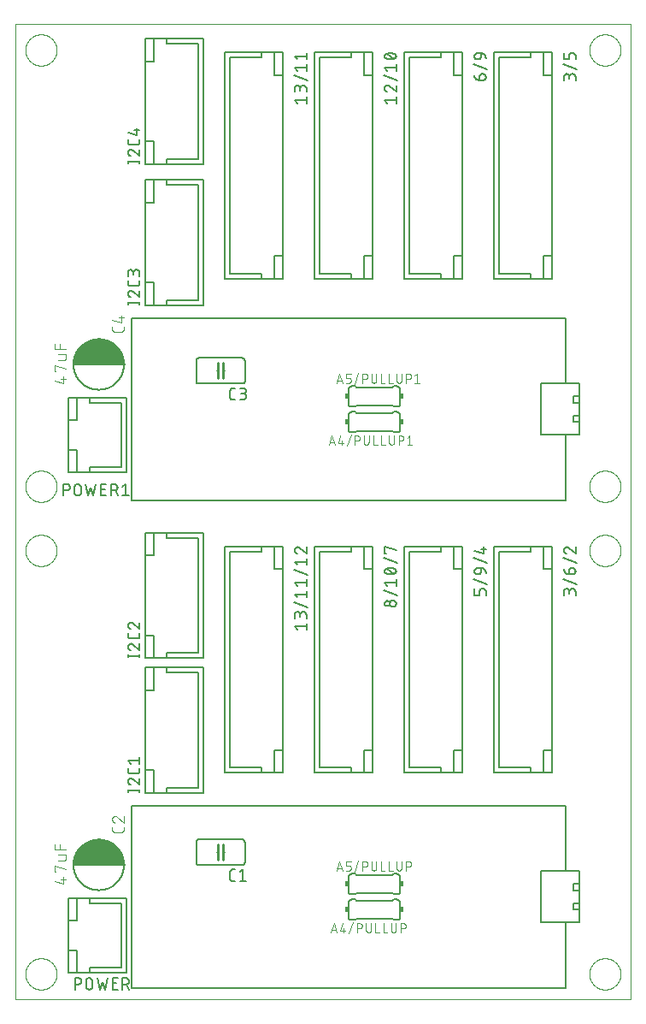
<source format=gto>
G75*
%MOIN*%
%OFA0B0*%
%FSLAX25Y25*%
%IPPOS*%
%LPD*%
%AMOC8*
5,1,8,0,0,1.08239X$1,22.5*
%
%ADD10C,0.00000*%
%ADD11C,0.00600*%
%ADD12C,0.00500*%
%ADD13R,0.01500X0.02000*%
%ADD14C,0.00400*%
%ADD15C,0.01000*%
%ADD16C,0.00001*%
D10*
X0001984Y0015833D02*
X0241984Y0015833D01*
X0241984Y0395833D01*
X0001984Y0395833D01*
X0001984Y0015833D01*
X0005882Y0025833D02*
X0005884Y0025989D01*
X0005890Y0026145D01*
X0005900Y0026300D01*
X0005914Y0026455D01*
X0005932Y0026610D01*
X0005954Y0026764D01*
X0005979Y0026918D01*
X0006009Y0027071D01*
X0006043Y0027223D01*
X0006080Y0027375D01*
X0006121Y0027525D01*
X0006166Y0027674D01*
X0006215Y0027822D01*
X0006268Y0027969D01*
X0006324Y0028114D01*
X0006384Y0028258D01*
X0006448Y0028400D01*
X0006516Y0028541D01*
X0006587Y0028679D01*
X0006661Y0028816D01*
X0006739Y0028951D01*
X0006820Y0029084D01*
X0006905Y0029215D01*
X0006993Y0029344D01*
X0007084Y0029470D01*
X0007179Y0029594D01*
X0007276Y0029715D01*
X0007377Y0029834D01*
X0007481Y0029951D01*
X0007587Y0030064D01*
X0007697Y0030175D01*
X0007809Y0030283D01*
X0007924Y0030388D01*
X0008042Y0030491D01*
X0008162Y0030590D01*
X0008285Y0030686D01*
X0008410Y0030779D01*
X0008537Y0030868D01*
X0008667Y0030955D01*
X0008799Y0031038D01*
X0008933Y0031117D01*
X0009069Y0031194D01*
X0009207Y0031266D01*
X0009346Y0031336D01*
X0009488Y0031401D01*
X0009631Y0031463D01*
X0009775Y0031521D01*
X0009921Y0031576D01*
X0010069Y0031627D01*
X0010217Y0031674D01*
X0010367Y0031717D01*
X0010518Y0031756D01*
X0010670Y0031792D01*
X0010822Y0031823D01*
X0010976Y0031851D01*
X0011130Y0031875D01*
X0011284Y0031895D01*
X0011439Y0031911D01*
X0011595Y0031923D01*
X0011750Y0031931D01*
X0011906Y0031935D01*
X0012062Y0031935D01*
X0012218Y0031931D01*
X0012373Y0031923D01*
X0012529Y0031911D01*
X0012684Y0031895D01*
X0012838Y0031875D01*
X0012992Y0031851D01*
X0013146Y0031823D01*
X0013298Y0031792D01*
X0013450Y0031756D01*
X0013601Y0031717D01*
X0013751Y0031674D01*
X0013899Y0031627D01*
X0014047Y0031576D01*
X0014193Y0031521D01*
X0014337Y0031463D01*
X0014480Y0031401D01*
X0014622Y0031336D01*
X0014761Y0031266D01*
X0014899Y0031194D01*
X0015035Y0031117D01*
X0015169Y0031038D01*
X0015301Y0030955D01*
X0015431Y0030868D01*
X0015558Y0030779D01*
X0015683Y0030686D01*
X0015806Y0030590D01*
X0015926Y0030491D01*
X0016044Y0030388D01*
X0016159Y0030283D01*
X0016271Y0030175D01*
X0016381Y0030064D01*
X0016487Y0029951D01*
X0016591Y0029834D01*
X0016692Y0029715D01*
X0016789Y0029594D01*
X0016884Y0029470D01*
X0016975Y0029344D01*
X0017063Y0029215D01*
X0017148Y0029084D01*
X0017229Y0028951D01*
X0017307Y0028816D01*
X0017381Y0028679D01*
X0017452Y0028541D01*
X0017520Y0028400D01*
X0017584Y0028258D01*
X0017644Y0028114D01*
X0017700Y0027969D01*
X0017753Y0027822D01*
X0017802Y0027674D01*
X0017847Y0027525D01*
X0017888Y0027375D01*
X0017925Y0027223D01*
X0017959Y0027071D01*
X0017989Y0026918D01*
X0018014Y0026764D01*
X0018036Y0026610D01*
X0018054Y0026455D01*
X0018068Y0026300D01*
X0018078Y0026145D01*
X0018084Y0025989D01*
X0018086Y0025833D01*
X0018084Y0025677D01*
X0018078Y0025521D01*
X0018068Y0025366D01*
X0018054Y0025211D01*
X0018036Y0025056D01*
X0018014Y0024902D01*
X0017989Y0024748D01*
X0017959Y0024595D01*
X0017925Y0024443D01*
X0017888Y0024291D01*
X0017847Y0024141D01*
X0017802Y0023992D01*
X0017753Y0023844D01*
X0017700Y0023697D01*
X0017644Y0023552D01*
X0017584Y0023408D01*
X0017520Y0023266D01*
X0017452Y0023125D01*
X0017381Y0022987D01*
X0017307Y0022850D01*
X0017229Y0022715D01*
X0017148Y0022582D01*
X0017063Y0022451D01*
X0016975Y0022322D01*
X0016884Y0022196D01*
X0016789Y0022072D01*
X0016692Y0021951D01*
X0016591Y0021832D01*
X0016487Y0021715D01*
X0016381Y0021602D01*
X0016271Y0021491D01*
X0016159Y0021383D01*
X0016044Y0021278D01*
X0015926Y0021175D01*
X0015806Y0021076D01*
X0015683Y0020980D01*
X0015558Y0020887D01*
X0015431Y0020798D01*
X0015301Y0020711D01*
X0015169Y0020628D01*
X0015035Y0020549D01*
X0014899Y0020472D01*
X0014761Y0020400D01*
X0014622Y0020330D01*
X0014480Y0020265D01*
X0014337Y0020203D01*
X0014193Y0020145D01*
X0014047Y0020090D01*
X0013899Y0020039D01*
X0013751Y0019992D01*
X0013601Y0019949D01*
X0013450Y0019910D01*
X0013298Y0019874D01*
X0013146Y0019843D01*
X0012992Y0019815D01*
X0012838Y0019791D01*
X0012684Y0019771D01*
X0012529Y0019755D01*
X0012373Y0019743D01*
X0012218Y0019735D01*
X0012062Y0019731D01*
X0011906Y0019731D01*
X0011750Y0019735D01*
X0011595Y0019743D01*
X0011439Y0019755D01*
X0011284Y0019771D01*
X0011130Y0019791D01*
X0010976Y0019815D01*
X0010822Y0019843D01*
X0010670Y0019874D01*
X0010518Y0019910D01*
X0010367Y0019949D01*
X0010217Y0019992D01*
X0010069Y0020039D01*
X0009921Y0020090D01*
X0009775Y0020145D01*
X0009631Y0020203D01*
X0009488Y0020265D01*
X0009346Y0020330D01*
X0009207Y0020400D01*
X0009069Y0020472D01*
X0008933Y0020549D01*
X0008799Y0020628D01*
X0008667Y0020711D01*
X0008537Y0020798D01*
X0008410Y0020887D01*
X0008285Y0020980D01*
X0008162Y0021076D01*
X0008042Y0021175D01*
X0007924Y0021278D01*
X0007809Y0021383D01*
X0007697Y0021491D01*
X0007587Y0021602D01*
X0007481Y0021715D01*
X0007377Y0021832D01*
X0007276Y0021951D01*
X0007179Y0022072D01*
X0007084Y0022196D01*
X0006993Y0022322D01*
X0006905Y0022451D01*
X0006820Y0022582D01*
X0006739Y0022715D01*
X0006661Y0022850D01*
X0006587Y0022987D01*
X0006516Y0023125D01*
X0006448Y0023266D01*
X0006384Y0023408D01*
X0006324Y0023552D01*
X0006268Y0023697D01*
X0006215Y0023844D01*
X0006166Y0023992D01*
X0006121Y0024141D01*
X0006080Y0024291D01*
X0006043Y0024443D01*
X0006009Y0024595D01*
X0005979Y0024748D01*
X0005954Y0024902D01*
X0005932Y0025056D01*
X0005914Y0025211D01*
X0005900Y0025366D01*
X0005890Y0025521D01*
X0005884Y0025677D01*
X0005882Y0025833D01*
X0024449Y0068329D02*
X0024458Y0068327D01*
X0024451Y0068331D01*
X0024445Y0068333D01*
X0044524Y0068333D01*
X0043079Y0073340D01*
X0040508Y0076068D01*
X0038135Y0077417D01*
X0034825Y0078198D01*
X0031693Y0077744D01*
X0028738Y0076316D01*
X0026742Y0074356D01*
X0025116Y0071487D01*
X0024711Y0068838D01*
X0024449Y0068329D01*
X0005882Y0190833D02*
X0005884Y0190989D01*
X0005890Y0191145D01*
X0005900Y0191300D01*
X0005914Y0191455D01*
X0005932Y0191610D01*
X0005954Y0191764D01*
X0005979Y0191918D01*
X0006009Y0192071D01*
X0006043Y0192223D01*
X0006080Y0192375D01*
X0006121Y0192525D01*
X0006166Y0192674D01*
X0006215Y0192822D01*
X0006268Y0192969D01*
X0006324Y0193114D01*
X0006384Y0193258D01*
X0006448Y0193400D01*
X0006516Y0193541D01*
X0006587Y0193679D01*
X0006661Y0193816D01*
X0006739Y0193951D01*
X0006820Y0194084D01*
X0006905Y0194215D01*
X0006993Y0194344D01*
X0007084Y0194470D01*
X0007179Y0194594D01*
X0007276Y0194715D01*
X0007377Y0194834D01*
X0007481Y0194951D01*
X0007587Y0195064D01*
X0007697Y0195175D01*
X0007809Y0195283D01*
X0007924Y0195388D01*
X0008042Y0195491D01*
X0008162Y0195590D01*
X0008285Y0195686D01*
X0008410Y0195779D01*
X0008537Y0195868D01*
X0008667Y0195955D01*
X0008799Y0196038D01*
X0008933Y0196117D01*
X0009069Y0196194D01*
X0009207Y0196266D01*
X0009346Y0196336D01*
X0009488Y0196401D01*
X0009631Y0196463D01*
X0009775Y0196521D01*
X0009921Y0196576D01*
X0010069Y0196627D01*
X0010217Y0196674D01*
X0010367Y0196717D01*
X0010518Y0196756D01*
X0010670Y0196792D01*
X0010822Y0196823D01*
X0010976Y0196851D01*
X0011130Y0196875D01*
X0011284Y0196895D01*
X0011439Y0196911D01*
X0011595Y0196923D01*
X0011750Y0196931D01*
X0011906Y0196935D01*
X0012062Y0196935D01*
X0012218Y0196931D01*
X0012373Y0196923D01*
X0012529Y0196911D01*
X0012684Y0196895D01*
X0012838Y0196875D01*
X0012992Y0196851D01*
X0013146Y0196823D01*
X0013298Y0196792D01*
X0013450Y0196756D01*
X0013601Y0196717D01*
X0013751Y0196674D01*
X0013899Y0196627D01*
X0014047Y0196576D01*
X0014193Y0196521D01*
X0014337Y0196463D01*
X0014480Y0196401D01*
X0014622Y0196336D01*
X0014761Y0196266D01*
X0014899Y0196194D01*
X0015035Y0196117D01*
X0015169Y0196038D01*
X0015301Y0195955D01*
X0015431Y0195868D01*
X0015558Y0195779D01*
X0015683Y0195686D01*
X0015806Y0195590D01*
X0015926Y0195491D01*
X0016044Y0195388D01*
X0016159Y0195283D01*
X0016271Y0195175D01*
X0016381Y0195064D01*
X0016487Y0194951D01*
X0016591Y0194834D01*
X0016692Y0194715D01*
X0016789Y0194594D01*
X0016884Y0194470D01*
X0016975Y0194344D01*
X0017063Y0194215D01*
X0017148Y0194084D01*
X0017229Y0193951D01*
X0017307Y0193816D01*
X0017381Y0193679D01*
X0017452Y0193541D01*
X0017520Y0193400D01*
X0017584Y0193258D01*
X0017644Y0193114D01*
X0017700Y0192969D01*
X0017753Y0192822D01*
X0017802Y0192674D01*
X0017847Y0192525D01*
X0017888Y0192375D01*
X0017925Y0192223D01*
X0017959Y0192071D01*
X0017989Y0191918D01*
X0018014Y0191764D01*
X0018036Y0191610D01*
X0018054Y0191455D01*
X0018068Y0191300D01*
X0018078Y0191145D01*
X0018084Y0190989D01*
X0018086Y0190833D01*
X0018084Y0190677D01*
X0018078Y0190521D01*
X0018068Y0190366D01*
X0018054Y0190211D01*
X0018036Y0190056D01*
X0018014Y0189902D01*
X0017989Y0189748D01*
X0017959Y0189595D01*
X0017925Y0189443D01*
X0017888Y0189291D01*
X0017847Y0189141D01*
X0017802Y0188992D01*
X0017753Y0188844D01*
X0017700Y0188697D01*
X0017644Y0188552D01*
X0017584Y0188408D01*
X0017520Y0188266D01*
X0017452Y0188125D01*
X0017381Y0187987D01*
X0017307Y0187850D01*
X0017229Y0187715D01*
X0017148Y0187582D01*
X0017063Y0187451D01*
X0016975Y0187322D01*
X0016884Y0187196D01*
X0016789Y0187072D01*
X0016692Y0186951D01*
X0016591Y0186832D01*
X0016487Y0186715D01*
X0016381Y0186602D01*
X0016271Y0186491D01*
X0016159Y0186383D01*
X0016044Y0186278D01*
X0015926Y0186175D01*
X0015806Y0186076D01*
X0015683Y0185980D01*
X0015558Y0185887D01*
X0015431Y0185798D01*
X0015301Y0185711D01*
X0015169Y0185628D01*
X0015035Y0185549D01*
X0014899Y0185472D01*
X0014761Y0185400D01*
X0014622Y0185330D01*
X0014480Y0185265D01*
X0014337Y0185203D01*
X0014193Y0185145D01*
X0014047Y0185090D01*
X0013899Y0185039D01*
X0013751Y0184992D01*
X0013601Y0184949D01*
X0013450Y0184910D01*
X0013298Y0184874D01*
X0013146Y0184843D01*
X0012992Y0184815D01*
X0012838Y0184791D01*
X0012684Y0184771D01*
X0012529Y0184755D01*
X0012373Y0184743D01*
X0012218Y0184735D01*
X0012062Y0184731D01*
X0011906Y0184731D01*
X0011750Y0184735D01*
X0011595Y0184743D01*
X0011439Y0184755D01*
X0011284Y0184771D01*
X0011130Y0184791D01*
X0010976Y0184815D01*
X0010822Y0184843D01*
X0010670Y0184874D01*
X0010518Y0184910D01*
X0010367Y0184949D01*
X0010217Y0184992D01*
X0010069Y0185039D01*
X0009921Y0185090D01*
X0009775Y0185145D01*
X0009631Y0185203D01*
X0009488Y0185265D01*
X0009346Y0185330D01*
X0009207Y0185400D01*
X0009069Y0185472D01*
X0008933Y0185549D01*
X0008799Y0185628D01*
X0008667Y0185711D01*
X0008537Y0185798D01*
X0008410Y0185887D01*
X0008285Y0185980D01*
X0008162Y0186076D01*
X0008042Y0186175D01*
X0007924Y0186278D01*
X0007809Y0186383D01*
X0007697Y0186491D01*
X0007587Y0186602D01*
X0007481Y0186715D01*
X0007377Y0186832D01*
X0007276Y0186951D01*
X0007179Y0187072D01*
X0007084Y0187196D01*
X0006993Y0187322D01*
X0006905Y0187451D01*
X0006820Y0187582D01*
X0006739Y0187715D01*
X0006661Y0187850D01*
X0006587Y0187987D01*
X0006516Y0188125D01*
X0006448Y0188266D01*
X0006384Y0188408D01*
X0006324Y0188552D01*
X0006268Y0188697D01*
X0006215Y0188844D01*
X0006166Y0188992D01*
X0006121Y0189141D01*
X0006080Y0189291D01*
X0006043Y0189443D01*
X0006009Y0189595D01*
X0005979Y0189748D01*
X0005954Y0189902D01*
X0005932Y0190056D01*
X0005914Y0190211D01*
X0005900Y0190366D01*
X0005890Y0190521D01*
X0005884Y0190677D01*
X0005882Y0190833D01*
X0005882Y0215833D02*
X0005884Y0215989D01*
X0005890Y0216145D01*
X0005900Y0216300D01*
X0005914Y0216455D01*
X0005932Y0216610D01*
X0005954Y0216764D01*
X0005979Y0216918D01*
X0006009Y0217071D01*
X0006043Y0217223D01*
X0006080Y0217375D01*
X0006121Y0217525D01*
X0006166Y0217674D01*
X0006215Y0217822D01*
X0006268Y0217969D01*
X0006324Y0218114D01*
X0006384Y0218258D01*
X0006448Y0218400D01*
X0006516Y0218541D01*
X0006587Y0218679D01*
X0006661Y0218816D01*
X0006739Y0218951D01*
X0006820Y0219084D01*
X0006905Y0219215D01*
X0006993Y0219344D01*
X0007084Y0219470D01*
X0007179Y0219594D01*
X0007276Y0219715D01*
X0007377Y0219834D01*
X0007481Y0219951D01*
X0007587Y0220064D01*
X0007697Y0220175D01*
X0007809Y0220283D01*
X0007924Y0220388D01*
X0008042Y0220491D01*
X0008162Y0220590D01*
X0008285Y0220686D01*
X0008410Y0220779D01*
X0008537Y0220868D01*
X0008667Y0220955D01*
X0008799Y0221038D01*
X0008933Y0221117D01*
X0009069Y0221194D01*
X0009207Y0221266D01*
X0009346Y0221336D01*
X0009488Y0221401D01*
X0009631Y0221463D01*
X0009775Y0221521D01*
X0009921Y0221576D01*
X0010069Y0221627D01*
X0010217Y0221674D01*
X0010367Y0221717D01*
X0010518Y0221756D01*
X0010670Y0221792D01*
X0010822Y0221823D01*
X0010976Y0221851D01*
X0011130Y0221875D01*
X0011284Y0221895D01*
X0011439Y0221911D01*
X0011595Y0221923D01*
X0011750Y0221931D01*
X0011906Y0221935D01*
X0012062Y0221935D01*
X0012218Y0221931D01*
X0012373Y0221923D01*
X0012529Y0221911D01*
X0012684Y0221895D01*
X0012838Y0221875D01*
X0012992Y0221851D01*
X0013146Y0221823D01*
X0013298Y0221792D01*
X0013450Y0221756D01*
X0013601Y0221717D01*
X0013751Y0221674D01*
X0013899Y0221627D01*
X0014047Y0221576D01*
X0014193Y0221521D01*
X0014337Y0221463D01*
X0014480Y0221401D01*
X0014622Y0221336D01*
X0014761Y0221266D01*
X0014899Y0221194D01*
X0015035Y0221117D01*
X0015169Y0221038D01*
X0015301Y0220955D01*
X0015431Y0220868D01*
X0015558Y0220779D01*
X0015683Y0220686D01*
X0015806Y0220590D01*
X0015926Y0220491D01*
X0016044Y0220388D01*
X0016159Y0220283D01*
X0016271Y0220175D01*
X0016381Y0220064D01*
X0016487Y0219951D01*
X0016591Y0219834D01*
X0016692Y0219715D01*
X0016789Y0219594D01*
X0016884Y0219470D01*
X0016975Y0219344D01*
X0017063Y0219215D01*
X0017148Y0219084D01*
X0017229Y0218951D01*
X0017307Y0218816D01*
X0017381Y0218679D01*
X0017452Y0218541D01*
X0017520Y0218400D01*
X0017584Y0218258D01*
X0017644Y0218114D01*
X0017700Y0217969D01*
X0017753Y0217822D01*
X0017802Y0217674D01*
X0017847Y0217525D01*
X0017888Y0217375D01*
X0017925Y0217223D01*
X0017959Y0217071D01*
X0017989Y0216918D01*
X0018014Y0216764D01*
X0018036Y0216610D01*
X0018054Y0216455D01*
X0018068Y0216300D01*
X0018078Y0216145D01*
X0018084Y0215989D01*
X0018086Y0215833D01*
X0018084Y0215677D01*
X0018078Y0215521D01*
X0018068Y0215366D01*
X0018054Y0215211D01*
X0018036Y0215056D01*
X0018014Y0214902D01*
X0017989Y0214748D01*
X0017959Y0214595D01*
X0017925Y0214443D01*
X0017888Y0214291D01*
X0017847Y0214141D01*
X0017802Y0213992D01*
X0017753Y0213844D01*
X0017700Y0213697D01*
X0017644Y0213552D01*
X0017584Y0213408D01*
X0017520Y0213266D01*
X0017452Y0213125D01*
X0017381Y0212987D01*
X0017307Y0212850D01*
X0017229Y0212715D01*
X0017148Y0212582D01*
X0017063Y0212451D01*
X0016975Y0212322D01*
X0016884Y0212196D01*
X0016789Y0212072D01*
X0016692Y0211951D01*
X0016591Y0211832D01*
X0016487Y0211715D01*
X0016381Y0211602D01*
X0016271Y0211491D01*
X0016159Y0211383D01*
X0016044Y0211278D01*
X0015926Y0211175D01*
X0015806Y0211076D01*
X0015683Y0210980D01*
X0015558Y0210887D01*
X0015431Y0210798D01*
X0015301Y0210711D01*
X0015169Y0210628D01*
X0015035Y0210549D01*
X0014899Y0210472D01*
X0014761Y0210400D01*
X0014622Y0210330D01*
X0014480Y0210265D01*
X0014337Y0210203D01*
X0014193Y0210145D01*
X0014047Y0210090D01*
X0013899Y0210039D01*
X0013751Y0209992D01*
X0013601Y0209949D01*
X0013450Y0209910D01*
X0013298Y0209874D01*
X0013146Y0209843D01*
X0012992Y0209815D01*
X0012838Y0209791D01*
X0012684Y0209771D01*
X0012529Y0209755D01*
X0012373Y0209743D01*
X0012218Y0209735D01*
X0012062Y0209731D01*
X0011906Y0209731D01*
X0011750Y0209735D01*
X0011595Y0209743D01*
X0011439Y0209755D01*
X0011284Y0209771D01*
X0011130Y0209791D01*
X0010976Y0209815D01*
X0010822Y0209843D01*
X0010670Y0209874D01*
X0010518Y0209910D01*
X0010367Y0209949D01*
X0010217Y0209992D01*
X0010069Y0210039D01*
X0009921Y0210090D01*
X0009775Y0210145D01*
X0009631Y0210203D01*
X0009488Y0210265D01*
X0009346Y0210330D01*
X0009207Y0210400D01*
X0009069Y0210472D01*
X0008933Y0210549D01*
X0008799Y0210628D01*
X0008667Y0210711D01*
X0008537Y0210798D01*
X0008410Y0210887D01*
X0008285Y0210980D01*
X0008162Y0211076D01*
X0008042Y0211175D01*
X0007924Y0211278D01*
X0007809Y0211383D01*
X0007697Y0211491D01*
X0007587Y0211602D01*
X0007481Y0211715D01*
X0007377Y0211832D01*
X0007276Y0211951D01*
X0007179Y0212072D01*
X0007084Y0212196D01*
X0006993Y0212322D01*
X0006905Y0212451D01*
X0006820Y0212582D01*
X0006739Y0212715D01*
X0006661Y0212850D01*
X0006587Y0212987D01*
X0006516Y0213125D01*
X0006448Y0213266D01*
X0006384Y0213408D01*
X0006324Y0213552D01*
X0006268Y0213697D01*
X0006215Y0213844D01*
X0006166Y0213992D01*
X0006121Y0214141D01*
X0006080Y0214291D01*
X0006043Y0214443D01*
X0006009Y0214595D01*
X0005979Y0214748D01*
X0005954Y0214902D01*
X0005932Y0215056D01*
X0005914Y0215211D01*
X0005900Y0215366D01*
X0005890Y0215521D01*
X0005884Y0215677D01*
X0005882Y0215833D01*
X0024449Y0263329D02*
X0024458Y0263327D01*
X0024451Y0263331D01*
X0024445Y0263333D01*
X0044524Y0263333D01*
X0043079Y0268340D01*
X0040508Y0271068D01*
X0038135Y0272417D01*
X0034825Y0273198D01*
X0031693Y0272744D01*
X0028738Y0271316D01*
X0026742Y0269356D01*
X0025116Y0266487D01*
X0024711Y0263838D01*
X0024449Y0263329D01*
X0005882Y0385833D02*
X0005884Y0385989D01*
X0005890Y0386145D01*
X0005900Y0386300D01*
X0005914Y0386455D01*
X0005932Y0386610D01*
X0005954Y0386764D01*
X0005979Y0386918D01*
X0006009Y0387071D01*
X0006043Y0387223D01*
X0006080Y0387375D01*
X0006121Y0387525D01*
X0006166Y0387674D01*
X0006215Y0387822D01*
X0006268Y0387969D01*
X0006324Y0388114D01*
X0006384Y0388258D01*
X0006448Y0388400D01*
X0006516Y0388541D01*
X0006587Y0388679D01*
X0006661Y0388816D01*
X0006739Y0388951D01*
X0006820Y0389084D01*
X0006905Y0389215D01*
X0006993Y0389344D01*
X0007084Y0389470D01*
X0007179Y0389594D01*
X0007276Y0389715D01*
X0007377Y0389834D01*
X0007481Y0389951D01*
X0007587Y0390064D01*
X0007697Y0390175D01*
X0007809Y0390283D01*
X0007924Y0390388D01*
X0008042Y0390491D01*
X0008162Y0390590D01*
X0008285Y0390686D01*
X0008410Y0390779D01*
X0008537Y0390868D01*
X0008667Y0390955D01*
X0008799Y0391038D01*
X0008933Y0391117D01*
X0009069Y0391194D01*
X0009207Y0391266D01*
X0009346Y0391336D01*
X0009488Y0391401D01*
X0009631Y0391463D01*
X0009775Y0391521D01*
X0009921Y0391576D01*
X0010069Y0391627D01*
X0010217Y0391674D01*
X0010367Y0391717D01*
X0010518Y0391756D01*
X0010670Y0391792D01*
X0010822Y0391823D01*
X0010976Y0391851D01*
X0011130Y0391875D01*
X0011284Y0391895D01*
X0011439Y0391911D01*
X0011595Y0391923D01*
X0011750Y0391931D01*
X0011906Y0391935D01*
X0012062Y0391935D01*
X0012218Y0391931D01*
X0012373Y0391923D01*
X0012529Y0391911D01*
X0012684Y0391895D01*
X0012838Y0391875D01*
X0012992Y0391851D01*
X0013146Y0391823D01*
X0013298Y0391792D01*
X0013450Y0391756D01*
X0013601Y0391717D01*
X0013751Y0391674D01*
X0013899Y0391627D01*
X0014047Y0391576D01*
X0014193Y0391521D01*
X0014337Y0391463D01*
X0014480Y0391401D01*
X0014622Y0391336D01*
X0014761Y0391266D01*
X0014899Y0391194D01*
X0015035Y0391117D01*
X0015169Y0391038D01*
X0015301Y0390955D01*
X0015431Y0390868D01*
X0015558Y0390779D01*
X0015683Y0390686D01*
X0015806Y0390590D01*
X0015926Y0390491D01*
X0016044Y0390388D01*
X0016159Y0390283D01*
X0016271Y0390175D01*
X0016381Y0390064D01*
X0016487Y0389951D01*
X0016591Y0389834D01*
X0016692Y0389715D01*
X0016789Y0389594D01*
X0016884Y0389470D01*
X0016975Y0389344D01*
X0017063Y0389215D01*
X0017148Y0389084D01*
X0017229Y0388951D01*
X0017307Y0388816D01*
X0017381Y0388679D01*
X0017452Y0388541D01*
X0017520Y0388400D01*
X0017584Y0388258D01*
X0017644Y0388114D01*
X0017700Y0387969D01*
X0017753Y0387822D01*
X0017802Y0387674D01*
X0017847Y0387525D01*
X0017888Y0387375D01*
X0017925Y0387223D01*
X0017959Y0387071D01*
X0017989Y0386918D01*
X0018014Y0386764D01*
X0018036Y0386610D01*
X0018054Y0386455D01*
X0018068Y0386300D01*
X0018078Y0386145D01*
X0018084Y0385989D01*
X0018086Y0385833D01*
X0018084Y0385677D01*
X0018078Y0385521D01*
X0018068Y0385366D01*
X0018054Y0385211D01*
X0018036Y0385056D01*
X0018014Y0384902D01*
X0017989Y0384748D01*
X0017959Y0384595D01*
X0017925Y0384443D01*
X0017888Y0384291D01*
X0017847Y0384141D01*
X0017802Y0383992D01*
X0017753Y0383844D01*
X0017700Y0383697D01*
X0017644Y0383552D01*
X0017584Y0383408D01*
X0017520Y0383266D01*
X0017452Y0383125D01*
X0017381Y0382987D01*
X0017307Y0382850D01*
X0017229Y0382715D01*
X0017148Y0382582D01*
X0017063Y0382451D01*
X0016975Y0382322D01*
X0016884Y0382196D01*
X0016789Y0382072D01*
X0016692Y0381951D01*
X0016591Y0381832D01*
X0016487Y0381715D01*
X0016381Y0381602D01*
X0016271Y0381491D01*
X0016159Y0381383D01*
X0016044Y0381278D01*
X0015926Y0381175D01*
X0015806Y0381076D01*
X0015683Y0380980D01*
X0015558Y0380887D01*
X0015431Y0380798D01*
X0015301Y0380711D01*
X0015169Y0380628D01*
X0015035Y0380549D01*
X0014899Y0380472D01*
X0014761Y0380400D01*
X0014622Y0380330D01*
X0014480Y0380265D01*
X0014337Y0380203D01*
X0014193Y0380145D01*
X0014047Y0380090D01*
X0013899Y0380039D01*
X0013751Y0379992D01*
X0013601Y0379949D01*
X0013450Y0379910D01*
X0013298Y0379874D01*
X0013146Y0379843D01*
X0012992Y0379815D01*
X0012838Y0379791D01*
X0012684Y0379771D01*
X0012529Y0379755D01*
X0012373Y0379743D01*
X0012218Y0379735D01*
X0012062Y0379731D01*
X0011906Y0379731D01*
X0011750Y0379735D01*
X0011595Y0379743D01*
X0011439Y0379755D01*
X0011284Y0379771D01*
X0011130Y0379791D01*
X0010976Y0379815D01*
X0010822Y0379843D01*
X0010670Y0379874D01*
X0010518Y0379910D01*
X0010367Y0379949D01*
X0010217Y0379992D01*
X0010069Y0380039D01*
X0009921Y0380090D01*
X0009775Y0380145D01*
X0009631Y0380203D01*
X0009488Y0380265D01*
X0009346Y0380330D01*
X0009207Y0380400D01*
X0009069Y0380472D01*
X0008933Y0380549D01*
X0008799Y0380628D01*
X0008667Y0380711D01*
X0008537Y0380798D01*
X0008410Y0380887D01*
X0008285Y0380980D01*
X0008162Y0381076D01*
X0008042Y0381175D01*
X0007924Y0381278D01*
X0007809Y0381383D01*
X0007697Y0381491D01*
X0007587Y0381602D01*
X0007481Y0381715D01*
X0007377Y0381832D01*
X0007276Y0381951D01*
X0007179Y0382072D01*
X0007084Y0382196D01*
X0006993Y0382322D01*
X0006905Y0382451D01*
X0006820Y0382582D01*
X0006739Y0382715D01*
X0006661Y0382850D01*
X0006587Y0382987D01*
X0006516Y0383125D01*
X0006448Y0383266D01*
X0006384Y0383408D01*
X0006324Y0383552D01*
X0006268Y0383697D01*
X0006215Y0383844D01*
X0006166Y0383992D01*
X0006121Y0384141D01*
X0006080Y0384291D01*
X0006043Y0384443D01*
X0006009Y0384595D01*
X0005979Y0384748D01*
X0005954Y0384902D01*
X0005932Y0385056D01*
X0005914Y0385211D01*
X0005900Y0385366D01*
X0005890Y0385521D01*
X0005884Y0385677D01*
X0005882Y0385833D01*
X0225882Y0385833D02*
X0225884Y0385989D01*
X0225890Y0386145D01*
X0225900Y0386300D01*
X0225914Y0386455D01*
X0225932Y0386610D01*
X0225954Y0386764D01*
X0225979Y0386918D01*
X0226009Y0387071D01*
X0226043Y0387223D01*
X0226080Y0387375D01*
X0226121Y0387525D01*
X0226166Y0387674D01*
X0226215Y0387822D01*
X0226268Y0387969D01*
X0226324Y0388114D01*
X0226384Y0388258D01*
X0226448Y0388400D01*
X0226516Y0388541D01*
X0226587Y0388679D01*
X0226661Y0388816D01*
X0226739Y0388951D01*
X0226820Y0389084D01*
X0226905Y0389215D01*
X0226993Y0389344D01*
X0227084Y0389470D01*
X0227179Y0389594D01*
X0227276Y0389715D01*
X0227377Y0389834D01*
X0227481Y0389951D01*
X0227587Y0390064D01*
X0227697Y0390175D01*
X0227809Y0390283D01*
X0227924Y0390388D01*
X0228042Y0390491D01*
X0228162Y0390590D01*
X0228285Y0390686D01*
X0228410Y0390779D01*
X0228537Y0390868D01*
X0228667Y0390955D01*
X0228799Y0391038D01*
X0228933Y0391117D01*
X0229069Y0391194D01*
X0229207Y0391266D01*
X0229346Y0391336D01*
X0229488Y0391401D01*
X0229631Y0391463D01*
X0229775Y0391521D01*
X0229921Y0391576D01*
X0230069Y0391627D01*
X0230217Y0391674D01*
X0230367Y0391717D01*
X0230518Y0391756D01*
X0230670Y0391792D01*
X0230822Y0391823D01*
X0230976Y0391851D01*
X0231130Y0391875D01*
X0231284Y0391895D01*
X0231439Y0391911D01*
X0231595Y0391923D01*
X0231750Y0391931D01*
X0231906Y0391935D01*
X0232062Y0391935D01*
X0232218Y0391931D01*
X0232373Y0391923D01*
X0232529Y0391911D01*
X0232684Y0391895D01*
X0232838Y0391875D01*
X0232992Y0391851D01*
X0233146Y0391823D01*
X0233298Y0391792D01*
X0233450Y0391756D01*
X0233601Y0391717D01*
X0233751Y0391674D01*
X0233899Y0391627D01*
X0234047Y0391576D01*
X0234193Y0391521D01*
X0234337Y0391463D01*
X0234480Y0391401D01*
X0234622Y0391336D01*
X0234761Y0391266D01*
X0234899Y0391194D01*
X0235035Y0391117D01*
X0235169Y0391038D01*
X0235301Y0390955D01*
X0235431Y0390868D01*
X0235558Y0390779D01*
X0235683Y0390686D01*
X0235806Y0390590D01*
X0235926Y0390491D01*
X0236044Y0390388D01*
X0236159Y0390283D01*
X0236271Y0390175D01*
X0236381Y0390064D01*
X0236487Y0389951D01*
X0236591Y0389834D01*
X0236692Y0389715D01*
X0236789Y0389594D01*
X0236884Y0389470D01*
X0236975Y0389344D01*
X0237063Y0389215D01*
X0237148Y0389084D01*
X0237229Y0388951D01*
X0237307Y0388816D01*
X0237381Y0388679D01*
X0237452Y0388541D01*
X0237520Y0388400D01*
X0237584Y0388258D01*
X0237644Y0388114D01*
X0237700Y0387969D01*
X0237753Y0387822D01*
X0237802Y0387674D01*
X0237847Y0387525D01*
X0237888Y0387375D01*
X0237925Y0387223D01*
X0237959Y0387071D01*
X0237989Y0386918D01*
X0238014Y0386764D01*
X0238036Y0386610D01*
X0238054Y0386455D01*
X0238068Y0386300D01*
X0238078Y0386145D01*
X0238084Y0385989D01*
X0238086Y0385833D01*
X0238084Y0385677D01*
X0238078Y0385521D01*
X0238068Y0385366D01*
X0238054Y0385211D01*
X0238036Y0385056D01*
X0238014Y0384902D01*
X0237989Y0384748D01*
X0237959Y0384595D01*
X0237925Y0384443D01*
X0237888Y0384291D01*
X0237847Y0384141D01*
X0237802Y0383992D01*
X0237753Y0383844D01*
X0237700Y0383697D01*
X0237644Y0383552D01*
X0237584Y0383408D01*
X0237520Y0383266D01*
X0237452Y0383125D01*
X0237381Y0382987D01*
X0237307Y0382850D01*
X0237229Y0382715D01*
X0237148Y0382582D01*
X0237063Y0382451D01*
X0236975Y0382322D01*
X0236884Y0382196D01*
X0236789Y0382072D01*
X0236692Y0381951D01*
X0236591Y0381832D01*
X0236487Y0381715D01*
X0236381Y0381602D01*
X0236271Y0381491D01*
X0236159Y0381383D01*
X0236044Y0381278D01*
X0235926Y0381175D01*
X0235806Y0381076D01*
X0235683Y0380980D01*
X0235558Y0380887D01*
X0235431Y0380798D01*
X0235301Y0380711D01*
X0235169Y0380628D01*
X0235035Y0380549D01*
X0234899Y0380472D01*
X0234761Y0380400D01*
X0234622Y0380330D01*
X0234480Y0380265D01*
X0234337Y0380203D01*
X0234193Y0380145D01*
X0234047Y0380090D01*
X0233899Y0380039D01*
X0233751Y0379992D01*
X0233601Y0379949D01*
X0233450Y0379910D01*
X0233298Y0379874D01*
X0233146Y0379843D01*
X0232992Y0379815D01*
X0232838Y0379791D01*
X0232684Y0379771D01*
X0232529Y0379755D01*
X0232373Y0379743D01*
X0232218Y0379735D01*
X0232062Y0379731D01*
X0231906Y0379731D01*
X0231750Y0379735D01*
X0231595Y0379743D01*
X0231439Y0379755D01*
X0231284Y0379771D01*
X0231130Y0379791D01*
X0230976Y0379815D01*
X0230822Y0379843D01*
X0230670Y0379874D01*
X0230518Y0379910D01*
X0230367Y0379949D01*
X0230217Y0379992D01*
X0230069Y0380039D01*
X0229921Y0380090D01*
X0229775Y0380145D01*
X0229631Y0380203D01*
X0229488Y0380265D01*
X0229346Y0380330D01*
X0229207Y0380400D01*
X0229069Y0380472D01*
X0228933Y0380549D01*
X0228799Y0380628D01*
X0228667Y0380711D01*
X0228537Y0380798D01*
X0228410Y0380887D01*
X0228285Y0380980D01*
X0228162Y0381076D01*
X0228042Y0381175D01*
X0227924Y0381278D01*
X0227809Y0381383D01*
X0227697Y0381491D01*
X0227587Y0381602D01*
X0227481Y0381715D01*
X0227377Y0381832D01*
X0227276Y0381951D01*
X0227179Y0382072D01*
X0227084Y0382196D01*
X0226993Y0382322D01*
X0226905Y0382451D01*
X0226820Y0382582D01*
X0226739Y0382715D01*
X0226661Y0382850D01*
X0226587Y0382987D01*
X0226516Y0383125D01*
X0226448Y0383266D01*
X0226384Y0383408D01*
X0226324Y0383552D01*
X0226268Y0383697D01*
X0226215Y0383844D01*
X0226166Y0383992D01*
X0226121Y0384141D01*
X0226080Y0384291D01*
X0226043Y0384443D01*
X0226009Y0384595D01*
X0225979Y0384748D01*
X0225954Y0384902D01*
X0225932Y0385056D01*
X0225914Y0385211D01*
X0225900Y0385366D01*
X0225890Y0385521D01*
X0225884Y0385677D01*
X0225882Y0385833D01*
X0225882Y0215833D02*
X0225884Y0215989D01*
X0225890Y0216145D01*
X0225900Y0216300D01*
X0225914Y0216455D01*
X0225932Y0216610D01*
X0225954Y0216764D01*
X0225979Y0216918D01*
X0226009Y0217071D01*
X0226043Y0217223D01*
X0226080Y0217375D01*
X0226121Y0217525D01*
X0226166Y0217674D01*
X0226215Y0217822D01*
X0226268Y0217969D01*
X0226324Y0218114D01*
X0226384Y0218258D01*
X0226448Y0218400D01*
X0226516Y0218541D01*
X0226587Y0218679D01*
X0226661Y0218816D01*
X0226739Y0218951D01*
X0226820Y0219084D01*
X0226905Y0219215D01*
X0226993Y0219344D01*
X0227084Y0219470D01*
X0227179Y0219594D01*
X0227276Y0219715D01*
X0227377Y0219834D01*
X0227481Y0219951D01*
X0227587Y0220064D01*
X0227697Y0220175D01*
X0227809Y0220283D01*
X0227924Y0220388D01*
X0228042Y0220491D01*
X0228162Y0220590D01*
X0228285Y0220686D01*
X0228410Y0220779D01*
X0228537Y0220868D01*
X0228667Y0220955D01*
X0228799Y0221038D01*
X0228933Y0221117D01*
X0229069Y0221194D01*
X0229207Y0221266D01*
X0229346Y0221336D01*
X0229488Y0221401D01*
X0229631Y0221463D01*
X0229775Y0221521D01*
X0229921Y0221576D01*
X0230069Y0221627D01*
X0230217Y0221674D01*
X0230367Y0221717D01*
X0230518Y0221756D01*
X0230670Y0221792D01*
X0230822Y0221823D01*
X0230976Y0221851D01*
X0231130Y0221875D01*
X0231284Y0221895D01*
X0231439Y0221911D01*
X0231595Y0221923D01*
X0231750Y0221931D01*
X0231906Y0221935D01*
X0232062Y0221935D01*
X0232218Y0221931D01*
X0232373Y0221923D01*
X0232529Y0221911D01*
X0232684Y0221895D01*
X0232838Y0221875D01*
X0232992Y0221851D01*
X0233146Y0221823D01*
X0233298Y0221792D01*
X0233450Y0221756D01*
X0233601Y0221717D01*
X0233751Y0221674D01*
X0233899Y0221627D01*
X0234047Y0221576D01*
X0234193Y0221521D01*
X0234337Y0221463D01*
X0234480Y0221401D01*
X0234622Y0221336D01*
X0234761Y0221266D01*
X0234899Y0221194D01*
X0235035Y0221117D01*
X0235169Y0221038D01*
X0235301Y0220955D01*
X0235431Y0220868D01*
X0235558Y0220779D01*
X0235683Y0220686D01*
X0235806Y0220590D01*
X0235926Y0220491D01*
X0236044Y0220388D01*
X0236159Y0220283D01*
X0236271Y0220175D01*
X0236381Y0220064D01*
X0236487Y0219951D01*
X0236591Y0219834D01*
X0236692Y0219715D01*
X0236789Y0219594D01*
X0236884Y0219470D01*
X0236975Y0219344D01*
X0237063Y0219215D01*
X0237148Y0219084D01*
X0237229Y0218951D01*
X0237307Y0218816D01*
X0237381Y0218679D01*
X0237452Y0218541D01*
X0237520Y0218400D01*
X0237584Y0218258D01*
X0237644Y0218114D01*
X0237700Y0217969D01*
X0237753Y0217822D01*
X0237802Y0217674D01*
X0237847Y0217525D01*
X0237888Y0217375D01*
X0237925Y0217223D01*
X0237959Y0217071D01*
X0237989Y0216918D01*
X0238014Y0216764D01*
X0238036Y0216610D01*
X0238054Y0216455D01*
X0238068Y0216300D01*
X0238078Y0216145D01*
X0238084Y0215989D01*
X0238086Y0215833D01*
X0238084Y0215677D01*
X0238078Y0215521D01*
X0238068Y0215366D01*
X0238054Y0215211D01*
X0238036Y0215056D01*
X0238014Y0214902D01*
X0237989Y0214748D01*
X0237959Y0214595D01*
X0237925Y0214443D01*
X0237888Y0214291D01*
X0237847Y0214141D01*
X0237802Y0213992D01*
X0237753Y0213844D01*
X0237700Y0213697D01*
X0237644Y0213552D01*
X0237584Y0213408D01*
X0237520Y0213266D01*
X0237452Y0213125D01*
X0237381Y0212987D01*
X0237307Y0212850D01*
X0237229Y0212715D01*
X0237148Y0212582D01*
X0237063Y0212451D01*
X0236975Y0212322D01*
X0236884Y0212196D01*
X0236789Y0212072D01*
X0236692Y0211951D01*
X0236591Y0211832D01*
X0236487Y0211715D01*
X0236381Y0211602D01*
X0236271Y0211491D01*
X0236159Y0211383D01*
X0236044Y0211278D01*
X0235926Y0211175D01*
X0235806Y0211076D01*
X0235683Y0210980D01*
X0235558Y0210887D01*
X0235431Y0210798D01*
X0235301Y0210711D01*
X0235169Y0210628D01*
X0235035Y0210549D01*
X0234899Y0210472D01*
X0234761Y0210400D01*
X0234622Y0210330D01*
X0234480Y0210265D01*
X0234337Y0210203D01*
X0234193Y0210145D01*
X0234047Y0210090D01*
X0233899Y0210039D01*
X0233751Y0209992D01*
X0233601Y0209949D01*
X0233450Y0209910D01*
X0233298Y0209874D01*
X0233146Y0209843D01*
X0232992Y0209815D01*
X0232838Y0209791D01*
X0232684Y0209771D01*
X0232529Y0209755D01*
X0232373Y0209743D01*
X0232218Y0209735D01*
X0232062Y0209731D01*
X0231906Y0209731D01*
X0231750Y0209735D01*
X0231595Y0209743D01*
X0231439Y0209755D01*
X0231284Y0209771D01*
X0231130Y0209791D01*
X0230976Y0209815D01*
X0230822Y0209843D01*
X0230670Y0209874D01*
X0230518Y0209910D01*
X0230367Y0209949D01*
X0230217Y0209992D01*
X0230069Y0210039D01*
X0229921Y0210090D01*
X0229775Y0210145D01*
X0229631Y0210203D01*
X0229488Y0210265D01*
X0229346Y0210330D01*
X0229207Y0210400D01*
X0229069Y0210472D01*
X0228933Y0210549D01*
X0228799Y0210628D01*
X0228667Y0210711D01*
X0228537Y0210798D01*
X0228410Y0210887D01*
X0228285Y0210980D01*
X0228162Y0211076D01*
X0228042Y0211175D01*
X0227924Y0211278D01*
X0227809Y0211383D01*
X0227697Y0211491D01*
X0227587Y0211602D01*
X0227481Y0211715D01*
X0227377Y0211832D01*
X0227276Y0211951D01*
X0227179Y0212072D01*
X0227084Y0212196D01*
X0226993Y0212322D01*
X0226905Y0212451D01*
X0226820Y0212582D01*
X0226739Y0212715D01*
X0226661Y0212850D01*
X0226587Y0212987D01*
X0226516Y0213125D01*
X0226448Y0213266D01*
X0226384Y0213408D01*
X0226324Y0213552D01*
X0226268Y0213697D01*
X0226215Y0213844D01*
X0226166Y0213992D01*
X0226121Y0214141D01*
X0226080Y0214291D01*
X0226043Y0214443D01*
X0226009Y0214595D01*
X0225979Y0214748D01*
X0225954Y0214902D01*
X0225932Y0215056D01*
X0225914Y0215211D01*
X0225900Y0215366D01*
X0225890Y0215521D01*
X0225884Y0215677D01*
X0225882Y0215833D01*
X0225882Y0190833D02*
X0225884Y0190989D01*
X0225890Y0191145D01*
X0225900Y0191300D01*
X0225914Y0191455D01*
X0225932Y0191610D01*
X0225954Y0191764D01*
X0225979Y0191918D01*
X0226009Y0192071D01*
X0226043Y0192223D01*
X0226080Y0192375D01*
X0226121Y0192525D01*
X0226166Y0192674D01*
X0226215Y0192822D01*
X0226268Y0192969D01*
X0226324Y0193114D01*
X0226384Y0193258D01*
X0226448Y0193400D01*
X0226516Y0193541D01*
X0226587Y0193679D01*
X0226661Y0193816D01*
X0226739Y0193951D01*
X0226820Y0194084D01*
X0226905Y0194215D01*
X0226993Y0194344D01*
X0227084Y0194470D01*
X0227179Y0194594D01*
X0227276Y0194715D01*
X0227377Y0194834D01*
X0227481Y0194951D01*
X0227587Y0195064D01*
X0227697Y0195175D01*
X0227809Y0195283D01*
X0227924Y0195388D01*
X0228042Y0195491D01*
X0228162Y0195590D01*
X0228285Y0195686D01*
X0228410Y0195779D01*
X0228537Y0195868D01*
X0228667Y0195955D01*
X0228799Y0196038D01*
X0228933Y0196117D01*
X0229069Y0196194D01*
X0229207Y0196266D01*
X0229346Y0196336D01*
X0229488Y0196401D01*
X0229631Y0196463D01*
X0229775Y0196521D01*
X0229921Y0196576D01*
X0230069Y0196627D01*
X0230217Y0196674D01*
X0230367Y0196717D01*
X0230518Y0196756D01*
X0230670Y0196792D01*
X0230822Y0196823D01*
X0230976Y0196851D01*
X0231130Y0196875D01*
X0231284Y0196895D01*
X0231439Y0196911D01*
X0231595Y0196923D01*
X0231750Y0196931D01*
X0231906Y0196935D01*
X0232062Y0196935D01*
X0232218Y0196931D01*
X0232373Y0196923D01*
X0232529Y0196911D01*
X0232684Y0196895D01*
X0232838Y0196875D01*
X0232992Y0196851D01*
X0233146Y0196823D01*
X0233298Y0196792D01*
X0233450Y0196756D01*
X0233601Y0196717D01*
X0233751Y0196674D01*
X0233899Y0196627D01*
X0234047Y0196576D01*
X0234193Y0196521D01*
X0234337Y0196463D01*
X0234480Y0196401D01*
X0234622Y0196336D01*
X0234761Y0196266D01*
X0234899Y0196194D01*
X0235035Y0196117D01*
X0235169Y0196038D01*
X0235301Y0195955D01*
X0235431Y0195868D01*
X0235558Y0195779D01*
X0235683Y0195686D01*
X0235806Y0195590D01*
X0235926Y0195491D01*
X0236044Y0195388D01*
X0236159Y0195283D01*
X0236271Y0195175D01*
X0236381Y0195064D01*
X0236487Y0194951D01*
X0236591Y0194834D01*
X0236692Y0194715D01*
X0236789Y0194594D01*
X0236884Y0194470D01*
X0236975Y0194344D01*
X0237063Y0194215D01*
X0237148Y0194084D01*
X0237229Y0193951D01*
X0237307Y0193816D01*
X0237381Y0193679D01*
X0237452Y0193541D01*
X0237520Y0193400D01*
X0237584Y0193258D01*
X0237644Y0193114D01*
X0237700Y0192969D01*
X0237753Y0192822D01*
X0237802Y0192674D01*
X0237847Y0192525D01*
X0237888Y0192375D01*
X0237925Y0192223D01*
X0237959Y0192071D01*
X0237989Y0191918D01*
X0238014Y0191764D01*
X0238036Y0191610D01*
X0238054Y0191455D01*
X0238068Y0191300D01*
X0238078Y0191145D01*
X0238084Y0190989D01*
X0238086Y0190833D01*
X0238084Y0190677D01*
X0238078Y0190521D01*
X0238068Y0190366D01*
X0238054Y0190211D01*
X0238036Y0190056D01*
X0238014Y0189902D01*
X0237989Y0189748D01*
X0237959Y0189595D01*
X0237925Y0189443D01*
X0237888Y0189291D01*
X0237847Y0189141D01*
X0237802Y0188992D01*
X0237753Y0188844D01*
X0237700Y0188697D01*
X0237644Y0188552D01*
X0237584Y0188408D01*
X0237520Y0188266D01*
X0237452Y0188125D01*
X0237381Y0187987D01*
X0237307Y0187850D01*
X0237229Y0187715D01*
X0237148Y0187582D01*
X0237063Y0187451D01*
X0236975Y0187322D01*
X0236884Y0187196D01*
X0236789Y0187072D01*
X0236692Y0186951D01*
X0236591Y0186832D01*
X0236487Y0186715D01*
X0236381Y0186602D01*
X0236271Y0186491D01*
X0236159Y0186383D01*
X0236044Y0186278D01*
X0235926Y0186175D01*
X0235806Y0186076D01*
X0235683Y0185980D01*
X0235558Y0185887D01*
X0235431Y0185798D01*
X0235301Y0185711D01*
X0235169Y0185628D01*
X0235035Y0185549D01*
X0234899Y0185472D01*
X0234761Y0185400D01*
X0234622Y0185330D01*
X0234480Y0185265D01*
X0234337Y0185203D01*
X0234193Y0185145D01*
X0234047Y0185090D01*
X0233899Y0185039D01*
X0233751Y0184992D01*
X0233601Y0184949D01*
X0233450Y0184910D01*
X0233298Y0184874D01*
X0233146Y0184843D01*
X0232992Y0184815D01*
X0232838Y0184791D01*
X0232684Y0184771D01*
X0232529Y0184755D01*
X0232373Y0184743D01*
X0232218Y0184735D01*
X0232062Y0184731D01*
X0231906Y0184731D01*
X0231750Y0184735D01*
X0231595Y0184743D01*
X0231439Y0184755D01*
X0231284Y0184771D01*
X0231130Y0184791D01*
X0230976Y0184815D01*
X0230822Y0184843D01*
X0230670Y0184874D01*
X0230518Y0184910D01*
X0230367Y0184949D01*
X0230217Y0184992D01*
X0230069Y0185039D01*
X0229921Y0185090D01*
X0229775Y0185145D01*
X0229631Y0185203D01*
X0229488Y0185265D01*
X0229346Y0185330D01*
X0229207Y0185400D01*
X0229069Y0185472D01*
X0228933Y0185549D01*
X0228799Y0185628D01*
X0228667Y0185711D01*
X0228537Y0185798D01*
X0228410Y0185887D01*
X0228285Y0185980D01*
X0228162Y0186076D01*
X0228042Y0186175D01*
X0227924Y0186278D01*
X0227809Y0186383D01*
X0227697Y0186491D01*
X0227587Y0186602D01*
X0227481Y0186715D01*
X0227377Y0186832D01*
X0227276Y0186951D01*
X0227179Y0187072D01*
X0227084Y0187196D01*
X0226993Y0187322D01*
X0226905Y0187451D01*
X0226820Y0187582D01*
X0226739Y0187715D01*
X0226661Y0187850D01*
X0226587Y0187987D01*
X0226516Y0188125D01*
X0226448Y0188266D01*
X0226384Y0188408D01*
X0226324Y0188552D01*
X0226268Y0188697D01*
X0226215Y0188844D01*
X0226166Y0188992D01*
X0226121Y0189141D01*
X0226080Y0189291D01*
X0226043Y0189443D01*
X0226009Y0189595D01*
X0225979Y0189748D01*
X0225954Y0189902D01*
X0225932Y0190056D01*
X0225914Y0190211D01*
X0225900Y0190366D01*
X0225890Y0190521D01*
X0225884Y0190677D01*
X0225882Y0190833D01*
X0225882Y0025833D02*
X0225884Y0025989D01*
X0225890Y0026145D01*
X0225900Y0026300D01*
X0225914Y0026455D01*
X0225932Y0026610D01*
X0225954Y0026764D01*
X0225979Y0026918D01*
X0226009Y0027071D01*
X0226043Y0027223D01*
X0226080Y0027375D01*
X0226121Y0027525D01*
X0226166Y0027674D01*
X0226215Y0027822D01*
X0226268Y0027969D01*
X0226324Y0028114D01*
X0226384Y0028258D01*
X0226448Y0028400D01*
X0226516Y0028541D01*
X0226587Y0028679D01*
X0226661Y0028816D01*
X0226739Y0028951D01*
X0226820Y0029084D01*
X0226905Y0029215D01*
X0226993Y0029344D01*
X0227084Y0029470D01*
X0227179Y0029594D01*
X0227276Y0029715D01*
X0227377Y0029834D01*
X0227481Y0029951D01*
X0227587Y0030064D01*
X0227697Y0030175D01*
X0227809Y0030283D01*
X0227924Y0030388D01*
X0228042Y0030491D01*
X0228162Y0030590D01*
X0228285Y0030686D01*
X0228410Y0030779D01*
X0228537Y0030868D01*
X0228667Y0030955D01*
X0228799Y0031038D01*
X0228933Y0031117D01*
X0229069Y0031194D01*
X0229207Y0031266D01*
X0229346Y0031336D01*
X0229488Y0031401D01*
X0229631Y0031463D01*
X0229775Y0031521D01*
X0229921Y0031576D01*
X0230069Y0031627D01*
X0230217Y0031674D01*
X0230367Y0031717D01*
X0230518Y0031756D01*
X0230670Y0031792D01*
X0230822Y0031823D01*
X0230976Y0031851D01*
X0231130Y0031875D01*
X0231284Y0031895D01*
X0231439Y0031911D01*
X0231595Y0031923D01*
X0231750Y0031931D01*
X0231906Y0031935D01*
X0232062Y0031935D01*
X0232218Y0031931D01*
X0232373Y0031923D01*
X0232529Y0031911D01*
X0232684Y0031895D01*
X0232838Y0031875D01*
X0232992Y0031851D01*
X0233146Y0031823D01*
X0233298Y0031792D01*
X0233450Y0031756D01*
X0233601Y0031717D01*
X0233751Y0031674D01*
X0233899Y0031627D01*
X0234047Y0031576D01*
X0234193Y0031521D01*
X0234337Y0031463D01*
X0234480Y0031401D01*
X0234622Y0031336D01*
X0234761Y0031266D01*
X0234899Y0031194D01*
X0235035Y0031117D01*
X0235169Y0031038D01*
X0235301Y0030955D01*
X0235431Y0030868D01*
X0235558Y0030779D01*
X0235683Y0030686D01*
X0235806Y0030590D01*
X0235926Y0030491D01*
X0236044Y0030388D01*
X0236159Y0030283D01*
X0236271Y0030175D01*
X0236381Y0030064D01*
X0236487Y0029951D01*
X0236591Y0029834D01*
X0236692Y0029715D01*
X0236789Y0029594D01*
X0236884Y0029470D01*
X0236975Y0029344D01*
X0237063Y0029215D01*
X0237148Y0029084D01*
X0237229Y0028951D01*
X0237307Y0028816D01*
X0237381Y0028679D01*
X0237452Y0028541D01*
X0237520Y0028400D01*
X0237584Y0028258D01*
X0237644Y0028114D01*
X0237700Y0027969D01*
X0237753Y0027822D01*
X0237802Y0027674D01*
X0237847Y0027525D01*
X0237888Y0027375D01*
X0237925Y0027223D01*
X0237959Y0027071D01*
X0237989Y0026918D01*
X0238014Y0026764D01*
X0238036Y0026610D01*
X0238054Y0026455D01*
X0238068Y0026300D01*
X0238078Y0026145D01*
X0238084Y0025989D01*
X0238086Y0025833D01*
X0238084Y0025677D01*
X0238078Y0025521D01*
X0238068Y0025366D01*
X0238054Y0025211D01*
X0238036Y0025056D01*
X0238014Y0024902D01*
X0237989Y0024748D01*
X0237959Y0024595D01*
X0237925Y0024443D01*
X0237888Y0024291D01*
X0237847Y0024141D01*
X0237802Y0023992D01*
X0237753Y0023844D01*
X0237700Y0023697D01*
X0237644Y0023552D01*
X0237584Y0023408D01*
X0237520Y0023266D01*
X0237452Y0023125D01*
X0237381Y0022987D01*
X0237307Y0022850D01*
X0237229Y0022715D01*
X0237148Y0022582D01*
X0237063Y0022451D01*
X0236975Y0022322D01*
X0236884Y0022196D01*
X0236789Y0022072D01*
X0236692Y0021951D01*
X0236591Y0021832D01*
X0236487Y0021715D01*
X0236381Y0021602D01*
X0236271Y0021491D01*
X0236159Y0021383D01*
X0236044Y0021278D01*
X0235926Y0021175D01*
X0235806Y0021076D01*
X0235683Y0020980D01*
X0235558Y0020887D01*
X0235431Y0020798D01*
X0235301Y0020711D01*
X0235169Y0020628D01*
X0235035Y0020549D01*
X0234899Y0020472D01*
X0234761Y0020400D01*
X0234622Y0020330D01*
X0234480Y0020265D01*
X0234337Y0020203D01*
X0234193Y0020145D01*
X0234047Y0020090D01*
X0233899Y0020039D01*
X0233751Y0019992D01*
X0233601Y0019949D01*
X0233450Y0019910D01*
X0233298Y0019874D01*
X0233146Y0019843D01*
X0232992Y0019815D01*
X0232838Y0019791D01*
X0232684Y0019771D01*
X0232529Y0019755D01*
X0232373Y0019743D01*
X0232218Y0019735D01*
X0232062Y0019731D01*
X0231906Y0019731D01*
X0231750Y0019735D01*
X0231595Y0019743D01*
X0231439Y0019755D01*
X0231284Y0019771D01*
X0231130Y0019791D01*
X0230976Y0019815D01*
X0230822Y0019843D01*
X0230670Y0019874D01*
X0230518Y0019910D01*
X0230367Y0019949D01*
X0230217Y0019992D01*
X0230069Y0020039D01*
X0229921Y0020090D01*
X0229775Y0020145D01*
X0229631Y0020203D01*
X0229488Y0020265D01*
X0229346Y0020330D01*
X0229207Y0020400D01*
X0229069Y0020472D01*
X0228933Y0020549D01*
X0228799Y0020628D01*
X0228667Y0020711D01*
X0228537Y0020798D01*
X0228410Y0020887D01*
X0228285Y0020980D01*
X0228162Y0021076D01*
X0228042Y0021175D01*
X0227924Y0021278D01*
X0227809Y0021383D01*
X0227697Y0021491D01*
X0227587Y0021602D01*
X0227481Y0021715D01*
X0227377Y0021832D01*
X0227276Y0021951D01*
X0227179Y0022072D01*
X0227084Y0022196D01*
X0226993Y0022322D01*
X0226905Y0022451D01*
X0226820Y0022582D01*
X0226739Y0022715D01*
X0226661Y0022850D01*
X0226587Y0022987D01*
X0226516Y0023125D01*
X0226448Y0023266D01*
X0226384Y0023408D01*
X0226324Y0023552D01*
X0226268Y0023697D01*
X0226215Y0023844D01*
X0226166Y0023992D01*
X0226121Y0024141D01*
X0226080Y0024291D01*
X0226043Y0024443D01*
X0226009Y0024595D01*
X0225979Y0024748D01*
X0225954Y0024902D01*
X0225932Y0025056D01*
X0225914Y0025211D01*
X0225900Y0025366D01*
X0225890Y0025521D01*
X0225884Y0025677D01*
X0225882Y0025833D01*
D11*
X0211236Y0104239D02*
X0208087Y0104239D01*
X0208087Y0113018D01*
X0211236Y0113018D01*
X0211236Y0104239D01*
X0208087Y0104239D02*
X0202969Y0104239D01*
X0202969Y0106306D01*
X0190665Y0106306D01*
X0190665Y0190361D01*
X0202969Y0190361D01*
X0202969Y0192428D01*
X0188598Y0192428D01*
X0188598Y0104239D01*
X0202969Y0104239D01*
X0211236Y0113018D02*
X0211236Y0183648D01*
X0208087Y0183648D01*
X0208087Y0192428D01*
X0202969Y0192428D01*
X0208087Y0192428D02*
X0211236Y0192428D01*
X0211236Y0183648D01*
X0176236Y0183648D02*
X0173087Y0183648D01*
X0173087Y0192428D01*
X0167969Y0192428D01*
X0167969Y0190361D01*
X0155665Y0190361D01*
X0155665Y0106306D01*
X0167969Y0106306D01*
X0167969Y0104239D01*
X0153598Y0104239D01*
X0153598Y0192428D01*
X0167969Y0192428D01*
X0173087Y0192428D02*
X0176236Y0192428D01*
X0176236Y0183648D01*
X0176236Y0113018D01*
X0173087Y0113018D01*
X0173087Y0104239D01*
X0167969Y0104239D01*
X0173087Y0104239D02*
X0176236Y0104239D01*
X0176236Y0113018D01*
X0141236Y0113018D02*
X0141236Y0104239D01*
X0138087Y0104239D01*
X0138087Y0113018D01*
X0141236Y0113018D01*
X0141236Y0183648D01*
X0138087Y0183648D01*
X0138087Y0192428D01*
X0132969Y0192428D01*
X0132969Y0190361D01*
X0120665Y0190361D01*
X0120665Y0106306D01*
X0132969Y0106306D01*
X0132969Y0104239D01*
X0118598Y0104239D01*
X0118598Y0192428D01*
X0132969Y0192428D01*
X0138087Y0192428D02*
X0141236Y0192428D01*
X0141236Y0183648D01*
X0106236Y0183648D02*
X0103087Y0183648D01*
X0103087Y0192428D01*
X0097969Y0192428D01*
X0097969Y0190361D01*
X0085665Y0190361D01*
X0085665Y0106306D01*
X0097969Y0106306D01*
X0097969Y0104239D01*
X0083598Y0104239D01*
X0083598Y0192428D01*
X0097969Y0192428D01*
X0103087Y0192428D02*
X0106236Y0192428D01*
X0106236Y0183648D01*
X0106236Y0113018D01*
X0103087Y0113018D01*
X0103087Y0104239D01*
X0097969Y0104239D01*
X0103087Y0104239D02*
X0106236Y0104239D01*
X0106236Y0113018D01*
X0132969Y0104239D02*
X0138087Y0104239D01*
X0134484Y0064833D02*
X0132984Y0064833D01*
X0132924Y0064831D01*
X0132863Y0064826D01*
X0132804Y0064817D01*
X0132745Y0064804D01*
X0132686Y0064788D01*
X0132629Y0064768D01*
X0132574Y0064745D01*
X0132519Y0064718D01*
X0132467Y0064689D01*
X0132416Y0064656D01*
X0132367Y0064620D01*
X0132321Y0064582D01*
X0132277Y0064540D01*
X0132235Y0064496D01*
X0132197Y0064450D01*
X0132161Y0064401D01*
X0132128Y0064350D01*
X0132099Y0064298D01*
X0132072Y0064243D01*
X0132049Y0064188D01*
X0132029Y0064131D01*
X0132013Y0064072D01*
X0132000Y0064013D01*
X0131991Y0063954D01*
X0131986Y0063893D01*
X0131984Y0063833D01*
X0131984Y0057833D01*
X0131986Y0057773D01*
X0131991Y0057712D01*
X0132000Y0057653D01*
X0132013Y0057594D01*
X0132029Y0057535D01*
X0132049Y0057478D01*
X0132072Y0057423D01*
X0132099Y0057368D01*
X0132128Y0057316D01*
X0132161Y0057265D01*
X0132197Y0057216D01*
X0132235Y0057170D01*
X0132277Y0057126D01*
X0132321Y0057084D01*
X0132367Y0057046D01*
X0132416Y0057010D01*
X0132467Y0056977D01*
X0132519Y0056948D01*
X0132574Y0056921D01*
X0132629Y0056898D01*
X0132686Y0056878D01*
X0132745Y0056862D01*
X0132804Y0056849D01*
X0132863Y0056840D01*
X0132924Y0056835D01*
X0132984Y0056833D01*
X0134484Y0056833D01*
X0134984Y0057333D01*
X0148984Y0057333D01*
X0149484Y0056833D01*
X0150984Y0056833D01*
X0151044Y0056835D01*
X0151105Y0056840D01*
X0151164Y0056849D01*
X0151223Y0056862D01*
X0151282Y0056878D01*
X0151339Y0056898D01*
X0151394Y0056921D01*
X0151449Y0056948D01*
X0151501Y0056977D01*
X0151552Y0057010D01*
X0151601Y0057046D01*
X0151647Y0057084D01*
X0151691Y0057126D01*
X0151733Y0057170D01*
X0151771Y0057216D01*
X0151807Y0057265D01*
X0151840Y0057316D01*
X0151869Y0057368D01*
X0151896Y0057423D01*
X0151919Y0057478D01*
X0151939Y0057535D01*
X0151955Y0057594D01*
X0151968Y0057653D01*
X0151977Y0057712D01*
X0151982Y0057773D01*
X0151984Y0057833D01*
X0151984Y0063833D01*
X0151982Y0063893D01*
X0151977Y0063954D01*
X0151968Y0064013D01*
X0151955Y0064072D01*
X0151939Y0064131D01*
X0151919Y0064188D01*
X0151896Y0064243D01*
X0151869Y0064298D01*
X0151840Y0064350D01*
X0151807Y0064401D01*
X0151771Y0064450D01*
X0151733Y0064496D01*
X0151691Y0064540D01*
X0151647Y0064582D01*
X0151601Y0064620D01*
X0151552Y0064656D01*
X0151501Y0064689D01*
X0151449Y0064718D01*
X0151394Y0064745D01*
X0151339Y0064768D01*
X0151282Y0064788D01*
X0151223Y0064804D01*
X0151164Y0064817D01*
X0151105Y0064826D01*
X0151044Y0064831D01*
X0150984Y0064833D01*
X0149484Y0064833D01*
X0148984Y0064333D01*
X0134984Y0064333D01*
X0134484Y0064833D01*
X0134484Y0054833D02*
X0132984Y0054833D01*
X0132924Y0054831D01*
X0132863Y0054826D01*
X0132804Y0054817D01*
X0132745Y0054804D01*
X0132686Y0054788D01*
X0132629Y0054768D01*
X0132574Y0054745D01*
X0132519Y0054718D01*
X0132467Y0054689D01*
X0132416Y0054656D01*
X0132367Y0054620D01*
X0132321Y0054582D01*
X0132277Y0054540D01*
X0132235Y0054496D01*
X0132197Y0054450D01*
X0132161Y0054401D01*
X0132128Y0054350D01*
X0132099Y0054298D01*
X0132072Y0054243D01*
X0132049Y0054188D01*
X0132029Y0054131D01*
X0132013Y0054072D01*
X0132000Y0054013D01*
X0131991Y0053954D01*
X0131986Y0053893D01*
X0131984Y0053833D01*
X0131984Y0047833D01*
X0131986Y0047773D01*
X0131991Y0047712D01*
X0132000Y0047653D01*
X0132013Y0047594D01*
X0132029Y0047535D01*
X0132049Y0047478D01*
X0132072Y0047423D01*
X0132099Y0047368D01*
X0132128Y0047316D01*
X0132161Y0047265D01*
X0132197Y0047216D01*
X0132235Y0047170D01*
X0132277Y0047126D01*
X0132321Y0047084D01*
X0132367Y0047046D01*
X0132416Y0047010D01*
X0132467Y0046977D01*
X0132519Y0046948D01*
X0132574Y0046921D01*
X0132629Y0046898D01*
X0132686Y0046878D01*
X0132745Y0046862D01*
X0132804Y0046849D01*
X0132863Y0046840D01*
X0132924Y0046835D01*
X0132984Y0046833D01*
X0134484Y0046833D01*
X0134984Y0047333D01*
X0148984Y0047333D01*
X0149484Y0046833D01*
X0150984Y0046833D01*
X0151044Y0046835D01*
X0151105Y0046840D01*
X0151164Y0046849D01*
X0151223Y0046862D01*
X0151282Y0046878D01*
X0151339Y0046898D01*
X0151394Y0046921D01*
X0151449Y0046948D01*
X0151501Y0046977D01*
X0151552Y0047010D01*
X0151601Y0047046D01*
X0151647Y0047084D01*
X0151691Y0047126D01*
X0151733Y0047170D01*
X0151771Y0047216D01*
X0151807Y0047265D01*
X0151840Y0047316D01*
X0151869Y0047368D01*
X0151896Y0047423D01*
X0151919Y0047478D01*
X0151939Y0047535D01*
X0151955Y0047594D01*
X0151968Y0047653D01*
X0151977Y0047712D01*
X0151982Y0047773D01*
X0151984Y0047833D01*
X0151984Y0053833D01*
X0151982Y0053893D01*
X0151977Y0053954D01*
X0151968Y0054013D01*
X0151955Y0054072D01*
X0151939Y0054131D01*
X0151919Y0054188D01*
X0151896Y0054243D01*
X0151869Y0054298D01*
X0151840Y0054350D01*
X0151807Y0054401D01*
X0151771Y0054450D01*
X0151733Y0054496D01*
X0151691Y0054540D01*
X0151647Y0054582D01*
X0151601Y0054620D01*
X0151552Y0054656D01*
X0151501Y0054689D01*
X0151449Y0054718D01*
X0151394Y0054745D01*
X0151339Y0054768D01*
X0151282Y0054788D01*
X0151223Y0054804D01*
X0151164Y0054817D01*
X0151105Y0054826D01*
X0151044Y0054831D01*
X0150984Y0054833D01*
X0149484Y0054833D01*
X0148984Y0054333D01*
X0134984Y0054333D01*
X0134484Y0054833D01*
X0091484Y0069333D02*
X0091484Y0077333D01*
X0091482Y0077393D01*
X0091477Y0077454D01*
X0091468Y0077513D01*
X0091455Y0077572D01*
X0091439Y0077631D01*
X0091419Y0077688D01*
X0091396Y0077743D01*
X0091369Y0077798D01*
X0091340Y0077850D01*
X0091307Y0077901D01*
X0091271Y0077950D01*
X0091233Y0077996D01*
X0091191Y0078040D01*
X0091147Y0078082D01*
X0091101Y0078120D01*
X0091052Y0078156D01*
X0091001Y0078189D01*
X0090949Y0078218D01*
X0090894Y0078245D01*
X0090839Y0078268D01*
X0090782Y0078288D01*
X0090723Y0078304D01*
X0090664Y0078317D01*
X0090605Y0078326D01*
X0090544Y0078331D01*
X0090484Y0078333D01*
X0073484Y0078333D01*
X0073424Y0078331D01*
X0073363Y0078326D01*
X0073304Y0078317D01*
X0073245Y0078304D01*
X0073186Y0078288D01*
X0073129Y0078268D01*
X0073074Y0078245D01*
X0073019Y0078218D01*
X0072967Y0078189D01*
X0072916Y0078156D01*
X0072867Y0078120D01*
X0072821Y0078082D01*
X0072777Y0078040D01*
X0072735Y0077996D01*
X0072697Y0077950D01*
X0072661Y0077901D01*
X0072628Y0077850D01*
X0072599Y0077798D01*
X0072572Y0077743D01*
X0072549Y0077688D01*
X0072529Y0077631D01*
X0072513Y0077572D01*
X0072500Y0077513D01*
X0072491Y0077454D01*
X0072486Y0077393D01*
X0072484Y0077333D01*
X0072484Y0069333D01*
X0072486Y0069273D01*
X0072491Y0069212D01*
X0072500Y0069153D01*
X0072513Y0069094D01*
X0072529Y0069035D01*
X0072549Y0068978D01*
X0072572Y0068923D01*
X0072599Y0068868D01*
X0072628Y0068816D01*
X0072661Y0068765D01*
X0072697Y0068716D01*
X0072735Y0068670D01*
X0072777Y0068626D01*
X0072821Y0068584D01*
X0072867Y0068546D01*
X0072916Y0068510D01*
X0072967Y0068477D01*
X0073019Y0068448D01*
X0073074Y0068421D01*
X0073129Y0068398D01*
X0073186Y0068378D01*
X0073245Y0068362D01*
X0073304Y0068349D01*
X0073363Y0068340D01*
X0073424Y0068335D01*
X0073484Y0068333D01*
X0090484Y0068333D01*
X0090544Y0068335D01*
X0090605Y0068340D01*
X0090664Y0068349D01*
X0090723Y0068362D01*
X0090782Y0068378D01*
X0090839Y0068398D01*
X0090894Y0068421D01*
X0090949Y0068448D01*
X0091001Y0068477D01*
X0091052Y0068510D01*
X0091101Y0068546D01*
X0091147Y0068584D01*
X0091191Y0068626D01*
X0091233Y0068670D01*
X0091271Y0068716D01*
X0091307Y0068765D01*
X0091340Y0068816D01*
X0091369Y0068868D01*
X0091396Y0068923D01*
X0091419Y0068978D01*
X0091439Y0069035D01*
X0091455Y0069094D01*
X0091468Y0069153D01*
X0091477Y0069212D01*
X0091482Y0069273D01*
X0091484Y0069333D01*
X0083484Y0073333D02*
X0082984Y0073333D01*
X0080984Y0073333D02*
X0080484Y0073333D01*
X0075370Y0096424D02*
X0075370Y0145243D01*
X0061000Y0145243D01*
X0061000Y0143176D01*
X0073303Y0143176D01*
X0073303Y0098491D01*
X0061000Y0098491D01*
X0061000Y0096424D01*
X0075370Y0096424D01*
X0061000Y0096424D02*
X0055882Y0096424D01*
X0055882Y0105203D01*
X0052732Y0105203D01*
X0052732Y0136463D01*
X0055882Y0136463D01*
X0055882Y0145243D01*
X0061000Y0145243D01*
X0061000Y0148924D02*
X0061000Y0150991D01*
X0073303Y0150991D01*
X0073303Y0195676D01*
X0061000Y0195676D01*
X0061000Y0197743D01*
X0075370Y0197743D01*
X0075370Y0148924D01*
X0061000Y0148924D01*
X0055882Y0148924D01*
X0055882Y0157703D01*
X0052732Y0157703D01*
X0052732Y0188963D01*
X0055882Y0188963D01*
X0055882Y0197743D01*
X0061000Y0197743D01*
X0055882Y0197743D02*
X0052732Y0197743D01*
X0052732Y0188963D01*
X0052732Y0157703D02*
X0052732Y0148924D01*
X0055882Y0148924D01*
X0055882Y0145243D02*
X0052732Y0145243D01*
X0052732Y0136463D01*
X0052732Y0105203D02*
X0052732Y0096424D01*
X0055882Y0096424D01*
X0045370Y0055400D02*
X0031000Y0055400D01*
X0031000Y0053333D01*
X0043303Y0053333D01*
X0043303Y0028333D01*
X0031000Y0028333D01*
X0031000Y0026266D01*
X0045370Y0026266D01*
X0045370Y0055400D01*
X0031000Y0055400D02*
X0025882Y0055400D01*
X0025882Y0046621D01*
X0022732Y0046621D01*
X0022732Y0055400D01*
X0025882Y0055400D01*
X0022732Y0046621D02*
X0022732Y0035046D01*
X0025882Y0035046D01*
X0025882Y0026266D01*
X0031000Y0026266D01*
X0025882Y0026266D02*
X0022732Y0026266D01*
X0022732Y0035046D01*
X0022732Y0221266D02*
X0022732Y0230046D01*
X0025882Y0230046D01*
X0025882Y0221266D01*
X0031000Y0221266D01*
X0031000Y0223333D01*
X0043303Y0223333D01*
X0043303Y0248333D01*
X0031000Y0248333D01*
X0031000Y0250400D01*
X0045370Y0250400D01*
X0045370Y0221266D01*
X0031000Y0221266D01*
X0025882Y0221266D02*
X0022732Y0221266D01*
X0022732Y0230046D02*
X0022732Y0241621D01*
X0025882Y0241621D01*
X0025882Y0250400D01*
X0031000Y0250400D01*
X0025882Y0250400D02*
X0022732Y0250400D01*
X0022732Y0241621D01*
X0052732Y0286424D02*
X0052732Y0295203D01*
X0055882Y0295203D01*
X0055882Y0286424D01*
X0061000Y0286424D01*
X0061000Y0288491D01*
X0073303Y0288491D01*
X0073303Y0333176D01*
X0061000Y0333176D01*
X0061000Y0335243D01*
X0075370Y0335243D01*
X0075370Y0286424D01*
X0061000Y0286424D01*
X0055882Y0286424D02*
X0052732Y0286424D01*
X0052732Y0295203D02*
X0052732Y0326463D01*
X0055882Y0326463D01*
X0055882Y0335243D01*
X0061000Y0335243D01*
X0061000Y0341424D02*
X0061000Y0343491D01*
X0073303Y0343491D01*
X0073303Y0388176D01*
X0061000Y0388176D01*
X0061000Y0390243D01*
X0075370Y0390243D01*
X0075370Y0341424D01*
X0061000Y0341424D01*
X0055882Y0341424D01*
X0055882Y0350203D01*
X0052732Y0350203D01*
X0052732Y0381463D01*
X0055882Y0381463D01*
X0055882Y0390243D01*
X0061000Y0390243D01*
X0055882Y0390243D02*
X0052732Y0390243D01*
X0052732Y0381463D01*
X0052732Y0350203D02*
X0052732Y0341424D01*
X0055882Y0341424D01*
X0055882Y0335243D02*
X0052732Y0335243D01*
X0052732Y0326463D01*
X0083598Y0296739D02*
X0097969Y0296739D01*
X0097969Y0298806D01*
X0085665Y0298806D01*
X0085665Y0382861D01*
X0097969Y0382861D01*
X0097969Y0384928D01*
X0083598Y0384928D01*
X0083598Y0296739D01*
X0097969Y0296739D02*
X0103087Y0296739D01*
X0103087Y0305518D01*
X0106236Y0305518D01*
X0106236Y0296739D01*
X0103087Y0296739D01*
X0106236Y0305518D02*
X0106236Y0376148D01*
X0103087Y0376148D01*
X0103087Y0384928D01*
X0097969Y0384928D01*
X0103087Y0384928D02*
X0106236Y0384928D01*
X0106236Y0376148D01*
X0118598Y0384928D02*
X0118598Y0296739D01*
X0132969Y0296739D01*
X0132969Y0298806D01*
X0120665Y0298806D01*
X0120665Y0382861D01*
X0132969Y0382861D01*
X0132969Y0384928D01*
X0118598Y0384928D01*
X0132969Y0384928D02*
X0138087Y0384928D01*
X0138087Y0376148D01*
X0141236Y0376148D01*
X0141236Y0305518D01*
X0138087Y0305518D01*
X0138087Y0296739D01*
X0132969Y0296739D01*
X0138087Y0296739D02*
X0141236Y0296739D01*
X0141236Y0305518D01*
X0153598Y0296739D02*
X0167969Y0296739D01*
X0167969Y0298806D01*
X0155665Y0298806D01*
X0155665Y0382861D01*
X0167969Y0382861D01*
X0167969Y0384928D01*
X0153598Y0384928D01*
X0153598Y0296739D01*
X0167969Y0296739D02*
X0173087Y0296739D01*
X0173087Y0305518D01*
X0176236Y0305518D01*
X0176236Y0296739D01*
X0173087Y0296739D01*
X0176236Y0305518D02*
X0176236Y0376148D01*
X0173087Y0376148D01*
X0173087Y0384928D01*
X0167969Y0384928D01*
X0173087Y0384928D02*
X0176236Y0384928D01*
X0176236Y0376148D01*
X0188598Y0384928D02*
X0188598Y0296739D01*
X0202969Y0296739D01*
X0202969Y0298806D01*
X0190665Y0298806D01*
X0190665Y0382861D01*
X0202969Y0382861D01*
X0202969Y0384928D01*
X0188598Y0384928D01*
X0202969Y0384928D02*
X0208087Y0384928D01*
X0208087Y0376148D01*
X0211236Y0376148D01*
X0211236Y0305518D01*
X0208087Y0305518D01*
X0208087Y0296739D01*
X0202969Y0296739D01*
X0208087Y0296739D02*
X0211236Y0296739D01*
X0211236Y0305518D01*
X0211236Y0376148D02*
X0211236Y0384928D01*
X0208087Y0384928D01*
X0141236Y0384928D02*
X0141236Y0376148D01*
X0141236Y0384928D02*
X0138087Y0384928D01*
X0090484Y0265833D02*
X0073484Y0265833D01*
X0073424Y0265831D01*
X0073363Y0265826D01*
X0073304Y0265817D01*
X0073245Y0265804D01*
X0073186Y0265788D01*
X0073129Y0265768D01*
X0073074Y0265745D01*
X0073019Y0265718D01*
X0072967Y0265689D01*
X0072916Y0265656D01*
X0072867Y0265620D01*
X0072821Y0265582D01*
X0072777Y0265540D01*
X0072735Y0265496D01*
X0072697Y0265450D01*
X0072661Y0265401D01*
X0072628Y0265350D01*
X0072599Y0265298D01*
X0072572Y0265243D01*
X0072549Y0265188D01*
X0072529Y0265131D01*
X0072513Y0265072D01*
X0072500Y0265013D01*
X0072491Y0264954D01*
X0072486Y0264893D01*
X0072484Y0264833D01*
X0072484Y0256833D01*
X0072486Y0256773D01*
X0072491Y0256712D01*
X0072500Y0256653D01*
X0072513Y0256594D01*
X0072529Y0256535D01*
X0072549Y0256478D01*
X0072572Y0256423D01*
X0072599Y0256368D01*
X0072628Y0256316D01*
X0072661Y0256265D01*
X0072697Y0256216D01*
X0072735Y0256170D01*
X0072777Y0256126D01*
X0072821Y0256084D01*
X0072867Y0256046D01*
X0072916Y0256010D01*
X0072967Y0255977D01*
X0073019Y0255948D01*
X0073074Y0255921D01*
X0073129Y0255898D01*
X0073186Y0255878D01*
X0073245Y0255862D01*
X0073304Y0255849D01*
X0073363Y0255840D01*
X0073424Y0255835D01*
X0073484Y0255833D01*
X0090484Y0255833D01*
X0090544Y0255835D01*
X0090605Y0255840D01*
X0090664Y0255849D01*
X0090723Y0255862D01*
X0090782Y0255878D01*
X0090839Y0255898D01*
X0090894Y0255921D01*
X0090949Y0255948D01*
X0091001Y0255977D01*
X0091052Y0256010D01*
X0091101Y0256046D01*
X0091147Y0256084D01*
X0091191Y0256126D01*
X0091233Y0256170D01*
X0091271Y0256216D01*
X0091307Y0256265D01*
X0091340Y0256316D01*
X0091369Y0256368D01*
X0091396Y0256423D01*
X0091419Y0256478D01*
X0091439Y0256535D01*
X0091455Y0256594D01*
X0091468Y0256653D01*
X0091477Y0256712D01*
X0091482Y0256773D01*
X0091484Y0256833D01*
X0091484Y0264833D01*
X0091482Y0264893D01*
X0091477Y0264954D01*
X0091468Y0265013D01*
X0091455Y0265072D01*
X0091439Y0265131D01*
X0091419Y0265188D01*
X0091396Y0265243D01*
X0091369Y0265298D01*
X0091340Y0265350D01*
X0091307Y0265401D01*
X0091271Y0265450D01*
X0091233Y0265496D01*
X0091191Y0265540D01*
X0091147Y0265582D01*
X0091101Y0265620D01*
X0091052Y0265656D01*
X0091001Y0265689D01*
X0090949Y0265718D01*
X0090894Y0265745D01*
X0090839Y0265768D01*
X0090782Y0265788D01*
X0090723Y0265804D01*
X0090664Y0265817D01*
X0090605Y0265826D01*
X0090544Y0265831D01*
X0090484Y0265833D01*
X0083484Y0260833D02*
X0082984Y0260833D01*
X0080984Y0260833D02*
X0080484Y0260833D01*
X0131984Y0253833D02*
X0131984Y0247833D01*
X0131986Y0247773D01*
X0131991Y0247712D01*
X0132000Y0247653D01*
X0132013Y0247594D01*
X0132029Y0247535D01*
X0132049Y0247478D01*
X0132072Y0247423D01*
X0132099Y0247368D01*
X0132128Y0247316D01*
X0132161Y0247265D01*
X0132197Y0247216D01*
X0132235Y0247170D01*
X0132277Y0247126D01*
X0132321Y0247084D01*
X0132367Y0247046D01*
X0132416Y0247010D01*
X0132467Y0246977D01*
X0132519Y0246948D01*
X0132574Y0246921D01*
X0132629Y0246898D01*
X0132686Y0246878D01*
X0132745Y0246862D01*
X0132804Y0246849D01*
X0132863Y0246840D01*
X0132924Y0246835D01*
X0132984Y0246833D01*
X0134484Y0246833D01*
X0134984Y0247333D01*
X0148984Y0247333D01*
X0149484Y0246833D01*
X0150984Y0246833D01*
X0151044Y0246835D01*
X0151105Y0246840D01*
X0151164Y0246849D01*
X0151223Y0246862D01*
X0151282Y0246878D01*
X0151339Y0246898D01*
X0151394Y0246921D01*
X0151449Y0246948D01*
X0151501Y0246977D01*
X0151552Y0247010D01*
X0151601Y0247046D01*
X0151647Y0247084D01*
X0151691Y0247126D01*
X0151733Y0247170D01*
X0151771Y0247216D01*
X0151807Y0247265D01*
X0151840Y0247316D01*
X0151869Y0247368D01*
X0151896Y0247423D01*
X0151919Y0247478D01*
X0151939Y0247535D01*
X0151955Y0247594D01*
X0151968Y0247653D01*
X0151977Y0247712D01*
X0151982Y0247773D01*
X0151984Y0247833D01*
X0151984Y0253833D01*
X0151982Y0253893D01*
X0151977Y0253954D01*
X0151968Y0254013D01*
X0151955Y0254072D01*
X0151939Y0254131D01*
X0151919Y0254188D01*
X0151896Y0254243D01*
X0151869Y0254298D01*
X0151840Y0254350D01*
X0151807Y0254401D01*
X0151771Y0254450D01*
X0151733Y0254496D01*
X0151691Y0254540D01*
X0151647Y0254582D01*
X0151601Y0254620D01*
X0151552Y0254656D01*
X0151501Y0254689D01*
X0151449Y0254718D01*
X0151394Y0254745D01*
X0151339Y0254768D01*
X0151282Y0254788D01*
X0151223Y0254804D01*
X0151164Y0254817D01*
X0151105Y0254826D01*
X0151044Y0254831D01*
X0150984Y0254833D01*
X0149484Y0254833D01*
X0148984Y0254333D01*
X0134984Y0254333D01*
X0134484Y0254833D01*
X0132984Y0254833D01*
X0132924Y0254831D01*
X0132863Y0254826D01*
X0132804Y0254817D01*
X0132745Y0254804D01*
X0132686Y0254788D01*
X0132629Y0254768D01*
X0132574Y0254745D01*
X0132519Y0254718D01*
X0132467Y0254689D01*
X0132416Y0254656D01*
X0132367Y0254620D01*
X0132321Y0254582D01*
X0132277Y0254540D01*
X0132235Y0254496D01*
X0132197Y0254450D01*
X0132161Y0254401D01*
X0132128Y0254350D01*
X0132099Y0254298D01*
X0132072Y0254243D01*
X0132049Y0254188D01*
X0132029Y0254131D01*
X0132013Y0254072D01*
X0132000Y0254013D01*
X0131991Y0253954D01*
X0131986Y0253893D01*
X0131984Y0253833D01*
X0132984Y0244833D02*
X0134484Y0244833D01*
X0134984Y0244333D01*
X0148984Y0244333D01*
X0149484Y0244833D01*
X0150984Y0244833D01*
X0151044Y0244831D01*
X0151105Y0244826D01*
X0151164Y0244817D01*
X0151223Y0244804D01*
X0151282Y0244788D01*
X0151339Y0244768D01*
X0151394Y0244745D01*
X0151449Y0244718D01*
X0151501Y0244689D01*
X0151552Y0244656D01*
X0151601Y0244620D01*
X0151647Y0244582D01*
X0151691Y0244540D01*
X0151733Y0244496D01*
X0151771Y0244450D01*
X0151807Y0244401D01*
X0151840Y0244350D01*
X0151869Y0244298D01*
X0151896Y0244243D01*
X0151919Y0244188D01*
X0151939Y0244131D01*
X0151955Y0244072D01*
X0151968Y0244013D01*
X0151977Y0243954D01*
X0151982Y0243893D01*
X0151984Y0243833D01*
X0151984Y0237833D01*
X0151982Y0237773D01*
X0151977Y0237712D01*
X0151968Y0237653D01*
X0151955Y0237594D01*
X0151939Y0237535D01*
X0151919Y0237478D01*
X0151896Y0237423D01*
X0151869Y0237368D01*
X0151840Y0237316D01*
X0151807Y0237265D01*
X0151771Y0237216D01*
X0151733Y0237170D01*
X0151691Y0237126D01*
X0151647Y0237084D01*
X0151601Y0237046D01*
X0151552Y0237010D01*
X0151501Y0236977D01*
X0151449Y0236948D01*
X0151394Y0236921D01*
X0151339Y0236898D01*
X0151282Y0236878D01*
X0151223Y0236862D01*
X0151164Y0236849D01*
X0151105Y0236840D01*
X0151044Y0236835D01*
X0150984Y0236833D01*
X0149484Y0236833D01*
X0148984Y0237333D01*
X0134984Y0237333D01*
X0134484Y0236833D01*
X0132984Y0236833D01*
X0132924Y0236835D01*
X0132863Y0236840D01*
X0132804Y0236849D01*
X0132745Y0236862D01*
X0132686Y0236878D01*
X0132629Y0236898D01*
X0132574Y0236921D01*
X0132519Y0236948D01*
X0132467Y0236977D01*
X0132416Y0237010D01*
X0132367Y0237046D01*
X0132321Y0237084D01*
X0132277Y0237126D01*
X0132235Y0237170D01*
X0132197Y0237216D01*
X0132161Y0237265D01*
X0132128Y0237316D01*
X0132099Y0237368D01*
X0132072Y0237423D01*
X0132049Y0237478D01*
X0132029Y0237535D01*
X0132013Y0237594D01*
X0132000Y0237653D01*
X0131991Y0237712D01*
X0131986Y0237773D01*
X0131984Y0237833D01*
X0131984Y0243833D01*
X0131986Y0243893D01*
X0131991Y0243954D01*
X0132000Y0244013D01*
X0132013Y0244072D01*
X0132029Y0244131D01*
X0132049Y0244188D01*
X0132072Y0244243D01*
X0132099Y0244298D01*
X0132128Y0244350D01*
X0132161Y0244401D01*
X0132197Y0244450D01*
X0132235Y0244496D01*
X0132277Y0244540D01*
X0132321Y0244582D01*
X0132367Y0244620D01*
X0132416Y0244656D01*
X0132467Y0244689D01*
X0132519Y0244718D01*
X0132574Y0244745D01*
X0132629Y0244768D01*
X0132686Y0244788D01*
X0132745Y0244804D01*
X0132804Y0244817D01*
X0132863Y0244826D01*
X0132924Y0244831D01*
X0132984Y0244833D01*
D12*
X0146014Y0192178D02*
X0150514Y0190928D01*
X0146514Y0189678D02*
X0146014Y0189678D01*
X0146014Y0192178D01*
X0145514Y0187878D02*
X0151014Y0185878D01*
X0149889Y0181953D02*
X0149780Y0181902D01*
X0149670Y0181855D01*
X0149558Y0181811D01*
X0149444Y0181771D01*
X0149330Y0181735D01*
X0149214Y0181702D01*
X0149098Y0181673D01*
X0148980Y0181648D01*
X0148862Y0181627D01*
X0148743Y0181609D01*
X0148624Y0181596D01*
X0148504Y0181586D01*
X0148384Y0181580D01*
X0148264Y0181578D01*
X0148264Y0184077D02*
X0148384Y0184075D01*
X0148504Y0184069D01*
X0148624Y0184059D01*
X0148743Y0184046D01*
X0148862Y0184028D01*
X0148980Y0184007D01*
X0149098Y0183982D01*
X0149214Y0183953D01*
X0149330Y0183920D01*
X0149444Y0183884D01*
X0149558Y0183844D01*
X0149670Y0183800D01*
X0149780Y0183753D01*
X0149889Y0183702D01*
X0149889Y0183703D02*
X0149945Y0183682D01*
X0150000Y0183656D01*
X0150054Y0183628D01*
X0150105Y0183596D01*
X0150154Y0183561D01*
X0150200Y0183522D01*
X0150244Y0183481D01*
X0150286Y0183437D01*
X0150324Y0183390D01*
X0150359Y0183341D01*
X0150391Y0183289D01*
X0150419Y0183236D01*
X0150444Y0183181D01*
X0150465Y0183125D01*
X0150483Y0183067D01*
X0150496Y0183008D01*
X0150506Y0182948D01*
X0150512Y0182888D01*
X0150514Y0182828D01*
X0150512Y0182768D01*
X0150506Y0182708D01*
X0150496Y0182648D01*
X0150483Y0182589D01*
X0150465Y0182531D01*
X0150444Y0182475D01*
X0150419Y0182420D01*
X0150391Y0182367D01*
X0150359Y0182315D01*
X0150324Y0182266D01*
X0150286Y0182219D01*
X0150244Y0182175D01*
X0150200Y0182134D01*
X0150154Y0182095D01*
X0150105Y0182060D01*
X0150054Y0182028D01*
X0150000Y0182000D01*
X0149945Y0181974D01*
X0149889Y0181953D01*
X0149514Y0181828D02*
X0147014Y0183828D01*
X0146639Y0183703D02*
X0146583Y0183682D01*
X0146528Y0183656D01*
X0146474Y0183628D01*
X0146423Y0183596D01*
X0146374Y0183561D01*
X0146328Y0183522D01*
X0146284Y0183481D01*
X0146242Y0183437D01*
X0146204Y0183390D01*
X0146169Y0183341D01*
X0146137Y0183289D01*
X0146109Y0183236D01*
X0146084Y0183181D01*
X0146063Y0183125D01*
X0146045Y0183067D01*
X0146032Y0183008D01*
X0146022Y0182948D01*
X0146016Y0182888D01*
X0146014Y0182828D01*
X0146016Y0182768D01*
X0146022Y0182708D01*
X0146032Y0182648D01*
X0146045Y0182589D01*
X0146063Y0182531D01*
X0146084Y0182475D01*
X0146109Y0182420D01*
X0146137Y0182367D01*
X0146169Y0182315D01*
X0146204Y0182266D01*
X0146242Y0182219D01*
X0146284Y0182175D01*
X0146328Y0182134D01*
X0146374Y0182095D01*
X0146423Y0182060D01*
X0146474Y0182028D01*
X0146528Y0182000D01*
X0146583Y0181974D01*
X0146639Y0181953D01*
X0146639Y0183702D02*
X0146748Y0183753D01*
X0146858Y0183800D01*
X0146970Y0183844D01*
X0147084Y0183884D01*
X0147198Y0183920D01*
X0147314Y0183953D01*
X0147430Y0183982D01*
X0147548Y0184007D01*
X0147666Y0184028D01*
X0147785Y0184046D01*
X0147904Y0184059D01*
X0148024Y0184069D01*
X0148144Y0184075D01*
X0148264Y0184077D01*
X0148264Y0181578D02*
X0148144Y0181580D01*
X0148024Y0181586D01*
X0147904Y0181596D01*
X0147785Y0181609D01*
X0147666Y0181627D01*
X0147548Y0181648D01*
X0147430Y0181673D01*
X0147314Y0181702D01*
X0147198Y0181735D01*
X0147084Y0181771D01*
X0146970Y0181811D01*
X0146858Y0181855D01*
X0146748Y0181902D01*
X0146639Y0181953D01*
X0146014Y0178328D02*
X0150514Y0178328D01*
X0150514Y0177078D02*
X0150514Y0179578D01*
X0147014Y0177078D02*
X0146014Y0178328D01*
X0145514Y0175278D02*
X0151014Y0173278D01*
X0149264Y0171478D02*
X0149333Y0171476D01*
X0149402Y0171470D01*
X0149470Y0171461D01*
X0149537Y0171448D01*
X0149604Y0171431D01*
X0149670Y0171410D01*
X0149734Y0171386D01*
X0149797Y0171358D01*
X0149859Y0171327D01*
X0149919Y0171293D01*
X0149976Y0171255D01*
X0150032Y0171214D01*
X0150085Y0171171D01*
X0150136Y0171124D01*
X0150184Y0171075D01*
X0150229Y0171023D01*
X0150271Y0170968D01*
X0150310Y0170912D01*
X0150347Y0170853D01*
X0150379Y0170792D01*
X0150409Y0170730D01*
X0150435Y0170666D01*
X0150457Y0170601D01*
X0150476Y0170535D01*
X0150491Y0170468D01*
X0150502Y0170400D01*
X0150510Y0170331D01*
X0150514Y0170262D01*
X0150514Y0170194D01*
X0150510Y0170125D01*
X0150502Y0170056D01*
X0150491Y0169988D01*
X0150476Y0169921D01*
X0150457Y0169855D01*
X0150435Y0169790D01*
X0150409Y0169726D01*
X0150379Y0169664D01*
X0150347Y0169603D01*
X0150310Y0169544D01*
X0150271Y0169488D01*
X0150229Y0169433D01*
X0150184Y0169381D01*
X0150136Y0169332D01*
X0150085Y0169285D01*
X0150032Y0169242D01*
X0149976Y0169201D01*
X0149919Y0169163D01*
X0149859Y0169129D01*
X0149797Y0169098D01*
X0149734Y0169070D01*
X0149670Y0169046D01*
X0149604Y0169025D01*
X0149537Y0169008D01*
X0149470Y0168995D01*
X0149402Y0168986D01*
X0149333Y0168980D01*
X0149264Y0168978D01*
X0149195Y0168980D01*
X0149126Y0168986D01*
X0149058Y0168995D01*
X0148991Y0169008D01*
X0148924Y0169025D01*
X0148858Y0169046D01*
X0148794Y0169070D01*
X0148731Y0169098D01*
X0148669Y0169129D01*
X0148609Y0169163D01*
X0148552Y0169201D01*
X0148496Y0169242D01*
X0148443Y0169285D01*
X0148392Y0169332D01*
X0148344Y0169381D01*
X0148299Y0169433D01*
X0148257Y0169488D01*
X0148218Y0169544D01*
X0148181Y0169603D01*
X0148149Y0169664D01*
X0148119Y0169726D01*
X0148093Y0169790D01*
X0148071Y0169855D01*
X0148052Y0169921D01*
X0148037Y0169988D01*
X0148026Y0170056D01*
X0148018Y0170125D01*
X0148014Y0170194D01*
X0148014Y0170262D01*
X0148018Y0170331D01*
X0148026Y0170400D01*
X0148037Y0170468D01*
X0148052Y0170535D01*
X0148071Y0170601D01*
X0148093Y0170666D01*
X0148119Y0170730D01*
X0148149Y0170792D01*
X0148181Y0170853D01*
X0148218Y0170912D01*
X0148257Y0170968D01*
X0148299Y0171023D01*
X0148344Y0171075D01*
X0148392Y0171124D01*
X0148443Y0171171D01*
X0148496Y0171214D01*
X0148552Y0171255D01*
X0148609Y0171293D01*
X0148669Y0171327D01*
X0148731Y0171358D01*
X0148794Y0171386D01*
X0148858Y0171410D01*
X0148924Y0171431D01*
X0148991Y0171448D01*
X0149058Y0171461D01*
X0149126Y0171470D01*
X0149195Y0171476D01*
X0149264Y0171478D01*
X0147014Y0171228D02*
X0147076Y0171226D01*
X0147137Y0171220D01*
X0147198Y0171211D01*
X0147258Y0171198D01*
X0147317Y0171181D01*
X0147375Y0171160D01*
X0147432Y0171136D01*
X0147487Y0171109D01*
X0147540Y0171078D01*
X0147592Y0171044D01*
X0147641Y0171007D01*
X0147688Y0170967D01*
X0147732Y0170924D01*
X0147773Y0170879D01*
X0147812Y0170831D01*
X0147848Y0170780D01*
X0147880Y0170728D01*
X0147909Y0170674D01*
X0147935Y0170618D01*
X0147957Y0170560D01*
X0147976Y0170502D01*
X0147991Y0170442D01*
X0148002Y0170381D01*
X0148010Y0170320D01*
X0148014Y0170259D01*
X0148014Y0170197D01*
X0148010Y0170136D01*
X0148002Y0170075D01*
X0147991Y0170014D01*
X0147976Y0169954D01*
X0147957Y0169896D01*
X0147935Y0169838D01*
X0147909Y0169782D01*
X0147880Y0169728D01*
X0147848Y0169676D01*
X0147812Y0169625D01*
X0147773Y0169577D01*
X0147732Y0169532D01*
X0147688Y0169489D01*
X0147641Y0169449D01*
X0147592Y0169412D01*
X0147540Y0169378D01*
X0147487Y0169347D01*
X0147432Y0169320D01*
X0147375Y0169296D01*
X0147317Y0169275D01*
X0147258Y0169258D01*
X0147198Y0169245D01*
X0147137Y0169236D01*
X0147076Y0169230D01*
X0147014Y0169228D01*
X0146952Y0169230D01*
X0146891Y0169236D01*
X0146830Y0169245D01*
X0146770Y0169258D01*
X0146711Y0169275D01*
X0146653Y0169296D01*
X0146596Y0169320D01*
X0146541Y0169347D01*
X0146488Y0169378D01*
X0146436Y0169412D01*
X0146387Y0169449D01*
X0146340Y0169489D01*
X0146296Y0169532D01*
X0146255Y0169577D01*
X0146216Y0169625D01*
X0146180Y0169676D01*
X0146148Y0169728D01*
X0146119Y0169782D01*
X0146093Y0169838D01*
X0146071Y0169896D01*
X0146052Y0169954D01*
X0146037Y0170014D01*
X0146026Y0170075D01*
X0146018Y0170136D01*
X0146014Y0170197D01*
X0146014Y0170259D01*
X0146018Y0170320D01*
X0146026Y0170381D01*
X0146037Y0170442D01*
X0146052Y0170502D01*
X0146071Y0170560D01*
X0146093Y0170618D01*
X0146119Y0170674D01*
X0146148Y0170728D01*
X0146180Y0170780D01*
X0146216Y0170831D01*
X0146255Y0170879D01*
X0146296Y0170924D01*
X0146340Y0170967D01*
X0146387Y0171007D01*
X0146436Y0171044D01*
X0146488Y0171078D01*
X0146541Y0171109D01*
X0146596Y0171136D01*
X0146653Y0171160D01*
X0146711Y0171181D01*
X0146770Y0171198D01*
X0146830Y0171211D01*
X0146891Y0171220D01*
X0146952Y0171226D01*
X0147014Y0171228D01*
X0116014Y0168778D02*
X0110514Y0170778D01*
X0112014Y0172578D02*
X0111014Y0173828D01*
X0115514Y0173828D01*
X0115514Y0172578D02*
X0115514Y0175078D01*
X0115514Y0177078D02*
X0115514Y0179578D01*
X0115514Y0178328D02*
X0111014Y0178328D01*
X0112014Y0177078D01*
X0116014Y0181378D02*
X0110514Y0183378D01*
X0112014Y0185178D02*
X0111014Y0186428D01*
X0115514Y0186428D01*
X0115514Y0185178D02*
X0115514Y0187678D01*
X0115514Y0189678D02*
X0115514Y0192178D01*
X0115514Y0189678D02*
X0113014Y0191803D01*
X0111014Y0191053D02*
X0111016Y0190980D01*
X0111021Y0190908D01*
X0111030Y0190836D01*
X0111043Y0190764D01*
X0111059Y0190693D01*
X0111079Y0190623D01*
X0111103Y0190555D01*
X0111129Y0190487D01*
X0111160Y0190421D01*
X0111193Y0190356D01*
X0111230Y0190294D01*
X0111269Y0190233D01*
X0111312Y0190174D01*
X0111358Y0190117D01*
X0111406Y0190063D01*
X0111457Y0190012D01*
X0111511Y0189962D01*
X0111567Y0189916D01*
X0111625Y0189873D01*
X0111686Y0189832D01*
X0111748Y0189795D01*
X0111812Y0189761D01*
X0111878Y0189730D01*
X0111945Y0189702D01*
X0112014Y0189678D01*
X0113014Y0191802D02*
X0112968Y0191848D01*
X0112919Y0191892D01*
X0112868Y0191932D01*
X0112815Y0191970D01*
X0112760Y0192005D01*
X0112703Y0192037D01*
X0112645Y0192066D01*
X0112585Y0192092D01*
X0112523Y0192114D01*
X0112461Y0192133D01*
X0112398Y0192149D01*
X0112334Y0192161D01*
X0112269Y0192170D01*
X0112204Y0192175D01*
X0112139Y0192177D01*
X0112139Y0192178D02*
X0112074Y0192176D01*
X0112008Y0192170D01*
X0111944Y0192161D01*
X0111880Y0192148D01*
X0111816Y0192131D01*
X0111754Y0192110D01*
X0111693Y0192086D01*
X0111634Y0192058D01*
X0111577Y0192027D01*
X0111521Y0191993D01*
X0111467Y0191955D01*
X0111416Y0191915D01*
X0111367Y0191871D01*
X0111321Y0191825D01*
X0111277Y0191776D01*
X0111237Y0191725D01*
X0111199Y0191671D01*
X0111165Y0191616D01*
X0111134Y0191558D01*
X0111106Y0191499D01*
X0111082Y0191438D01*
X0111061Y0191376D01*
X0111044Y0191312D01*
X0111031Y0191248D01*
X0111022Y0191184D01*
X0111016Y0191118D01*
X0111014Y0191053D01*
X0111014Y0165978D02*
X0111014Y0164478D01*
X0111014Y0165978D02*
X0111016Y0166040D01*
X0111022Y0166101D01*
X0111031Y0166162D01*
X0111044Y0166222D01*
X0111061Y0166281D01*
X0111082Y0166339D01*
X0111106Y0166396D01*
X0111133Y0166451D01*
X0111164Y0166504D01*
X0111198Y0166556D01*
X0111235Y0166605D01*
X0111275Y0166652D01*
X0111318Y0166696D01*
X0111363Y0166737D01*
X0111411Y0166776D01*
X0111462Y0166812D01*
X0111514Y0166844D01*
X0111568Y0166873D01*
X0111624Y0166899D01*
X0111682Y0166921D01*
X0111740Y0166940D01*
X0111800Y0166955D01*
X0111861Y0166966D01*
X0111922Y0166974D01*
X0111983Y0166978D01*
X0112045Y0166978D01*
X0112106Y0166974D01*
X0112167Y0166966D01*
X0112228Y0166955D01*
X0112288Y0166940D01*
X0112346Y0166921D01*
X0112404Y0166899D01*
X0112460Y0166873D01*
X0112514Y0166844D01*
X0112566Y0166812D01*
X0112617Y0166776D01*
X0112665Y0166737D01*
X0112710Y0166696D01*
X0112753Y0166652D01*
X0112793Y0166605D01*
X0112830Y0166556D01*
X0112864Y0166504D01*
X0112895Y0166451D01*
X0112922Y0166396D01*
X0112946Y0166339D01*
X0112967Y0166281D01*
X0112984Y0166222D01*
X0112997Y0166162D01*
X0113006Y0166101D01*
X0113012Y0166040D01*
X0113014Y0165978D01*
X0113014Y0164978D01*
X0113014Y0165728D02*
X0113016Y0165797D01*
X0113022Y0165866D01*
X0113031Y0165934D01*
X0113044Y0166001D01*
X0113061Y0166068D01*
X0113082Y0166134D01*
X0113106Y0166198D01*
X0113134Y0166261D01*
X0113165Y0166323D01*
X0113199Y0166383D01*
X0113237Y0166440D01*
X0113278Y0166496D01*
X0113321Y0166549D01*
X0113368Y0166600D01*
X0113417Y0166648D01*
X0113469Y0166693D01*
X0113524Y0166735D01*
X0113580Y0166774D01*
X0113639Y0166811D01*
X0113700Y0166843D01*
X0113762Y0166873D01*
X0113826Y0166899D01*
X0113891Y0166921D01*
X0113957Y0166940D01*
X0114024Y0166955D01*
X0114092Y0166966D01*
X0114161Y0166974D01*
X0114230Y0166978D01*
X0114298Y0166978D01*
X0114367Y0166974D01*
X0114436Y0166966D01*
X0114504Y0166955D01*
X0114571Y0166940D01*
X0114637Y0166921D01*
X0114702Y0166899D01*
X0114766Y0166873D01*
X0114828Y0166843D01*
X0114889Y0166811D01*
X0114948Y0166774D01*
X0115004Y0166735D01*
X0115059Y0166693D01*
X0115111Y0166648D01*
X0115160Y0166600D01*
X0115207Y0166549D01*
X0115250Y0166496D01*
X0115291Y0166440D01*
X0115329Y0166383D01*
X0115363Y0166323D01*
X0115394Y0166261D01*
X0115422Y0166198D01*
X0115446Y0166134D01*
X0115467Y0166068D01*
X0115484Y0166001D01*
X0115497Y0165934D01*
X0115506Y0165866D01*
X0115512Y0165797D01*
X0115514Y0165728D01*
X0115514Y0164478D01*
X0115514Y0162478D02*
X0115514Y0159978D01*
X0115514Y0161228D02*
X0111014Y0161228D01*
X0112014Y0159978D01*
X0050455Y0160274D02*
X0050455Y0162774D01*
X0050455Y0160274D02*
X0047955Y0162399D01*
X0045955Y0161649D02*
X0045957Y0161576D01*
X0045962Y0161504D01*
X0045971Y0161432D01*
X0045984Y0161360D01*
X0046000Y0161289D01*
X0046020Y0161219D01*
X0046044Y0161151D01*
X0046070Y0161083D01*
X0046101Y0161017D01*
X0046134Y0160952D01*
X0046171Y0160890D01*
X0046210Y0160829D01*
X0046253Y0160770D01*
X0046299Y0160713D01*
X0046347Y0160659D01*
X0046398Y0160608D01*
X0046452Y0160558D01*
X0046508Y0160512D01*
X0046566Y0160469D01*
X0046627Y0160428D01*
X0046689Y0160391D01*
X0046753Y0160357D01*
X0046819Y0160326D01*
X0046886Y0160298D01*
X0046955Y0160274D01*
X0047955Y0162399D02*
X0047909Y0162445D01*
X0047860Y0162489D01*
X0047809Y0162529D01*
X0047756Y0162567D01*
X0047701Y0162602D01*
X0047644Y0162634D01*
X0047586Y0162663D01*
X0047526Y0162689D01*
X0047464Y0162711D01*
X0047402Y0162730D01*
X0047339Y0162746D01*
X0047275Y0162758D01*
X0047210Y0162767D01*
X0047145Y0162772D01*
X0047080Y0162774D01*
X0047015Y0162772D01*
X0046949Y0162766D01*
X0046885Y0162757D01*
X0046821Y0162744D01*
X0046757Y0162727D01*
X0046695Y0162706D01*
X0046634Y0162682D01*
X0046575Y0162654D01*
X0046518Y0162623D01*
X0046462Y0162589D01*
X0046408Y0162551D01*
X0046357Y0162511D01*
X0046308Y0162467D01*
X0046262Y0162421D01*
X0046218Y0162372D01*
X0046178Y0162321D01*
X0046140Y0162267D01*
X0046106Y0162212D01*
X0046075Y0162154D01*
X0046047Y0162095D01*
X0046023Y0162034D01*
X0046002Y0161972D01*
X0045985Y0161908D01*
X0045972Y0161844D01*
X0045963Y0161780D01*
X0045957Y0161714D01*
X0045955Y0161649D01*
X0045955Y0158509D02*
X0045955Y0157509D01*
X0045957Y0157449D01*
X0045962Y0157388D01*
X0045971Y0157329D01*
X0045984Y0157270D01*
X0046000Y0157211D01*
X0046020Y0157154D01*
X0046043Y0157099D01*
X0046070Y0157044D01*
X0046099Y0156992D01*
X0046132Y0156941D01*
X0046168Y0156892D01*
X0046206Y0156846D01*
X0046248Y0156802D01*
X0046292Y0156760D01*
X0046338Y0156722D01*
X0046387Y0156686D01*
X0046438Y0156653D01*
X0046490Y0156624D01*
X0046545Y0156597D01*
X0046600Y0156574D01*
X0046657Y0156554D01*
X0046716Y0156538D01*
X0046775Y0156525D01*
X0046834Y0156516D01*
X0046895Y0156511D01*
X0046955Y0156509D01*
X0049455Y0156509D01*
X0049515Y0156511D01*
X0049576Y0156516D01*
X0049635Y0156525D01*
X0049694Y0156538D01*
X0049753Y0156554D01*
X0049810Y0156574D01*
X0049865Y0156597D01*
X0049920Y0156624D01*
X0049972Y0156653D01*
X0050023Y0156686D01*
X0050072Y0156722D01*
X0050118Y0156760D01*
X0050162Y0156802D01*
X0050204Y0156846D01*
X0050242Y0156892D01*
X0050278Y0156941D01*
X0050311Y0156992D01*
X0050340Y0157044D01*
X0050367Y0157099D01*
X0050390Y0157154D01*
X0050410Y0157211D01*
X0050426Y0157270D01*
X0050439Y0157329D01*
X0050448Y0157388D01*
X0050453Y0157449D01*
X0050455Y0157509D01*
X0050455Y0158509D01*
X0050455Y0154524D02*
X0050455Y0152024D01*
X0047955Y0154149D01*
X0045955Y0153399D02*
X0045957Y0153326D01*
X0045962Y0153254D01*
X0045971Y0153182D01*
X0045984Y0153110D01*
X0046000Y0153039D01*
X0046020Y0152969D01*
X0046044Y0152901D01*
X0046070Y0152833D01*
X0046101Y0152767D01*
X0046134Y0152702D01*
X0046171Y0152640D01*
X0046210Y0152579D01*
X0046253Y0152520D01*
X0046299Y0152463D01*
X0046347Y0152409D01*
X0046398Y0152358D01*
X0046452Y0152308D01*
X0046508Y0152262D01*
X0046566Y0152219D01*
X0046627Y0152178D01*
X0046689Y0152141D01*
X0046753Y0152107D01*
X0046819Y0152076D01*
X0046886Y0152048D01*
X0046955Y0152024D01*
X0047955Y0154149D02*
X0047909Y0154195D01*
X0047860Y0154239D01*
X0047809Y0154279D01*
X0047756Y0154317D01*
X0047701Y0154352D01*
X0047644Y0154384D01*
X0047586Y0154413D01*
X0047526Y0154439D01*
X0047464Y0154461D01*
X0047402Y0154480D01*
X0047339Y0154496D01*
X0047275Y0154508D01*
X0047210Y0154517D01*
X0047145Y0154522D01*
X0047080Y0154524D01*
X0047015Y0154522D01*
X0046949Y0154516D01*
X0046885Y0154507D01*
X0046821Y0154494D01*
X0046757Y0154477D01*
X0046695Y0154456D01*
X0046634Y0154432D01*
X0046575Y0154404D01*
X0046518Y0154373D01*
X0046462Y0154339D01*
X0046408Y0154301D01*
X0046357Y0154261D01*
X0046308Y0154217D01*
X0046262Y0154171D01*
X0046218Y0154122D01*
X0046178Y0154071D01*
X0046140Y0154017D01*
X0046106Y0153962D01*
X0046075Y0153904D01*
X0046047Y0153845D01*
X0046023Y0153784D01*
X0046002Y0153722D01*
X0045985Y0153658D01*
X0045972Y0153594D01*
X0045963Y0153530D01*
X0045957Y0153464D01*
X0045955Y0153399D01*
X0045955Y0150174D02*
X0045955Y0149174D01*
X0045955Y0149674D02*
X0050455Y0149674D01*
X0050455Y0149174D02*
X0050455Y0150174D01*
X0050455Y0110274D02*
X0050455Y0107774D01*
X0050455Y0109024D02*
X0045955Y0109024D01*
X0046955Y0107774D01*
X0045955Y0106009D02*
X0045955Y0105009D01*
X0045957Y0104949D01*
X0045962Y0104888D01*
X0045971Y0104829D01*
X0045984Y0104770D01*
X0046000Y0104711D01*
X0046020Y0104654D01*
X0046043Y0104599D01*
X0046070Y0104544D01*
X0046099Y0104492D01*
X0046132Y0104441D01*
X0046168Y0104392D01*
X0046206Y0104346D01*
X0046248Y0104302D01*
X0046292Y0104260D01*
X0046338Y0104222D01*
X0046387Y0104186D01*
X0046438Y0104153D01*
X0046490Y0104124D01*
X0046545Y0104097D01*
X0046600Y0104074D01*
X0046657Y0104054D01*
X0046716Y0104038D01*
X0046775Y0104025D01*
X0046834Y0104016D01*
X0046895Y0104011D01*
X0046955Y0104009D01*
X0049455Y0104009D01*
X0049515Y0104011D01*
X0049576Y0104016D01*
X0049635Y0104025D01*
X0049694Y0104038D01*
X0049753Y0104054D01*
X0049810Y0104074D01*
X0049865Y0104097D01*
X0049920Y0104124D01*
X0049972Y0104153D01*
X0050023Y0104186D01*
X0050072Y0104222D01*
X0050118Y0104260D01*
X0050162Y0104302D01*
X0050204Y0104346D01*
X0050242Y0104392D01*
X0050278Y0104441D01*
X0050311Y0104492D01*
X0050340Y0104544D01*
X0050367Y0104599D01*
X0050390Y0104654D01*
X0050410Y0104711D01*
X0050426Y0104770D01*
X0050439Y0104829D01*
X0050448Y0104888D01*
X0050453Y0104949D01*
X0050455Y0105009D01*
X0050455Y0106009D01*
X0050455Y0102024D02*
X0050455Y0099524D01*
X0047955Y0101649D01*
X0045955Y0100899D02*
X0045957Y0100826D01*
X0045962Y0100754D01*
X0045971Y0100682D01*
X0045984Y0100610D01*
X0046000Y0100539D01*
X0046020Y0100469D01*
X0046044Y0100401D01*
X0046070Y0100333D01*
X0046101Y0100267D01*
X0046134Y0100202D01*
X0046171Y0100140D01*
X0046210Y0100079D01*
X0046253Y0100020D01*
X0046299Y0099963D01*
X0046347Y0099909D01*
X0046398Y0099858D01*
X0046452Y0099808D01*
X0046508Y0099762D01*
X0046566Y0099719D01*
X0046627Y0099678D01*
X0046689Y0099641D01*
X0046753Y0099607D01*
X0046819Y0099576D01*
X0046886Y0099548D01*
X0046955Y0099524D01*
X0047955Y0101649D02*
X0047909Y0101695D01*
X0047860Y0101739D01*
X0047809Y0101779D01*
X0047756Y0101817D01*
X0047701Y0101852D01*
X0047644Y0101884D01*
X0047586Y0101913D01*
X0047526Y0101939D01*
X0047464Y0101961D01*
X0047402Y0101980D01*
X0047339Y0101996D01*
X0047275Y0102008D01*
X0047210Y0102017D01*
X0047145Y0102022D01*
X0047080Y0102024D01*
X0047015Y0102022D01*
X0046949Y0102016D01*
X0046885Y0102007D01*
X0046821Y0101994D01*
X0046757Y0101977D01*
X0046695Y0101956D01*
X0046634Y0101932D01*
X0046575Y0101904D01*
X0046518Y0101873D01*
X0046462Y0101839D01*
X0046408Y0101801D01*
X0046357Y0101761D01*
X0046308Y0101717D01*
X0046262Y0101671D01*
X0046218Y0101622D01*
X0046178Y0101571D01*
X0046140Y0101517D01*
X0046106Y0101462D01*
X0046075Y0101404D01*
X0046047Y0101345D01*
X0046023Y0101284D01*
X0046002Y0101222D01*
X0045985Y0101158D01*
X0045972Y0101094D01*
X0045963Y0101030D01*
X0045957Y0100964D01*
X0045955Y0100899D01*
X0045955Y0097674D02*
X0045955Y0096674D01*
X0045955Y0097174D02*
X0050455Y0097174D01*
X0050455Y0096674D02*
X0050455Y0097674D01*
X0047339Y0091266D02*
X0216630Y0091266D01*
X0216630Y0065833D01*
X0221984Y0065833D01*
X0221984Y0060833D01*
X0219484Y0060833D01*
X0219484Y0058333D01*
X0221984Y0058333D01*
X0221984Y0053333D01*
X0219484Y0053333D01*
X0219484Y0050833D01*
X0221984Y0050833D01*
X0221984Y0045833D01*
X0216630Y0045833D01*
X0216630Y0020400D01*
X0047339Y0020400D01*
X0047339Y0091266D01*
X0024641Y0068333D02*
X0024644Y0068575D01*
X0024653Y0068816D01*
X0024668Y0069057D01*
X0024688Y0069298D01*
X0024715Y0069538D01*
X0024748Y0069777D01*
X0024786Y0070016D01*
X0024830Y0070253D01*
X0024880Y0070490D01*
X0024936Y0070725D01*
X0024998Y0070958D01*
X0025065Y0071190D01*
X0025138Y0071421D01*
X0025216Y0071649D01*
X0025301Y0071875D01*
X0025390Y0072100D01*
X0025485Y0072322D01*
X0025586Y0072541D01*
X0025692Y0072759D01*
X0025803Y0072973D01*
X0025920Y0073185D01*
X0026041Y0073393D01*
X0026168Y0073599D01*
X0026300Y0073801D01*
X0026437Y0074001D01*
X0026578Y0074196D01*
X0026724Y0074389D01*
X0026875Y0074577D01*
X0027031Y0074762D01*
X0027191Y0074943D01*
X0027355Y0075120D01*
X0027524Y0075293D01*
X0027697Y0075462D01*
X0027874Y0075626D01*
X0028055Y0075786D01*
X0028240Y0075942D01*
X0028428Y0076093D01*
X0028621Y0076239D01*
X0028816Y0076380D01*
X0029016Y0076517D01*
X0029218Y0076649D01*
X0029424Y0076776D01*
X0029632Y0076897D01*
X0029844Y0077014D01*
X0030058Y0077125D01*
X0030276Y0077231D01*
X0030495Y0077332D01*
X0030717Y0077427D01*
X0030942Y0077516D01*
X0031168Y0077601D01*
X0031396Y0077679D01*
X0031627Y0077752D01*
X0031859Y0077819D01*
X0032092Y0077881D01*
X0032327Y0077937D01*
X0032564Y0077987D01*
X0032801Y0078031D01*
X0033040Y0078069D01*
X0033279Y0078102D01*
X0033519Y0078129D01*
X0033760Y0078149D01*
X0034001Y0078164D01*
X0034242Y0078173D01*
X0034484Y0078176D01*
X0034726Y0078173D01*
X0034967Y0078164D01*
X0035208Y0078149D01*
X0035449Y0078129D01*
X0035689Y0078102D01*
X0035928Y0078069D01*
X0036167Y0078031D01*
X0036404Y0077987D01*
X0036641Y0077937D01*
X0036876Y0077881D01*
X0037109Y0077819D01*
X0037341Y0077752D01*
X0037572Y0077679D01*
X0037800Y0077601D01*
X0038026Y0077516D01*
X0038251Y0077427D01*
X0038473Y0077332D01*
X0038692Y0077231D01*
X0038910Y0077125D01*
X0039124Y0077014D01*
X0039336Y0076897D01*
X0039544Y0076776D01*
X0039750Y0076649D01*
X0039952Y0076517D01*
X0040152Y0076380D01*
X0040347Y0076239D01*
X0040540Y0076093D01*
X0040728Y0075942D01*
X0040913Y0075786D01*
X0041094Y0075626D01*
X0041271Y0075462D01*
X0041444Y0075293D01*
X0041613Y0075120D01*
X0041777Y0074943D01*
X0041937Y0074762D01*
X0042093Y0074577D01*
X0042244Y0074389D01*
X0042390Y0074196D01*
X0042531Y0074001D01*
X0042668Y0073801D01*
X0042800Y0073599D01*
X0042927Y0073393D01*
X0043048Y0073185D01*
X0043165Y0072973D01*
X0043276Y0072759D01*
X0043382Y0072541D01*
X0043483Y0072322D01*
X0043578Y0072100D01*
X0043667Y0071875D01*
X0043752Y0071649D01*
X0043830Y0071421D01*
X0043903Y0071190D01*
X0043970Y0070958D01*
X0044032Y0070725D01*
X0044088Y0070490D01*
X0044138Y0070253D01*
X0044182Y0070016D01*
X0044220Y0069777D01*
X0044253Y0069538D01*
X0044280Y0069298D01*
X0044300Y0069057D01*
X0044315Y0068816D01*
X0044324Y0068575D01*
X0044327Y0068333D01*
X0044324Y0068091D01*
X0044315Y0067850D01*
X0044300Y0067609D01*
X0044280Y0067368D01*
X0044253Y0067128D01*
X0044220Y0066889D01*
X0044182Y0066650D01*
X0044138Y0066413D01*
X0044088Y0066176D01*
X0044032Y0065941D01*
X0043970Y0065708D01*
X0043903Y0065476D01*
X0043830Y0065245D01*
X0043752Y0065017D01*
X0043667Y0064791D01*
X0043578Y0064566D01*
X0043483Y0064344D01*
X0043382Y0064125D01*
X0043276Y0063907D01*
X0043165Y0063693D01*
X0043048Y0063481D01*
X0042927Y0063273D01*
X0042800Y0063067D01*
X0042668Y0062865D01*
X0042531Y0062665D01*
X0042390Y0062470D01*
X0042244Y0062277D01*
X0042093Y0062089D01*
X0041937Y0061904D01*
X0041777Y0061723D01*
X0041613Y0061546D01*
X0041444Y0061373D01*
X0041271Y0061204D01*
X0041094Y0061040D01*
X0040913Y0060880D01*
X0040728Y0060724D01*
X0040540Y0060573D01*
X0040347Y0060427D01*
X0040152Y0060286D01*
X0039952Y0060149D01*
X0039750Y0060017D01*
X0039544Y0059890D01*
X0039336Y0059769D01*
X0039124Y0059652D01*
X0038910Y0059541D01*
X0038692Y0059435D01*
X0038473Y0059334D01*
X0038251Y0059239D01*
X0038026Y0059150D01*
X0037800Y0059065D01*
X0037572Y0058987D01*
X0037341Y0058914D01*
X0037109Y0058847D01*
X0036876Y0058785D01*
X0036641Y0058729D01*
X0036404Y0058679D01*
X0036167Y0058635D01*
X0035928Y0058597D01*
X0035689Y0058564D01*
X0035449Y0058537D01*
X0035208Y0058517D01*
X0034967Y0058502D01*
X0034726Y0058493D01*
X0034484Y0058490D01*
X0034242Y0058493D01*
X0034001Y0058502D01*
X0033760Y0058517D01*
X0033519Y0058537D01*
X0033279Y0058564D01*
X0033040Y0058597D01*
X0032801Y0058635D01*
X0032564Y0058679D01*
X0032327Y0058729D01*
X0032092Y0058785D01*
X0031859Y0058847D01*
X0031627Y0058914D01*
X0031396Y0058987D01*
X0031168Y0059065D01*
X0030942Y0059150D01*
X0030717Y0059239D01*
X0030495Y0059334D01*
X0030276Y0059435D01*
X0030058Y0059541D01*
X0029844Y0059652D01*
X0029632Y0059769D01*
X0029424Y0059890D01*
X0029218Y0060017D01*
X0029016Y0060149D01*
X0028816Y0060286D01*
X0028621Y0060427D01*
X0028428Y0060573D01*
X0028240Y0060724D01*
X0028055Y0060880D01*
X0027874Y0061040D01*
X0027697Y0061204D01*
X0027524Y0061373D01*
X0027355Y0061546D01*
X0027191Y0061723D01*
X0027031Y0061904D01*
X0026875Y0062089D01*
X0026724Y0062277D01*
X0026578Y0062470D01*
X0026437Y0062665D01*
X0026300Y0062865D01*
X0026168Y0063067D01*
X0026041Y0063273D01*
X0025920Y0063481D01*
X0025803Y0063693D01*
X0025692Y0063907D01*
X0025586Y0064125D01*
X0025485Y0064344D01*
X0025390Y0064566D01*
X0025301Y0064791D01*
X0025216Y0065017D01*
X0025138Y0065245D01*
X0025065Y0065476D01*
X0024998Y0065708D01*
X0024936Y0065941D01*
X0024880Y0066176D01*
X0024830Y0066413D01*
X0024786Y0066650D01*
X0024748Y0066889D01*
X0024715Y0067128D01*
X0024688Y0067368D01*
X0024668Y0067609D01*
X0024653Y0067850D01*
X0024644Y0068091D01*
X0024641Y0068333D01*
X0025244Y0024304D02*
X0026494Y0024304D01*
X0026563Y0024302D01*
X0026632Y0024296D01*
X0026700Y0024287D01*
X0026767Y0024274D01*
X0026834Y0024257D01*
X0026900Y0024236D01*
X0026964Y0024212D01*
X0027027Y0024184D01*
X0027089Y0024153D01*
X0027149Y0024119D01*
X0027206Y0024081D01*
X0027262Y0024040D01*
X0027315Y0023997D01*
X0027366Y0023950D01*
X0027414Y0023901D01*
X0027459Y0023849D01*
X0027501Y0023794D01*
X0027540Y0023738D01*
X0027577Y0023679D01*
X0027609Y0023618D01*
X0027639Y0023556D01*
X0027665Y0023492D01*
X0027687Y0023427D01*
X0027706Y0023361D01*
X0027721Y0023294D01*
X0027732Y0023226D01*
X0027740Y0023157D01*
X0027744Y0023088D01*
X0027744Y0023020D01*
X0027740Y0022951D01*
X0027732Y0022882D01*
X0027721Y0022814D01*
X0027706Y0022747D01*
X0027687Y0022681D01*
X0027665Y0022616D01*
X0027639Y0022552D01*
X0027609Y0022490D01*
X0027577Y0022429D01*
X0027540Y0022370D01*
X0027501Y0022314D01*
X0027459Y0022259D01*
X0027414Y0022207D01*
X0027366Y0022158D01*
X0027315Y0022111D01*
X0027262Y0022068D01*
X0027206Y0022027D01*
X0027149Y0021989D01*
X0027089Y0021955D01*
X0027027Y0021924D01*
X0026964Y0021896D01*
X0026900Y0021872D01*
X0026834Y0021851D01*
X0026767Y0021834D01*
X0026700Y0021821D01*
X0026632Y0021812D01*
X0026563Y0021806D01*
X0026494Y0021804D01*
X0025244Y0021804D01*
X0025244Y0019804D02*
X0025244Y0024304D01*
X0029519Y0023054D02*
X0029519Y0021054D01*
X0029521Y0020985D01*
X0029527Y0020916D01*
X0029536Y0020848D01*
X0029549Y0020781D01*
X0029566Y0020714D01*
X0029587Y0020648D01*
X0029611Y0020584D01*
X0029639Y0020521D01*
X0029670Y0020459D01*
X0029704Y0020399D01*
X0029742Y0020342D01*
X0029783Y0020286D01*
X0029826Y0020233D01*
X0029873Y0020182D01*
X0029922Y0020134D01*
X0029974Y0020089D01*
X0030029Y0020047D01*
X0030085Y0020008D01*
X0030144Y0019971D01*
X0030205Y0019939D01*
X0030267Y0019909D01*
X0030331Y0019883D01*
X0030396Y0019861D01*
X0030462Y0019842D01*
X0030529Y0019827D01*
X0030597Y0019816D01*
X0030666Y0019808D01*
X0030735Y0019804D01*
X0030803Y0019804D01*
X0030872Y0019808D01*
X0030941Y0019816D01*
X0031009Y0019827D01*
X0031076Y0019842D01*
X0031142Y0019861D01*
X0031207Y0019883D01*
X0031271Y0019909D01*
X0031333Y0019939D01*
X0031394Y0019971D01*
X0031453Y0020008D01*
X0031509Y0020047D01*
X0031564Y0020089D01*
X0031616Y0020134D01*
X0031665Y0020182D01*
X0031712Y0020233D01*
X0031755Y0020286D01*
X0031796Y0020342D01*
X0031834Y0020399D01*
X0031868Y0020459D01*
X0031899Y0020521D01*
X0031927Y0020584D01*
X0031951Y0020648D01*
X0031972Y0020714D01*
X0031989Y0020781D01*
X0032002Y0020848D01*
X0032011Y0020916D01*
X0032017Y0020985D01*
X0032019Y0021054D01*
X0032019Y0023054D01*
X0032017Y0023123D01*
X0032011Y0023192D01*
X0032002Y0023260D01*
X0031989Y0023327D01*
X0031972Y0023394D01*
X0031951Y0023460D01*
X0031927Y0023524D01*
X0031899Y0023587D01*
X0031868Y0023649D01*
X0031834Y0023709D01*
X0031796Y0023766D01*
X0031755Y0023822D01*
X0031712Y0023875D01*
X0031665Y0023926D01*
X0031616Y0023974D01*
X0031564Y0024019D01*
X0031509Y0024061D01*
X0031453Y0024100D01*
X0031394Y0024137D01*
X0031333Y0024169D01*
X0031271Y0024199D01*
X0031207Y0024225D01*
X0031142Y0024247D01*
X0031076Y0024266D01*
X0031009Y0024281D01*
X0030941Y0024292D01*
X0030872Y0024300D01*
X0030803Y0024304D01*
X0030735Y0024304D01*
X0030666Y0024300D01*
X0030597Y0024292D01*
X0030529Y0024281D01*
X0030462Y0024266D01*
X0030396Y0024247D01*
X0030331Y0024225D01*
X0030267Y0024199D01*
X0030205Y0024169D01*
X0030144Y0024137D01*
X0030085Y0024100D01*
X0030029Y0024061D01*
X0029974Y0024019D01*
X0029922Y0023974D01*
X0029873Y0023926D01*
X0029826Y0023875D01*
X0029783Y0023822D01*
X0029742Y0023766D01*
X0029704Y0023709D01*
X0029670Y0023649D01*
X0029639Y0023587D01*
X0029611Y0023524D01*
X0029587Y0023460D01*
X0029566Y0023394D01*
X0029549Y0023327D01*
X0029536Y0023260D01*
X0029527Y0023192D01*
X0029521Y0023123D01*
X0029519Y0023054D01*
X0033869Y0024304D02*
X0034869Y0019804D01*
X0035869Y0022804D01*
X0036869Y0019804D01*
X0037869Y0024304D01*
X0039879Y0024304D02*
X0041879Y0024304D01*
X0043801Y0024304D02*
X0045051Y0024304D01*
X0043801Y0024304D02*
X0043801Y0019804D01*
X0041879Y0019804D02*
X0039879Y0019804D01*
X0039879Y0024304D01*
X0039879Y0022304D02*
X0041379Y0022304D01*
X0043801Y0021804D02*
X0045051Y0021804D01*
X0045301Y0021804D02*
X0046301Y0019804D01*
X0045051Y0021804D02*
X0045120Y0021806D01*
X0045189Y0021812D01*
X0045257Y0021821D01*
X0045324Y0021834D01*
X0045391Y0021851D01*
X0045457Y0021872D01*
X0045521Y0021896D01*
X0045584Y0021924D01*
X0045646Y0021955D01*
X0045706Y0021989D01*
X0045763Y0022027D01*
X0045819Y0022068D01*
X0045872Y0022111D01*
X0045923Y0022158D01*
X0045971Y0022207D01*
X0046016Y0022259D01*
X0046058Y0022314D01*
X0046097Y0022370D01*
X0046134Y0022429D01*
X0046166Y0022490D01*
X0046196Y0022552D01*
X0046222Y0022616D01*
X0046244Y0022681D01*
X0046263Y0022747D01*
X0046278Y0022814D01*
X0046289Y0022882D01*
X0046297Y0022951D01*
X0046301Y0023020D01*
X0046301Y0023088D01*
X0046297Y0023157D01*
X0046289Y0023226D01*
X0046278Y0023294D01*
X0046263Y0023361D01*
X0046244Y0023427D01*
X0046222Y0023492D01*
X0046196Y0023556D01*
X0046166Y0023618D01*
X0046134Y0023679D01*
X0046097Y0023738D01*
X0046058Y0023794D01*
X0046016Y0023849D01*
X0045971Y0023901D01*
X0045923Y0023950D01*
X0045872Y0023997D01*
X0045819Y0024040D01*
X0045763Y0024081D01*
X0045706Y0024119D01*
X0045646Y0024153D01*
X0045584Y0024184D01*
X0045521Y0024212D01*
X0045457Y0024236D01*
X0045391Y0024257D01*
X0045324Y0024274D01*
X0045257Y0024287D01*
X0045189Y0024296D01*
X0045120Y0024302D01*
X0045051Y0024304D01*
X0085734Y0063083D02*
X0085734Y0065583D01*
X0085736Y0065643D01*
X0085741Y0065704D01*
X0085750Y0065763D01*
X0085763Y0065822D01*
X0085779Y0065881D01*
X0085799Y0065938D01*
X0085822Y0065993D01*
X0085849Y0066048D01*
X0085878Y0066100D01*
X0085911Y0066151D01*
X0085947Y0066200D01*
X0085985Y0066246D01*
X0086027Y0066290D01*
X0086071Y0066332D01*
X0086117Y0066370D01*
X0086166Y0066406D01*
X0086217Y0066439D01*
X0086269Y0066468D01*
X0086324Y0066495D01*
X0086379Y0066518D01*
X0086436Y0066538D01*
X0086495Y0066554D01*
X0086554Y0066567D01*
X0086613Y0066576D01*
X0086674Y0066581D01*
X0086734Y0066583D01*
X0087734Y0066583D01*
X0089499Y0065583D02*
X0090749Y0066583D01*
X0090749Y0062083D01*
X0089499Y0062083D02*
X0091999Y0062083D01*
X0087734Y0062083D02*
X0086734Y0062083D01*
X0086674Y0062085D01*
X0086613Y0062090D01*
X0086554Y0062099D01*
X0086495Y0062112D01*
X0086436Y0062128D01*
X0086379Y0062148D01*
X0086324Y0062171D01*
X0086269Y0062198D01*
X0086217Y0062227D01*
X0086166Y0062260D01*
X0086117Y0062296D01*
X0086071Y0062334D01*
X0086027Y0062376D01*
X0085985Y0062420D01*
X0085947Y0062466D01*
X0085911Y0062515D01*
X0085878Y0062566D01*
X0085849Y0062618D01*
X0085822Y0062673D01*
X0085799Y0062728D01*
X0085779Y0062785D01*
X0085763Y0062844D01*
X0085750Y0062903D01*
X0085741Y0062962D01*
X0085736Y0063023D01*
X0085734Y0063083D01*
X0181014Y0173478D02*
X0181014Y0175978D01*
X0183014Y0174978D02*
X0183014Y0173478D01*
X0181014Y0173478D01*
X0183014Y0174978D02*
X0183016Y0175038D01*
X0183021Y0175099D01*
X0183030Y0175158D01*
X0183043Y0175217D01*
X0183059Y0175276D01*
X0183079Y0175333D01*
X0183102Y0175388D01*
X0183129Y0175443D01*
X0183158Y0175495D01*
X0183191Y0175546D01*
X0183227Y0175595D01*
X0183265Y0175641D01*
X0183307Y0175685D01*
X0183351Y0175727D01*
X0183397Y0175765D01*
X0183446Y0175801D01*
X0183497Y0175834D01*
X0183549Y0175863D01*
X0183604Y0175890D01*
X0183659Y0175913D01*
X0183716Y0175933D01*
X0183775Y0175949D01*
X0183834Y0175962D01*
X0183893Y0175971D01*
X0183954Y0175976D01*
X0184014Y0175978D01*
X0184514Y0175978D01*
X0184574Y0175976D01*
X0184635Y0175971D01*
X0184694Y0175962D01*
X0184753Y0175949D01*
X0184812Y0175933D01*
X0184869Y0175913D01*
X0184924Y0175890D01*
X0184979Y0175863D01*
X0185031Y0175834D01*
X0185082Y0175801D01*
X0185131Y0175765D01*
X0185177Y0175727D01*
X0185221Y0175685D01*
X0185263Y0175641D01*
X0185301Y0175595D01*
X0185337Y0175546D01*
X0185370Y0175495D01*
X0185399Y0175443D01*
X0185426Y0175388D01*
X0185449Y0175333D01*
X0185469Y0175276D01*
X0185485Y0175217D01*
X0185498Y0175158D01*
X0185507Y0175099D01*
X0185512Y0175038D01*
X0185514Y0174978D01*
X0185514Y0173478D01*
X0186014Y0177778D02*
X0180514Y0179778D01*
X0182264Y0181578D02*
X0182514Y0181578D01*
X0182574Y0181580D01*
X0182635Y0181585D01*
X0182694Y0181594D01*
X0182753Y0181607D01*
X0182812Y0181623D01*
X0182869Y0181643D01*
X0182924Y0181666D01*
X0182979Y0181693D01*
X0183031Y0181722D01*
X0183082Y0181755D01*
X0183131Y0181791D01*
X0183177Y0181829D01*
X0183221Y0181871D01*
X0183263Y0181915D01*
X0183301Y0181961D01*
X0183337Y0182010D01*
X0183370Y0182061D01*
X0183399Y0182113D01*
X0183426Y0182168D01*
X0183449Y0182223D01*
X0183469Y0182280D01*
X0183485Y0182339D01*
X0183498Y0182398D01*
X0183507Y0182457D01*
X0183512Y0182518D01*
X0183514Y0182578D01*
X0183514Y0184078D01*
X0182264Y0184078D01*
X0182195Y0184076D01*
X0182126Y0184070D01*
X0182058Y0184061D01*
X0181991Y0184048D01*
X0181924Y0184031D01*
X0181858Y0184010D01*
X0181794Y0183986D01*
X0181731Y0183958D01*
X0181669Y0183927D01*
X0181609Y0183893D01*
X0181552Y0183855D01*
X0181496Y0183814D01*
X0181443Y0183771D01*
X0181392Y0183724D01*
X0181344Y0183675D01*
X0181299Y0183623D01*
X0181257Y0183568D01*
X0181218Y0183512D01*
X0181181Y0183453D01*
X0181149Y0183392D01*
X0181119Y0183330D01*
X0181093Y0183266D01*
X0181071Y0183201D01*
X0181052Y0183135D01*
X0181037Y0183068D01*
X0181026Y0183000D01*
X0181018Y0182931D01*
X0181014Y0182862D01*
X0181014Y0182794D01*
X0181018Y0182725D01*
X0181026Y0182656D01*
X0181037Y0182588D01*
X0181052Y0182521D01*
X0181071Y0182455D01*
X0181093Y0182390D01*
X0181119Y0182326D01*
X0181149Y0182264D01*
X0181181Y0182203D01*
X0181218Y0182144D01*
X0181257Y0182088D01*
X0181299Y0182033D01*
X0181344Y0181981D01*
X0181392Y0181932D01*
X0181443Y0181885D01*
X0181496Y0181842D01*
X0181552Y0181801D01*
X0181609Y0181763D01*
X0181669Y0181729D01*
X0181731Y0181698D01*
X0181794Y0181670D01*
X0181858Y0181646D01*
X0181924Y0181625D01*
X0181991Y0181608D01*
X0182058Y0181595D01*
X0182126Y0181586D01*
X0182195Y0181580D01*
X0182264Y0181578D01*
X0183514Y0184078D02*
X0183601Y0184076D01*
X0183688Y0184070D01*
X0183775Y0184061D01*
X0183861Y0184048D01*
X0183947Y0184031D01*
X0184032Y0184010D01*
X0184115Y0183985D01*
X0184198Y0183957D01*
X0184279Y0183926D01*
X0184359Y0183891D01*
X0184437Y0183852D01*
X0184514Y0183810D01*
X0184589Y0183765D01*
X0184661Y0183716D01*
X0184732Y0183665D01*
X0184800Y0183610D01*
X0184865Y0183553D01*
X0184928Y0183492D01*
X0184989Y0183429D01*
X0185046Y0183364D01*
X0185101Y0183296D01*
X0185152Y0183225D01*
X0185201Y0183153D01*
X0185246Y0183078D01*
X0185288Y0183001D01*
X0185327Y0182923D01*
X0185362Y0182843D01*
X0185393Y0182762D01*
X0185421Y0182679D01*
X0185446Y0182596D01*
X0185467Y0182511D01*
X0185484Y0182425D01*
X0185497Y0182339D01*
X0185506Y0182252D01*
X0185512Y0182165D01*
X0185514Y0182078D01*
X0186014Y0185878D02*
X0180514Y0187878D01*
X0181014Y0190678D02*
X0184514Y0189678D01*
X0184514Y0192178D01*
X0183514Y0191428D02*
X0185514Y0191428D01*
X0215514Y0187878D02*
X0221014Y0185878D01*
X0219264Y0184078D02*
X0219014Y0184078D01*
X0218954Y0184076D01*
X0218893Y0184071D01*
X0218834Y0184062D01*
X0218775Y0184049D01*
X0218716Y0184033D01*
X0218659Y0184013D01*
X0218604Y0183990D01*
X0218549Y0183963D01*
X0218497Y0183934D01*
X0218446Y0183901D01*
X0218397Y0183865D01*
X0218351Y0183827D01*
X0218307Y0183785D01*
X0218265Y0183741D01*
X0218227Y0183695D01*
X0218191Y0183646D01*
X0218158Y0183595D01*
X0218129Y0183543D01*
X0218102Y0183488D01*
X0218079Y0183433D01*
X0218059Y0183376D01*
X0218043Y0183317D01*
X0218030Y0183258D01*
X0218021Y0183199D01*
X0218016Y0183138D01*
X0218014Y0183078D01*
X0218014Y0181578D01*
X0219264Y0181578D01*
X0219333Y0181580D01*
X0219402Y0181586D01*
X0219470Y0181595D01*
X0219537Y0181608D01*
X0219604Y0181625D01*
X0219670Y0181646D01*
X0219734Y0181670D01*
X0219797Y0181698D01*
X0219859Y0181729D01*
X0219919Y0181763D01*
X0219976Y0181801D01*
X0220032Y0181842D01*
X0220085Y0181885D01*
X0220136Y0181932D01*
X0220184Y0181981D01*
X0220229Y0182033D01*
X0220271Y0182088D01*
X0220310Y0182144D01*
X0220347Y0182203D01*
X0220379Y0182264D01*
X0220409Y0182326D01*
X0220435Y0182390D01*
X0220457Y0182455D01*
X0220476Y0182521D01*
X0220491Y0182588D01*
X0220502Y0182656D01*
X0220510Y0182725D01*
X0220514Y0182794D01*
X0220514Y0182862D01*
X0220510Y0182931D01*
X0220502Y0183000D01*
X0220491Y0183068D01*
X0220476Y0183135D01*
X0220457Y0183201D01*
X0220435Y0183266D01*
X0220409Y0183330D01*
X0220379Y0183392D01*
X0220347Y0183453D01*
X0220310Y0183512D01*
X0220271Y0183568D01*
X0220229Y0183623D01*
X0220184Y0183675D01*
X0220136Y0183724D01*
X0220085Y0183771D01*
X0220032Y0183814D01*
X0219976Y0183855D01*
X0219919Y0183893D01*
X0219859Y0183927D01*
X0219797Y0183958D01*
X0219734Y0183986D01*
X0219670Y0184010D01*
X0219604Y0184031D01*
X0219537Y0184048D01*
X0219470Y0184061D01*
X0219402Y0184070D01*
X0219333Y0184076D01*
X0219264Y0184078D01*
X0218014Y0181578D02*
X0217927Y0181580D01*
X0217840Y0181586D01*
X0217753Y0181595D01*
X0217667Y0181608D01*
X0217581Y0181625D01*
X0217496Y0181646D01*
X0217413Y0181671D01*
X0217330Y0181699D01*
X0217249Y0181730D01*
X0217169Y0181765D01*
X0217091Y0181804D01*
X0217014Y0181846D01*
X0216939Y0181891D01*
X0216867Y0181940D01*
X0216796Y0181991D01*
X0216728Y0182046D01*
X0216663Y0182103D01*
X0216600Y0182164D01*
X0216539Y0182227D01*
X0216482Y0182292D01*
X0216427Y0182360D01*
X0216376Y0182431D01*
X0216327Y0182503D01*
X0216282Y0182578D01*
X0216240Y0182655D01*
X0216201Y0182733D01*
X0216166Y0182813D01*
X0216135Y0182894D01*
X0216107Y0182977D01*
X0216082Y0183060D01*
X0216061Y0183145D01*
X0216044Y0183231D01*
X0216031Y0183317D01*
X0216022Y0183404D01*
X0216016Y0183491D01*
X0216014Y0183578D01*
X0215514Y0179778D02*
X0221014Y0177778D01*
X0220514Y0174728D02*
X0220514Y0173478D01*
X0220514Y0174728D02*
X0220512Y0174797D01*
X0220506Y0174866D01*
X0220497Y0174934D01*
X0220484Y0175001D01*
X0220467Y0175068D01*
X0220446Y0175134D01*
X0220422Y0175198D01*
X0220394Y0175261D01*
X0220363Y0175323D01*
X0220329Y0175383D01*
X0220291Y0175440D01*
X0220250Y0175496D01*
X0220207Y0175549D01*
X0220160Y0175600D01*
X0220111Y0175648D01*
X0220059Y0175693D01*
X0220004Y0175735D01*
X0219948Y0175774D01*
X0219889Y0175811D01*
X0219828Y0175843D01*
X0219766Y0175873D01*
X0219702Y0175899D01*
X0219637Y0175921D01*
X0219571Y0175940D01*
X0219504Y0175955D01*
X0219436Y0175966D01*
X0219367Y0175974D01*
X0219298Y0175978D01*
X0219230Y0175978D01*
X0219161Y0175974D01*
X0219092Y0175966D01*
X0219024Y0175955D01*
X0218957Y0175940D01*
X0218891Y0175921D01*
X0218826Y0175899D01*
X0218762Y0175873D01*
X0218700Y0175843D01*
X0218639Y0175811D01*
X0218580Y0175774D01*
X0218524Y0175735D01*
X0218469Y0175693D01*
X0218417Y0175648D01*
X0218368Y0175600D01*
X0218321Y0175549D01*
X0218278Y0175496D01*
X0218237Y0175440D01*
X0218199Y0175383D01*
X0218165Y0175323D01*
X0218134Y0175261D01*
X0218106Y0175198D01*
X0218082Y0175134D01*
X0218061Y0175068D01*
X0218044Y0175001D01*
X0218031Y0174934D01*
X0218022Y0174866D01*
X0218016Y0174797D01*
X0218014Y0174728D01*
X0218014Y0174978D02*
X0218014Y0173978D01*
X0218014Y0174978D02*
X0218012Y0175040D01*
X0218006Y0175101D01*
X0217997Y0175162D01*
X0217984Y0175222D01*
X0217967Y0175281D01*
X0217946Y0175339D01*
X0217922Y0175396D01*
X0217895Y0175451D01*
X0217864Y0175504D01*
X0217830Y0175556D01*
X0217793Y0175605D01*
X0217753Y0175652D01*
X0217710Y0175696D01*
X0217665Y0175737D01*
X0217617Y0175776D01*
X0217566Y0175812D01*
X0217514Y0175844D01*
X0217460Y0175873D01*
X0217404Y0175899D01*
X0217346Y0175921D01*
X0217288Y0175940D01*
X0217228Y0175955D01*
X0217167Y0175966D01*
X0217106Y0175974D01*
X0217045Y0175978D01*
X0216983Y0175978D01*
X0216922Y0175974D01*
X0216861Y0175966D01*
X0216800Y0175955D01*
X0216740Y0175940D01*
X0216682Y0175921D01*
X0216624Y0175899D01*
X0216568Y0175873D01*
X0216514Y0175844D01*
X0216462Y0175812D01*
X0216411Y0175776D01*
X0216363Y0175737D01*
X0216318Y0175696D01*
X0216275Y0175652D01*
X0216235Y0175605D01*
X0216198Y0175556D01*
X0216164Y0175504D01*
X0216133Y0175451D01*
X0216106Y0175396D01*
X0216082Y0175339D01*
X0216061Y0175281D01*
X0216044Y0175222D01*
X0216031Y0175162D01*
X0216022Y0175101D01*
X0216016Y0175040D01*
X0216014Y0174978D01*
X0216014Y0173478D01*
X0220514Y0189678D02*
X0220514Y0192178D01*
X0220514Y0189678D02*
X0218014Y0191803D01*
X0216014Y0191053D02*
X0216016Y0190980D01*
X0216021Y0190908D01*
X0216030Y0190836D01*
X0216043Y0190764D01*
X0216059Y0190693D01*
X0216079Y0190623D01*
X0216103Y0190555D01*
X0216129Y0190487D01*
X0216160Y0190421D01*
X0216193Y0190356D01*
X0216230Y0190294D01*
X0216269Y0190233D01*
X0216312Y0190174D01*
X0216358Y0190117D01*
X0216406Y0190063D01*
X0216457Y0190012D01*
X0216511Y0189962D01*
X0216567Y0189916D01*
X0216625Y0189873D01*
X0216686Y0189832D01*
X0216748Y0189795D01*
X0216812Y0189761D01*
X0216878Y0189730D01*
X0216945Y0189702D01*
X0217014Y0189678D01*
X0218014Y0191802D02*
X0217968Y0191848D01*
X0217919Y0191892D01*
X0217868Y0191932D01*
X0217815Y0191970D01*
X0217760Y0192005D01*
X0217703Y0192037D01*
X0217645Y0192066D01*
X0217585Y0192092D01*
X0217523Y0192114D01*
X0217461Y0192133D01*
X0217398Y0192149D01*
X0217334Y0192161D01*
X0217269Y0192170D01*
X0217204Y0192175D01*
X0217139Y0192177D01*
X0217139Y0192178D02*
X0217074Y0192176D01*
X0217008Y0192170D01*
X0216944Y0192161D01*
X0216880Y0192148D01*
X0216816Y0192131D01*
X0216754Y0192110D01*
X0216693Y0192086D01*
X0216634Y0192058D01*
X0216577Y0192027D01*
X0216521Y0191993D01*
X0216467Y0191955D01*
X0216416Y0191915D01*
X0216367Y0191871D01*
X0216321Y0191825D01*
X0216277Y0191776D01*
X0216237Y0191725D01*
X0216199Y0191671D01*
X0216165Y0191616D01*
X0216134Y0191558D01*
X0216106Y0191499D01*
X0216082Y0191438D01*
X0216061Y0191376D01*
X0216044Y0191312D01*
X0216031Y0191248D01*
X0216022Y0191184D01*
X0216016Y0191118D01*
X0216014Y0191053D01*
X0216630Y0210400D02*
X0216630Y0235833D01*
X0206984Y0235833D01*
X0206984Y0255833D01*
X0216630Y0255833D01*
X0216630Y0281266D01*
X0047339Y0281266D01*
X0047339Y0210400D01*
X0216630Y0210400D01*
X0216630Y0235833D02*
X0221984Y0235833D01*
X0221984Y0240833D01*
X0219484Y0240833D01*
X0219484Y0243333D01*
X0221984Y0243333D01*
X0221984Y0240833D01*
X0221984Y0243333D02*
X0221984Y0248333D01*
X0219484Y0248333D01*
X0219484Y0250833D01*
X0221984Y0250833D01*
X0221984Y0248333D01*
X0221984Y0250833D02*
X0221984Y0255833D01*
X0216630Y0255833D01*
X0150514Y0365078D02*
X0150514Y0367578D01*
X0150514Y0366328D02*
X0146014Y0366328D01*
X0147014Y0365078D01*
X0150514Y0369578D02*
X0150514Y0372078D01*
X0151014Y0373878D02*
X0145514Y0375878D01*
X0147014Y0377678D02*
X0146014Y0378928D01*
X0150514Y0378928D01*
X0150514Y0377678D02*
X0150514Y0380178D01*
X0149889Y0384302D02*
X0149780Y0384353D01*
X0149670Y0384400D01*
X0149558Y0384444D01*
X0149444Y0384484D01*
X0149330Y0384520D01*
X0149214Y0384553D01*
X0149098Y0384582D01*
X0148980Y0384607D01*
X0148862Y0384628D01*
X0148743Y0384646D01*
X0148624Y0384659D01*
X0148504Y0384669D01*
X0148384Y0384675D01*
X0148264Y0384677D01*
X0148264Y0382178D02*
X0148384Y0382180D01*
X0148504Y0382186D01*
X0148624Y0382196D01*
X0148743Y0382209D01*
X0148862Y0382227D01*
X0148980Y0382248D01*
X0149098Y0382273D01*
X0149214Y0382302D01*
X0149330Y0382335D01*
X0149444Y0382371D01*
X0149558Y0382411D01*
X0149670Y0382455D01*
X0149780Y0382502D01*
X0149889Y0382553D01*
X0149514Y0382428D02*
X0147014Y0384428D01*
X0146639Y0384303D02*
X0146583Y0384282D01*
X0146528Y0384256D01*
X0146474Y0384228D01*
X0146423Y0384196D01*
X0146374Y0384161D01*
X0146328Y0384122D01*
X0146284Y0384081D01*
X0146242Y0384037D01*
X0146204Y0383990D01*
X0146169Y0383941D01*
X0146137Y0383889D01*
X0146109Y0383836D01*
X0146084Y0383781D01*
X0146063Y0383725D01*
X0146045Y0383667D01*
X0146032Y0383608D01*
X0146022Y0383548D01*
X0146016Y0383488D01*
X0146014Y0383428D01*
X0146016Y0383368D01*
X0146022Y0383308D01*
X0146032Y0383248D01*
X0146045Y0383189D01*
X0146063Y0383131D01*
X0146084Y0383075D01*
X0146109Y0383020D01*
X0146137Y0382967D01*
X0146169Y0382915D01*
X0146204Y0382866D01*
X0146242Y0382819D01*
X0146284Y0382775D01*
X0146328Y0382734D01*
X0146374Y0382695D01*
X0146423Y0382660D01*
X0146474Y0382628D01*
X0146528Y0382600D01*
X0146583Y0382574D01*
X0146639Y0382553D01*
X0146639Y0384302D02*
X0146748Y0384353D01*
X0146858Y0384400D01*
X0146970Y0384444D01*
X0147084Y0384484D01*
X0147198Y0384520D01*
X0147314Y0384553D01*
X0147430Y0384582D01*
X0147548Y0384607D01*
X0147666Y0384628D01*
X0147785Y0384646D01*
X0147904Y0384659D01*
X0148024Y0384669D01*
X0148144Y0384675D01*
X0148264Y0384677D01*
X0148264Y0382178D02*
X0148144Y0382180D01*
X0148024Y0382186D01*
X0147904Y0382196D01*
X0147785Y0382209D01*
X0147666Y0382227D01*
X0147548Y0382248D01*
X0147430Y0382273D01*
X0147314Y0382302D01*
X0147198Y0382335D01*
X0147084Y0382371D01*
X0146970Y0382411D01*
X0146858Y0382455D01*
X0146748Y0382502D01*
X0146639Y0382553D01*
X0149889Y0384303D02*
X0149945Y0384282D01*
X0150000Y0384256D01*
X0150054Y0384228D01*
X0150105Y0384196D01*
X0150154Y0384161D01*
X0150200Y0384122D01*
X0150244Y0384081D01*
X0150286Y0384037D01*
X0150324Y0383990D01*
X0150359Y0383941D01*
X0150391Y0383889D01*
X0150419Y0383836D01*
X0150444Y0383781D01*
X0150465Y0383725D01*
X0150483Y0383667D01*
X0150496Y0383608D01*
X0150506Y0383548D01*
X0150512Y0383488D01*
X0150514Y0383428D01*
X0150512Y0383368D01*
X0150506Y0383308D01*
X0150496Y0383248D01*
X0150483Y0383189D01*
X0150465Y0383131D01*
X0150444Y0383075D01*
X0150419Y0383020D01*
X0150391Y0382967D01*
X0150359Y0382915D01*
X0150324Y0382866D01*
X0150286Y0382819D01*
X0150244Y0382775D01*
X0150200Y0382734D01*
X0150154Y0382695D01*
X0150105Y0382660D01*
X0150054Y0382628D01*
X0150000Y0382600D01*
X0149945Y0382574D01*
X0149889Y0382553D01*
X0148014Y0371703D02*
X0150514Y0369578D01*
X0147014Y0369578D02*
X0146945Y0369602D01*
X0146878Y0369630D01*
X0146812Y0369661D01*
X0146748Y0369695D01*
X0146686Y0369732D01*
X0146625Y0369773D01*
X0146567Y0369816D01*
X0146511Y0369862D01*
X0146457Y0369912D01*
X0146406Y0369963D01*
X0146358Y0370017D01*
X0146312Y0370074D01*
X0146269Y0370133D01*
X0146230Y0370194D01*
X0146193Y0370256D01*
X0146160Y0370321D01*
X0146129Y0370387D01*
X0146103Y0370455D01*
X0146079Y0370523D01*
X0146059Y0370593D01*
X0146043Y0370664D01*
X0146030Y0370736D01*
X0146021Y0370808D01*
X0146016Y0370880D01*
X0146014Y0370953D01*
X0146016Y0371018D01*
X0146022Y0371084D01*
X0146031Y0371148D01*
X0146044Y0371212D01*
X0146061Y0371276D01*
X0146082Y0371338D01*
X0146106Y0371399D01*
X0146134Y0371458D01*
X0146165Y0371516D01*
X0146199Y0371571D01*
X0146237Y0371625D01*
X0146277Y0371676D01*
X0146321Y0371725D01*
X0146367Y0371771D01*
X0146416Y0371815D01*
X0146467Y0371855D01*
X0146521Y0371893D01*
X0146577Y0371927D01*
X0146634Y0371958D01*
X0146693Y0371986D01*
X0146754Y0372010D01*
X0146816Y0372031D01*
X0146880Y0372048D01*
X0146944Y0372061D01*
X0147008Y0372070D01*
X0147074Y0372076D01*
X0147139Y0372078D01*
X0147139Y0372077D02*
X0147204Y0372075D01*
X0147269Y0372070D01*
X0147334Y0372061D01*
X0147398Y0372049D01*
X0147461Y0372033D01*
X0147523Y0372014D01*
X0147585Y0371992D01*
X0147645Y0371966D01*
X0147703Y0371937D01*
X0147760Y0371905D01*
X0147815Y0371870D01*
X0147868Y0371832D01*
X0147919Y0371792D01*
X0147968Y0371748D01*
X0148014Y0371702D01*
X0116014Y0373878D02*
X0110514Y0375878D01*
X0112014Y0377678D02*
X0111014Y0378928D01*
X0115514Y0378928D01*
X0115514Y0377678D02*
X0115514Y0380178D01*
X0115514Y0382178D02*
X0115514Y0384678D01*
X0115514Y0383428D02*
X0111014Y0383428D01*
X0112014Y0382178D01*
X0113014Y0371078D02*
X0113012Y0371140D01*
X0113006Y0371201D01*
X0112997Y0371262D01*
X0112984Y0371322D01*
X0112967Y0371381D01*
X0112946Y0371439D01*
X0112922Y0371496D01*
X0112895Y0371551D01*
X0112864Y0371604D01*
X0112830Y0371656D01*
X0112793Y0371705D01*
X0112753Y0371752D01*
X0112710Y0371796D01*
X0112665Y0371837D01*
X0112617Y0371876D01*
X0112566Y0371912D01*
X0112514Y0371944D01*
X0112460Y0371973D01*
X0112404Y0371999D01*
X0112346Y0372021D01*
X0112288Y0372040D01*
X0112228Y0372055D01*
X0112167Y0372066D01*
X0112106Y0372074D01*
X0112045Y0372078D01*
X0111983Y0372078D01*
X0111922Y0372074D01*
X0111861Y0372066D01*
X0111800Y0372055D01*
X0111740Y0372040D01*
X0111682Y0372021D01*
X0111624Y0371999D01*
X0111568Y0371973D01*
X0111514Y0371944D01*
X0111462Y0371912D01*
X0111411Y0371876D01*
X0111363Y0371837D01*
X0111318Y0371796D01*
X0111275Y0371752D01*
X0111235Y0371705D01*
X0111198Y0371656D01*
X0111164Y0371604D01*
X0111133Y0371551D01*
X0111106Y0371496D01*
X0111082Y0371439D01*
X0111061Y0371381D01*
X0111044Y0371322D01*
X0111031Y0371262D01*
X0111022Y0371201D01*
X0111016Y0371140D01*
X0111014Y0371078D01*
X0111014Y0369578D01*
X0113014Y0370078D02*
X0113014Y0371078D01*
X0113014Y0370828D02*
X0113016Y0370897D01*
X0113022Y0370966D01*
X0113031Y0371034D01*
X0113044Y0371101D01*
X0113061Y0371168D01*
X0113082Y0371234D01*
X0113106Y0371298D01*
X0113134Y0371361D01*
X0113165Y0371423D01*
X0113199Y0371483D01*
X0113237Y0371540D01*
X0113278Y0371596D01*
X0113321Y0371649D01*
X0113368Y0371700D01*
X0113417Y0371748D01*
X0113469Y0371793D01*
X0113524Y0371835D01*
X0113580Y0371874D01*
X0113639Y0371911D01*
X0113700Y0371943D01*
X0113762Y0371973D01*
X0113826Y0371999D01*
X0113891Y0372021D01*
X0113957Y0372040D01*
X0114024Y0372055D01*
X0114092Y0372066D01*
X0114161Y0372074D01*
X0114230Y0372078D01*
X0114298Y0372078D01*
X0114367Y0372074D01*
X0114436Y0372066D01*
X0114504Y0372055D01*
X0114571Y0372040D01*
X0114637Y0372021D01*
X0114702Y0371999D01*
X0114766Y0371973D01*
X0114828Y0371943D01*
X0114889Y0371911D01*
X0114948Y0371874D01*
X0115004Y0371835D01*
X0115059Y0371793D01*
X0115111Y0371748D01*
X0115160Y0371700D01*
X0115207Y0371649D01*
X0115250Y0371596D01*
X0115291Y0371540D01*
X0115329Y0371483D01*
X0115363Y0371423D01*
X0115394Y0371361D01*
X0115422Y0371298D01*
X0115446Y0371234D01*
X0115467Y0371168D01*
X0115484Y0371101D01*
X0115497Y0371034D01*
X0115506Y0370966D01*
X0115512Y0370897D01*
X0115514Y0370828D01*
X0115514Y0369578D01*
X0115514Y0367578D02*
X0115514Y0365078D01*
X0115514Y0366328D02*
X0111014Y0366328D01*
X0112014Y0365078D01*
X0050455Y0354524D02*
X0048455Y0354524D01*
X0049455Y0355274D02*
X0049455Y0352774D01*
X0045955Y0353774D01*
X0045955Y0351009D02*
X0045955Y0350009D01*
X0045957Y0349949D01*
X0045962Y0349888D01*
X0045971Y0349829D01*
X0045984Y0349770D01*
X0046000Y0349711D01*
X0046020Y0349654D01*
X0046043Y0349599D01*
X0046070Y0349544D01*
X0046099Y0349492D01*
X0046132Y0349441D01*
X0046168Y0349392D01*
X0046206Y0349346D01*
X0046248Y0349302D01*
X0046292Y0349260D01*
X0046338Y0349222D01*
X0046387Y0349186D01*
X0046438Y0349153D01*
X0046490Y0349124D01*
X0046545Y0349097D01*
X0046600Y0349074D01*
X0046657Y0349054D01*
X0046716Y0349038D01*
X0046775Y0349025D01*
X0046834Y0349016D01*
X0046895Y0349011D01*
X0046955Y0349009D01*
X0049455Y0349009D01*
X0049515Y0349011D01*
X0049576Y0349016D01*
X0049635Y0349025D01*
X0049694Y0349038D01*
X0049753Y0349054D01*
X0049810Y0349074D01*
X0049865Y0349097D01*
X0049920Y0349124D01*
X0049972Y0349153D01*
X0050023Y0349186D01*
X0050072Y0349222D01*
X0050118Y0349260D01*
X0050162Y0349302D01*
X0050204Y0349346D01*
X0050242Y0349392D01*
X0050278Y0349441D01*
X0050311Y0349492D01*
X0050340Y0349544D01*
X0050367Y0349599D01*
X0050390Y0349654D01*
X0050410Y0349711D01*
X0050426Y0349770D01*
X0050439Y0349829D01*
X0050448Y0349888D01*
X0050453Y0349949D01*
X0050455Y0350009D01*
X0050455Y0351009D01*
X0050455Y0347024D02*
X0050455Y0344524D01*
X0047955Y0346649D01*
X0045955Y0345899D02*
X0045957Y0345826D01*
X0045962Y0345754D01*
X0045971Y0345682D01*
X0045984Y0345610D01*
X0046000Y0345539D01*
X0046020Y0345469D01*
X0046044Y0345401D01*
X0046070Y0345333D01*
X0046101Y0345267D01*
X0046134Y0345202D01*
X0046171Y0345140D01*
X0046210Y0345079D01*
X0046253Y0345020D01*
X0046299Y0344963D01*
X0046347Y0344909D01*
X0046398Y0344858D01*
X0046452Y0344808D01*
X0046508Y0344762D01*
X0046566Y0344719D01*
X0046627Y0344678D01*
X0046689Y0344641D01*
X0046753Y0344607D01*
X0046819Y0344576D01*
X0046886Y0344548D01*
X0046955Y0344524D01*
X0047955Y0346649D02*
X0047909Y0346695D01*
X0047860Y0346739D01*
X0047809Y0346779D01*
X0047756Y0346817D01*
X0047701Y0346852D01*
X0047644Y0346884D01*
X0047586Y0346913D01*
X0047526Y0346939D01*
X0047464Y0346961D01*
X0047402Y0346980D01*
X0047339Y0346996D01*
X0047275Y0347008D01*
X0047210Y0347017D01*
X0047145Y0347022D01*
X0047080Y0347024D01*
X0047015Y0347022D01*
X0046949Y0347016D01*
X0046885Y0347007D01*
X0046821Y0346994D01*
X0046757Y0346977D01*
X0046695Y0346956D01*
X0046634Y0346932D01*
X0046575Y0346904D01*
X0046518Y0346873D01*
X0046462Y0346839D01*
X0046408Y0346801D01*
X0046357Y0346761D01*
X0046308Y0346717D01*
X0046262Y0346671D01*
X0046218Y0346622D01*
X0046178Y0346571D01*
X0046140Y0346517D01*
X0046106Y0346462D01*
X0046075Y0346404D01*
X0046047Y0346345D01*
X0046023Y0346284D01*
X0046002Y0346222D01*
X0045985Y0346158D01*
X0045972Y0346094D01*
X0045963Y0346030D01*
X0045957Y0345964D01*
X0045955Y0345899D01*
X0045955Y0342674D02*
X0045955Y0341674D01*
X0045955Y0342174D02*
X0050455Y0342174D01*
X0050455Y0341674D02*
X0050455Y0342674D01*
X0047955Y0299274D02*
X0047955Y0298274D01*
X0047955Y0299274D02*
X0047953Y0299336D01*
X0047947Y0299397D01*
X0047938Y0299458D01*
X0047925Y0299518D01*
X0047908Y0299577D01*
X0047887Y0299635D01*
X0047863Y0299692D01*
X0047836Y0299747D01*
X0047805Y0299800D01*
X0047771Y0299852D01*
X0047734Y0299901D01*
X0047694Y0299948D01*
X0047651Y0299992D01*
X0047606Y0300033D01*
X0047558Y0300072D01*
X0047507Y0300108D01*
X0047455Y0300140D01*
X0047401Y0300169D01*
X0047345Y0300195D01*
X0047287Y0300217D01*
X0047229Y0300236D01*
X0047169Y0300251D01*
X0047108Y0300262D01*
X0047047Y0300270D01*
X0046986Y0300274D01*
X0046924Y0300274D01*
X0046863Y0300270D01*
X0046802Y0300262D01*
X0046741Y0300251D01*
X0046681Y0300236D01*
X0046623Y0300217D01*
X0046565Y0300195D01*
X0046509Y0300169D01*
X0046455Y0300140D01*
X0046403Y0300108D01*
X0046352Y0300072D01*
X0046304Y0300033D01*
X0046259Y0299992D01*
X0046216Y0299948D01*
X0046176Y0299901D01*
X0046139Y0299852D01*
X0046105Y0299800D01*
X0046074Y0299747D01*
X0046047Y0299692D01*
X0046023Y0299635D01*
X0046002Y0299577D01*
X0045985Y0299518D01*
X0045972Y0299458D01*
X0045963Y0299397D01*
X0045957Y0299336D01*
X0045955Y0299274D01*
X0045955Y0297774D01*
X0045955Y0296009D02*
X0045955Y0295009D01*
X0045957Y0294949D01*
X0045962Y0294888D01*
X0045971Y0294829D01*
X0045984Y0294770D01*
X0046000Y0294711D01*
X0046020Y0294654D01*
X0046043Y0294599D01*
X0046070Y0294544D01*
X0046099Y0294492D01*
X0046132Y0294441D01*
X0046168Y0294392D01*
X0046206Y0294346D01*
X0046248Y0294302D01*
X0046292Y0294260D01*
X0046338Y0294222D01*
X0046387Y0294186D01*
X0046438Y0294153D01*
X0046490Y0294124D01*
X0046545Y0294097D01*
X0046600Y0294074D01*
X0046657Y0294054D01*
X0046716Y0294038D01*
X0046775Y0294025D01*
X0046834Y0294016D01*
X0046895Y0294011D01*
X0046955Y0294009D01*
X0049455Y0294009D01*
X0049515Y0294011D01*
X0049576Y0294016D01*
X0049635Y0294025D01*
X0049694Y0294038D01*
X0049753Y0294054D01*
X0049810Y0294074D01*
X0049865Y0294097D01*
X0049920Y0294124D01*
X0049972Y0294153D01*
X0050023Y0294186D01*
X0050072Y0294222D01*
X0050118Y0294260D01*
X0050162Y0294302D01*
X0050204Y0294346D01*
X0050242Y0294392D01*
X0050278Y0294441D01*
X0050311Y0294492D01*
X0050340Y0294544D01*
X0050367Y0294599D01*
X0050390Y0294654D01*
X0050410Y0294711D01*
X0050426Y0294770D01*
X0050439Y0294829D01*
X0050448Y0294888D01*
X0050453Y0294949D01*
X0050455Y0295009D01*
X0050455Y0296009D01*
X0050455Y0297774D02*
X0050455Y0299024D01*
X0050453Y0299093D01*
X0050447Y0299162D01*
X0050438Y0299230D01*
X0050425Y0299297D01*
X0050408Y0299364D01*
X0050387Y0299430D01*
X0050363Y0299494D01*
X0050335Y0299557D01*
X0050304Y0299619D01*
X0050270Y0299679D01*
X0050232Y0299736D01*
X0050191Y0299792D01*
X0050148Y0299845D01*
X0050101Y0299896D01*
X0050052Y0299944D01*
X0050000Y0299989D01*
X0049945Y0300031D01*
X0049889Y0300070D01*
X0049830Y0300107D01*
X0049769Y0300139D01*
X0049707Y0300169D01*
X0049643Y0300195D01*
X0049578Y0300217D01*
X0049512Y0300236D01*
X0049445Y0300251D01*
X0049377Y0300262D01*
X0049308Y0300270D01*
X0049239Y0300274D01*
X0049171Y0300274D01*
X0049102Y0300270D01*
X0049033Y0300262D01*
X0048965Y0300251D01*
X0048898Y0300236D01*
X0048832Y0300217D01*
X0048767Y0300195D01*
X0048703Y0300169D01*
X0048641Y0300139D01*
X0048580Y0300107D01*
X0048521Y0300070D01*
X0048465Y0300031D01*
X0048410Y0299989D01*
X0048358Y0299944D01*
X0048309Y0299896D01*
X0048262Y0299845D01*
X0048219Y0299792D01*
X0048178Y0299736D01*
X0048140Y0299679D01*
X0048106Y0299619D01*
X0048075Y0299557D01*
X0048047Y0299494D01*
X0048023Y0299430D01*
X0048002Y0299364D01*
X0047985Y0299297D01*
X0047972Y0299230D01*
X0047963Y0299162D01*
X0047957Y0299093D01*
X0047955Y0299024D01*
X0047955Y0291649D02*
X0050455Y0289524D01*
X0050455Y0292024D01*
X0046955Y0289524D02*
X0046886Y0289548D01*
X0046819Y0289576D01*
X0046753Y0289607D01*
X0046689Y0289641D01*
X0046627Y0289678D01*
X0046566Y0289719D01*
X0046508Y0289762D01*
X0046452Y0289808D01*
X0046398Y0289858D01*
X0046347Y0289909D01*
X0046299Y0289963D01*
X0046253Y0290020D01*
X0046210Y0290079D01*
X0046171Y0290140D01*
X0046134Y0290202D01*
X0046101Y0290267D01*
X0046070Y0290333D01*
X0046044Y0290401D01*
X0046020Y0290469D01*
X0046000Y0290539D01*
X0045984Y0290610D01*
X0045971Y0290682D01*
X0045962Y0290754D01*
X0045957Y0290826D01*
X0045955Y0290899D01*
X0045957Y0290964D01*
X0045963Y0291030D01*
X0045972Y0291094D01*
X0045985Y0291158D01*
X0046002Y0291222D01*
X0046023Y0291284D01*
X0046047Y0291345D01*
X0046075Y0291404D01*
X0046106Y0291462D01*
X0046140Y0291517D01*
X0046178Y0291571D01*
X0046218Y0291622D01*
X0046262Y0291671D01*
X0046308Y0291717D01*
X0046357Y0291761D01*
X0046408Y0291801D01*
X0046462Y0291839D01*
X0046518Y0291873D01*
X0046575Y0291904D01*
X0046634Y0291932D01*
X0046695Y0291956D01*
X0046757Y0291977D01*
X0046821Y0291994D01*
X0046885Y0292007D01*
X0046949Y0292016D01*
X0047015Y0292022D01*
X0047080Y0292024D01*
X0047145Y0292022D01*
X0047210Y0292017D01*
X0047275Y0292008D01*
X0047339Y0291996D01*
X0047402Y0291980D01*
X0047464Y0291961D01*
X0047526Y0291939D01*
X0047586Y0291913D01*
X0047644Y0291884D01*
X0047701Y0291852D01*
X0047756Y0291817D01*
X0047809Y0291779D01*
X0047860Y0291739D01*
X0047909Y0291695D01*
X0047955Y0291649D01*
X0045955Y0287674D02*
X0045955Y0286674D01*
X0045955Y0287174D02*
X0050455Y0287174D01*
X0050455Y0286674D02*
X0050455Y0287674D01*
X0024641Y0263333D02*
X0024644Y0263575D01*
X0024653Y0263816D01*
X0024668Y0264057D01*
X0024688Y0264298D01*
X0024715Y0264538D01*
X0024748Y0264777D01*
X0024786Y0265016D01*
X0024830Y0265253D01*
X0024880Y0265490D01*
X0024936Y0265725D01*
X0024998Y0265958D01*
X0025065Y0266190D01*
X0025138Y0266421D01*
X0025216Y0266649D01*
X0025301Y0266875D01*
X0025390Y0267100D01*
X0025485Y0267322D01*
X0025586Y0267541D01*
X0025692Y0267759D01*
X0025803Y0267973D01*
X0025920Y0268185D01*
X0026041Y0268393D01*
X0026168Y0268599D01*
X0026300Y0268801D01*
X0026437Y0269001D01*
X0026578Y0269196D01*
X0026724Y0269389D01*
X0026875Y0269577D01*
X0027031Y0269762D01*
X0027191Y0269943D01*
X0027355Y0270120D01*
X0027524Y0270293D01*
X0027697Y0270462D01*
X0027874Y0270626D01*
X0028055Y0270786D01*
X0028240Y0270942D01*
X0028428Y0271093D01*
X0028621Y0271239D01*
X0028816Y0271380D01*
X0029016Y0271517D01*
X0029218Y0271649D01*
X0029424Y0271776D01*
X0029632Y0271897D01*
X0029844Y0272014D01*
X0030058Y0272125D01*
X0030276Y0272231D01*
X0030495Y0272332D01*
X0030717Y0272427D01*
X0030942Y0272516D01*
X0031168Y0272601D01*
X0031396Y0272679D01*
X0031627Y0272752D01*
X0031859Y0272819D01*
X0032092Y0272881D01*
X0032327Y0272937D01*
X0032564Y0272987D01*
X0032801Y0273031D01*
X0033040Y0273069D01*
X0033279Y0273102D01*
X0033519Y0273129D01*
X0033760Y0273149D01*
X0034001Y0273164D01*
X0034242Y0273173D01*
X0034484Y0273176D01*
X0034726Y0273173D01*
X0034967Y0273164D01*
X0035208Y0273149D01*
X0035449Y0273129D01*
X0035689Y0273102D01*
X0035928Y0273069D01*
X0036167Y0273031D01*
X0036404Y0272987D01*
X0036641Y0272937D01*
X0036876Y0272881D01*
X0037109Y0272819D01*
X0037341Y0272752D01*
X0037572Y0272679D01*
X0037800Y0272601D01*
X0038026Y0272516D01*
X0038251Y0272427D01*
X0038473Y0272332D01*
X0038692Y0272231D01*
X0038910Y0272125D01*
X0039124Y0272014D01*
X0039336Y0271897D01*
X0039544Y0271776D01*
X0039750Y0271649D01*
X0039952Y0271517D01*
X0040152Y0271380D01*
X0040347Y0271239D01*
X0040540Y0271093D01*
X0040728Y0270942D01*
X0040913Y0270786D01*
X0041094Y0270626D01*
X0041271Y0270462D01*
X0041444Y0270293D01*
X0041613Y0270120D01*
X0041777Y0269943D01*
X0041937Y0269762D01*
X0042093Y0269577D01*
X0042244Y0269389D01*
X0042390Y0269196D01*
X0042531Y0269001D01*
X0042668Y0268801D01*
X0042800Y0268599D01*
X0042927Y0268393D01*
X0043048Y0268185D01*
X0043165Y0267973D01*
X0043276Y0267759D01*
X0043382Y0267541D01*
X0043483Y0267322D01*
X0043578Y0267100D01*
X0043667Y0266875D01*
X0043752Y0266649D01*
X0043830Y0266421D01*
X0043903Y0266190D01*
X0043970Y0265958D01*
X0044032Y0265725D01*
X0044088Y0265490D01*
X0044138Y0265253D01*
X0044182Y0265016D01*
X0044220Y0264777D01*
X0044253Y0264538D01*
X0044280Y0264298D01*
X0044300Y0264057D01*
X0044315Y0263816D01*
X0044324Y0263575D01*
X0044327Y0263333D01*
X0044324Y0263091D01*
X0044315Y0262850D01*
X0044300Y0262609D01*
X0044280Y0262368D01*
X0044253Y0262128D01*
X0044220Y0261889D01*
X0044182Y0261650D01*
X0044138Y0261413D01*
X0044088Y0261176D01*
X0044032Y0260941D01*
X0043970Y0260708D01*
X0043903Y0260476D01*
X0043830Y0260245D01*
X0043752Y0260017D01*
X0043667Y0259791D01*
X0043578Y0259566D01*
X0043483Y0259344D01*
X0043382Y0259125D01*
X0043276Y0258907D01*
X0043165Y0258693D01*
X0043048Y0258481D01*
X0042927Y0258273D01*
X0042800Y0258067D01*
X0042668Y0257865D01*
X0042531Y0257665D01*
X0042390Y0257470D01*
X0042244Y0257277D01*
X0042093Y0257089D01*
X0041937Y0256904D01*
X0041777Y0256723D01*
X0041613Y0256546D01*
X0041444Y0256373D01*
X0041271Y0256204D01*
X0041094Y0256040D01*
X0040913Y0255880D01*
X0040728Y0255724D01*
X0040540Y0255573D01*
X0040347Y0255427D01*
X0040152Y0255286D01*
X0039952Y0255149D01*
X0039750Y0255017D01*
X0039544Y0254890D01*
X0039336Y0254769D01*
X0039124Y0254652D01*
X0038910Y0254541D01*
X0038692Y0254435D01*
X0038473Y0254334D01*
X0038251Y0254239D01*
X0038026Y0254150D01*
X0037800Y0254065D01*
X0037572Y0253987D01*
X0037341Y0253914D01*
X0037109Y0253847D01*
X0036876Y0253785D01*
X0036641Y0253729D01*
X0036404Y0253679D01*
X0036167Y0253635D01*
X0035928Y0253597D01*
X0035689Y0253564D01*
X0035449Y0253537D01*
X0035208Y0253517D01*
X0034967Y0253502D01*
X0034726Y0253493D01*
X0034484Y0253490D01*
X0034242Y0253493D01*
X0034001Y0253502D01*
X0033760Y0253517D01*
X0033519Y0253537D01*
X0033279Y0253564D01*
X0033040Y0253597D01*
X0032801Y0253635D01*
X0032564Y0253679D01*
X0032327Y0253729D01*
X0032092Y0253785D01*
X0031859Y0253847D01*
X0031627Y0253914D01*
X0031396Y0253987D01*
X0031168Y0254065D01*
X0030942Y0254150D01*
X0030717Y0254239D01*
X0030495Y0254334D01*
X0030276Y0254435D01*
X0030058Y0254541D01*
X0029844Y0254652D01*
X0029632Y0254769D01*
X0029424Y0254890D01*
X0029218Y0255017D01*
X0029016Y0255149D01*
X0028816Y0255286D01*
X0028621Y0255427D01*
X0028428Y0255573D01*
X0028240Y0255724D01*
X0028055Y0255880D01*
X0027874Y0256040D01*
X0027697Y0256204D01*
X0027524Y0256373D01*
X0027355Y0256546D01*
X0027191Y0256723D01*
X0027031Y0256904D01*
X0026875Y0257089D01*
X0026724Y0257277D01*
X0026578Y0257470D01*
X0026437Y0257665D01*
X0026300Y0257865D01*
X0026168Y0258067D01*
X0026041Y0258273D01*
X0025920Y0258481D01*
X0025803Y0258693D01*
X0025692Y0258907D01*
X0025586Y0259125D01*
X0025485Y0259344D01*
X0025390Y0259566D01*
X0025301Y0259791D01*
X0025216Y0260017D01*
X0025138Y0260245D01*
X0025065Y0260476D01*
X0024998Y0260708D01*
X0024936Y0260941D01*
X0024880Y0261176D01*
X0024830Y0261413D01*
X0024786Y0261650D01*
X0024748Y0261889D01*
X0024715Y0262128D01*
X0024688Y0262368D01*
X0024668Y0262609D01*
X0024653Y0262850D01*
X0024644Y0263091D01*
X0024641Y0263333D01*
X0022026Y0216804D02*
X0020776Y0216804D01*
X0020776Y0212304D01*
X0020776Y0214304D02*
X0022026Y0214304D01*
X0022095Y0214306D01*
X0022164Y0214312D01*
X0022232Y0214321D01*
X0022299Y0214334D01*
X0022366Y0214351D01*
X0022432Y0214372D01*
X0022496Y0214396D01*
X0022559Y0214424D01*
X0022621Y0214455D01*
X0022681Y0214489D01*
X0022738Y0214527D01*
X0022794Y0214568D01*
X0022847Y0214611D01*
X0022898Y0214658D01*
X0022946Y0214707D01*
X0022991Y0214759D01*
X0023033Y0214814D01*
X0023072Y0214870D01*
X0023109Y0214929D01*
X0023141Y0214990D01*
X0023171Y0215052D01*
X0023197Y0215116D01*
X0023219Y0215181D01*
X0023238Y0215247D01*
X0023253Y0215314D01*
X0023264Y0215382D01*
X0023272Y0215451D01*
X0023276Y0215520D01*
X0023276Y0215588D01*
X0023272Y0215657D01*
X0023264Y0215726D01*
X0023253Y0215794D01*
X0023238Y0215861D01*
X0023219Y0215927D01*
X0023197Y0215992D01*
X0023171Y0216056D01*
X0023141Y0216118D01*
X0023109Y0216179D01*
X0023072Y0216238D01*
X0023033Y0216294D01*
X0022991Y0216349D01*
X0022946Y0216401D01*
X0022898Y0216450D01*
X0022847Y0216497D01*
X0022794Y0216540D01*
X0022738Y0216581D01*
X0022681Y0216619D01*
X0022621Y0216653D01*
X0022559Y0216684D01*
X0022496Y0216712D01*
X0022432Y0216736D01*
X0022366Y0216757D01*
X0022299Y0216774D01*
X0022232Y0216787D01*
X0022164Y0216796D01*
X0022095Y0216802D01*
X0022026Y0216804D01*
X0025051Y0215554D02*
X0025051Y0213554D01*
X0025053Y0213485D01*
X0025059Y0213416D01*
X0025068Y0213348D01*
X0025081Y0213281D01*
X0025098Y0213214D01*
X0025119Y0213148D01*
X0025143Y0213084D01*
X0025171Y0213021D01*
X0025202Y0212959D01*
X0025236Y0212899D01*
X0025274Y0212842D01*
X0025315Y0212786D01*
X0025358Y0212733D01*
X0025405Y0212682D01*
X0025454Y0212634D01*
X0025506Y0212589D01*
X0025561Y0212547D01*
X0025617Y0212508D01*
X0025676Y0212471D01*
X0025737Y0212439D01*
X0025799Y0212409D01*
X0025863Y0212383D01*
X0025928Y0212361D01*
X0025994Y0212342D01*
X0026061Y0212327D01*
X0026129Y0212316D01*
X0026198Y0212308D01*
X0026267Y0212304D01*
X0026335Y0212304D01*
X0026404Y0212308D01*
X0026473Y0212316D01*
X0026541Y0212327D01*
X0026608Y0212342D01*
X0026674Y0212361D01*
X0026739Y0212383D01*
X0026803Y0212409D01*
X0026865Y0212439D01*
X0026926Y0212471D01*
X0026985Y0212508D01*
X0027041Y0212547D01*
X0027096Y0212589D01*
X0027148Y0212634D01*
X0027197Y0212682D01*
X0027244Y0212733D01*
X0027287Y0212786D01*
X0027328Y0212842D01*
X0027366Y0212899D01*
X0027400Y0212959D01*
X0027431Y0213021D01*
X0027459Y0213084D01*
X0027483Y0213148D01*
X0027504Y0213214D01*
X0027521Y0213281D01*
X0027534Y0213348D01*
X0027543Y0213416D01*
X0027549Y0213485D01*
X0027551Y0213554D01*
X0027551Y0215554D01*
X0027549Y0215623D01*
X0027543Y0215692D01*
X0027534Y0215760D01*
X0027521Y0215827D01*
X0027504Y0215894D01*
X0027483Y0215960D01*
X0027459Y0216024D01*
X0027431Y0216087D01*
X0027400Y0216149D01*
X0027366Y0216209D01*
X0027328Y0216266D01*
X0027287Y0216322D01*
X0027244Y0216375D01*
X0027197Y0216426D01*
X0027148Y0216474D01*
X0027096Y0216519D01*
X0027041Y0216561D01*
X0026985Y0216600D01*
X0026926Y0216637D01*
X0026865Y0216669D01*
X0026803Y0216699D01*
X0026739Y0216725D01*
X0026674Y0216747D01*
X0026608Y0216766D01*
X0026541Y0216781D01*
X0026473Y0216792D01*
X0026404Y0216800D01*
X0026335Y0216804D01*
X0026267Y0216804D01*
X0026198Y0216800D01*
X0026129Y0216792D01*
X0026061Y0216781D01*
X0025994Y0216766D01*
X0025928Y0216747D01*
X0025863Y0216725D01*
X0025799Y0216699D01*
X0025737Y0216669D01*
X0025676Y0216637D01*
X0025617Y0216600D01*
X0025561Y0216561D01*
X0025506Y0216519D01*
X0025454Y0216474D01*
X0025405Y0216426D01*
X0025358Y0216375D01*
X0025315Y0216322D01*
X0025274Y0216266D01*
X0025236Y0216209D01*
X0025202Y0216149D01*
X0025171Y0216087D01*
X0025143Y0216024D01*
X0025119Y0215960D01*
X0025098Y0215894D01*
X0025081Y0215827D01*
X0025068Y0215760D01*
X0025059Y0215692D01*
X0025053Y0215623D01*
X0025051Y0215554D01*
X0029401Y0216804D02*
X0030401Y0212304D01*
X0031401Y0215304D01*
X0032401Y0212304D01*
X0033401Y0216804D01*
X0035411Y0216804D02*
X0035411Y0212304D01*
X0037411Y0212304D01*
X0039334Y0212304D02*
X0039334Y0216804D01*
X0040584Y0216804D01*
X0040653Y0216802D01*
X0040722Y0216796D01*
X0040790Y0216787D01*
X0040857Y0216774D01*
X0040924Y0216757D01*
X0040990Y0216736D01*
X0041054Y0216712D01*
X0041117Y0216684D01*
X0041179Y0216653D01*
X0041239Y0216619D01*
X0041296Y0216581D01*
X0041352Y0216540D01*
X0041405Y0216497D01*
X0041456Y0216450D01*
X0041504Y0216401D01*
X0041549Y0216349D01*
X0041591Y0216294D01*
X0041630Y0216238D01*
X0041667Y0216179D01*
X0041699Y0216118D01*
X0041729Y0216056D01*
X0041755Y0215992D01*
X0041777Y0215927D01*
X0041796Y0215861D01*
X0041811Y0215794D01*
X0041822Y0215726D01*
X0041830Y0215657D01*
X0041834Y0215588D01*
X0041834Y0215520D01*
X0041830Y0215451D01*
X0041822Y0215382D01*
X0041811Y0215314D01*
X0041796Y0215247D01*
X0041777Y0215181D01*
X0041755Y0215116D01*
X0041729Y0215052D01*
X0041699Y0214990D01*
X0041667Y0214929D01*
X0041630Y0214870D01*
X0041591Y0214814D01*
X0041549Y0214759D01*
X0041504Y0214707D01*
X0041456Y0214658D01*
X0041405Y0214611D01*
X0041352Y0214568D01*
X0041296Y0214527D01*
X0041239Y0214489D01*
X0041179Y0214455D01*
X0041117Y0214424D01*
X0041054Y0214396D01*
X0040990Y0214372D01*
X0040924Y0214351D01*
X0040857Y0214334D01*
X0040790Y0214321D01*
X0040722Y0214312D01*
X0040653Y0214306D01*
X0040584Y0214304D01*
X0039334Y0214304D01*
X0040834Y0214304D02*
X0041834Y0212304D01*
X0043801Y0212304D02*
X0046301Y0212304D01*
X0045051Y0212304D02*
X0045051Y0216804D01*
X0043801Y0215804D01*
X0037411Y0216804D02*
X0035411Y0216804D01*
X0035411Y0214804D02*
X0036911Y0214804D01*
X0085734Y0250583D02*
X0085734Y0253083D01*
X0085736Y0253143D01*
X0085741Y0253204D01*
X0085750Y0253263D01*
X0085763Y0253322D01*
X0085779Y0253381D01*
X0085799Y0253438D01*
X0085822Y0253493D01*
X0085849Y0253548D01*
X0085878Y0253600D01*
X0085911Y0253651D01*
X0085947Y0253700D01*
X0085985Y0253746D01*
X0086027Y0253790D01*
X0086071Y0253832D01*
X0086117Y0253870D01*
X0086166Y0253906D01*
X0086217Y0253939D01*
X0086269Y0253968D01*
X0086324Y0253995D01*
X0086379Y0254018D01*
X0086436Y0254038D01*
X0086495Y0254054D01*
X0086554Y0254067D01*
X0086613Y0254076D01*
X0086674Y0254081D01*
X0086734Y0254083D01*
X0087734Y0254083D01*
X0089499Y0254083D02*
X0090999Y0254083D01*
X0091061Y0254081D01*
X0091122Y0254075D01*
X0091183Y0254066D01*
X0091243Y0254053D01*
X0091302Y0254036D01*
X0091360Y0254015D01*
X0091417Y0253991D01*
X0091472Y0253964D01*
X0091525Y0253933D01*
X0091577Y0253899D01*
X0091626Y0253862D01*
X0091673Y0253822D01*
X0091717Y0253779D01*
X0091758Y0253734D01*
X0091797Y0253686D01*
X0091833Y0253635D01*
X0091865Y0253583D01*
X0091894Y0253529D01*
X0091920Y0253473D01*
X0091942Y0253415D01*
X0091961Y0253357D01*
X0091976Y0253297D01*
X0091987Y0253236D01*
X0091995Y0253175D01*
X0091999Y0253114D01*
X0091999Y0253052D01*
X0091995Y0252991D01*
X0091987Y0252930D01*
X0091976Y0252869D01*
X0091961Y0252809D01*
X0091942Y0252751D01*
X0091920Y0252693D01*
X0091894Y0252637D01*
X0091865Y0252583D01*
X0091833Y0252531D01*
X0091797Y0252480D01*
X0091758Y0252432D01*
X0091717Y0252387D01*
X0091673Y0252344D01*
X0091626Y0252304D01*
X0091577Y0252267D01*
X0091525Y0252233D01*
X0091472Y0252202D01*
X0091417Y0252175D01*
X0091360Y0252151D01*
X0091302Y0252130D01*
X0091243Y0252113D01*
X0091183Y0252100D01*
X0091122Y0252091D01*
X0091061Y0252085D01*
X0090999Y0252083D01*
X0089999Y0252083D01*
X0090749Y0252083D02*
X0090818Y0252081D01*
X0090887Y0252075D01*
X0090955Y0252066D01*
X0091022Y0252053D01*
X0091089Y0252036D01*
X0091155Y0252015D01*
X0091219Y0251991D01*
X0091282Y0251963D01*
X0091344Y0251932D01*
X0091404Y0251898D01*
X0091461Y0251860D01*
X0091517Y0251819D01*
X0091570Y0251776D01*
X0091621Y0251729D01*
X0091669Y0251680D01*
X0091714Y0251628D01*
X0091756Y0251573D01*
X0091795Y0251517D01*
X0091832Y0251458D01*
X0091864Y0251397D01*
X0091894Y0251335D01*
X0091920Y0251271D01*
X0091942Y0251206D01*
X0091961Y0251140D01*
X0091976Y0251073D01*
X0091987Y0251005D01*
X0091995Y0250936D01*
X0091999Y0250867D01*
X0091999Y0250799D01*
X0091995Y0250730D01*
X0091987Y0250661D01*
X0091976Y0250593D01*
X0091961Y0250526D01*
X0091942Y0250460D01*
X0091920Y0250395D01*
X0091894Y0250331D01*
X0091864Y0250269D01*
X0091832Y0250208D01*
X0091795Y0250149D01*
X0091756Y0250093D01*
X0091714Y0250038D01*
X0091669Y0249986D01*
X0091621Y0249937D01*
X0091570Y0249890D01*
X0091517Y0249847D01*
X0091461Y0249806D01*
X0091404Y0249768D01*
X0091344Y0249734D01*
X0091282Y0249703D01*
X0091219Y0249675D01*
X0091155Y0249651D01*
X0091089Y0249630D01*
X0091022Y0249613D01*
X0090955Y0249600D01*
X0090887Y0249591D01*
X0090818Y0249585D01*
X0090749Y0249583D01*
X0089499Y0249583D01*
X0087734Y0249583D02*
X0086734Y0249583D01*
X0086674Y0249585D01*
X0086613Y0249590D01*
X0086554Y0249599D01*
X0086495Y0249612D01*
X0086436Y0249628D01*
X0086379Y0249648D01*
X0086324Y0249671D01*
X0086269Y0249698D01*
X0086217Y0249727D01*
X0086166Y0249760D01*
X0086117Y0249796D01*
X0086071Y0249834D01*
X0086027Y0249876D01*
X0085985Y0249920D01*
X0085947Y0249966D01*
X0085911Y0250015D01*
X0085878Y0250066D01*
X0085849Y0250118D01*
X0085822Y0250173D01*
X0085799Y0250228D01*
X0085779Y0250285D01*
X0085763Y0250344D01*
X0085750Y0250403D01*
X0085741Y0250462D01*
X0085736Y0250523D01*
X0085734Y0250583D01*
X0180514Y0380378D02*
X0186014Y0378378D01*
X0184264Y0376578D02*
X0184014Y0376578D01*
X0183954Y0376576D01*
X0183893Y0376571D01*
X0183834Y0376562D01*
X0183775Y0376549D01*
X0183716Y0376533D01*
X0183659Y0376513D01*
X0183604Y0376490D01*
X0183549Y0376463D01*
X0183497Y0376434D01*
X0183446Y0376401D01*
X0183397Y0376365D01*
X0183351Y0376327D01*
X0183307Y0376285D01*
X0183265Y0376241D01*
X0183227Y0376195D01*
X0183191Y0376146D01*
X0183158Y0376095D01*
X0183129Y0376043D01*
X0183102Y0375988D01*
X0183079Y0375933D01*
X0183059Y0375876D01*
X0183043Y0375817D01*
X0183030Y0375758D01*
X0183021Y0375699D01*
X0183016Y0375638D01*
X0183014Y0375578D01*
X0183014Y0374078D01*
X0184264Y0374078D01*
X0184333Y0374080D01*
X0184402Y0374086D01*
X0184470Y0374095D01*
X0184537Y0374108D01*
X0184604Y0374125D01*
X0184670Y0374146D01*
X0184734Y0374170D01*
X0184797Y0374198D01*
X0184859Y0374229D01*
X0184919Y0374263D01*
X0184976Y0374301D01*
X0185032Y0374342D01*
X0185085Y0374385D01*
X0185136Y0374432D01*
X0185184Y0374481D01*
X0185229Y0374533D01*
X0185271Y0374588D01*
X0185310Y0374644D01*
X0185347Y0374703D01*
X0185379Y0374764D01*
X0185409Y0374826D01*
X0185435Y0374890D01*
X0185457Y0374955D01*
X0185476Y0375021D01*
X0185491Y0375088D01*
X0185502Y0375156D01*
X0185510Y0375225D01*
X0185514Y0375294D01*
X0185514Y0375362D01*
X0185510Y0375431D01*
X0185502Y0375500D01*
X0185491Y0375568D01*
X0185476Y0375635D01*
X0185457Y0375701D01*
X0185435Y0375766D01*
X0185409Y0375830D01*
X0185379Y0375892D01*
X0185347Y0375953D01*
X0185310Y0376012D01*
X0185271Y0376068D01*
X0185229Y0376123D01*
X0185184Y0376175D01*
X0185136Y0376224D01*
X0185085Y0376271D01*
X0185032Y0376314D01*
X0184976Y0376355D01*
X0184919Y0376393D01*
X0184859Y0376427D01*
X0184797Y0376458D01*
X0184734Y0376486D01*
X0184670Y0376510D01*
X0184604Y0376531D01*
X0184537Y0376548D01*
X0184470Y0376561D01*
X0184402Y0376570D01*
X0184333Y0376576D01*
X0184264Y0376578D01*
X0183014Y0374078D02*
X0182927Y0374080D01*
X0182840Y0374086D01*
X0182753Y0374095D01*
X0182667Y0374108D01*
X0182581Y0374125D01*
X0182496Y0374146D01*
X0182413Y0374171D01*
X0182330Y0374199D01*
X0182249Y0374230D01*
X0182169Y0374265D01*
X0182091Y0374304D01*
X0182014Y0374346D01*
X0181939Y0374391D01*
X0181867Y0374440D01*
X0181796Y0374491D01*
X0181728Y0374546D01*
X0181663Y0374603D01*
X0181600Y0374664D01*
X0181539Y0374727D01*
X0181482Y0374792D01*
X0181427Y0374860D01*
X0181376Y0374931D01*
X0181327Y0375003D01*
X0181282Y0375078D01*
X0181240Y0375155D01*
X0181201Y0375233D01*
X0181166Y0375313D01*
X0181135Y0375394D01*
X0181107Y0375477D01*
X0181082Y0375560D01*
X0181061Y0375645D01*
X0181044Y0375731D01*
X0181031Y0375817D01*
X0181022Y0375904D01*
X0181016Y0375991D01*
X0181014Y0376078D01*
X0182264Y0382178D02*
X0182514Y0382178D01*
X0182574Y0382180D01*
X0182635Y0382185D01*
X0182694Y0382194D01*
X0182753Y0382207D01*
X0182812Y0382223D01*
X0182869Y0382243D01*
X0182924Y0382266D01*
X0182979Y0382293D01*
X0183031Y0382322D01*
X0183082Y0382355D01*
X0183131Y0382391D01*
X0183177Y0382429D01*
X0183221Y0382471D01*
X0183263Y0382515D01*
X0183301Y0382561D01*
X0183337Y0382610D01*
X0183370Y0382661D01*
X0183399Y0382713D01*
X0183426Y0382768D01*
X0183449Y0382823D01*
X0183469Y0382880D01*
X0183485Y0382939D01*
X0183498Y0382998D01*
X0183507Y0383057D01*
X0183512Y0383118D01*
X0183514Y0383178D01*
X0183514Y0384678D01*
X0182264Y0384678D01*
X0182195Y0384676D01*
X0182126Y0384670D01*
X0182058Y0384661D01*
X0181991Y0384648D01*
X0181924Y0384631D01*
X0181858Y0384610D01*
X0181794Y0384586D01*
X0181731Y0384558D01*
X0181669Y0384527D01*
X0181609Y0384493D01*
X0181552Y0384455D01*
X0181496Y0384414D01*
X0181443Y0384371D01*
X0181392Y0384324D01*
X0181344Y0384275D01*
X0181299Y0384223D01*
X0181257Y0384168D01*
X0181218Y0384112D01*
X0181181Y0384053D01*
X0181149Y0383992D01*
X0181119Y0383930D01*
X0181093Y0383866D01*
X0181071Y0383801D01*
X0181052Y0383735D01*
X0181037Y0383668D01*
X0181026Y0383600D01*
X0181018Y0383531D01*
X0181014Y0383462D01*
X0181014Y0383394D01*
X0181018Y0383325D01*
X0181026Y0383256D01*
X0181037Y0383188D01*
X0181052Y0383121D01*
X0181071Y0383055D01*
X0181093Y0382990D01*
X0181119Y0382926D01*
X0181149Y0382864D01*
X0181181Y0382803D01*
X0181218Y0382744D01*
X0181257Y0382688D01*
X0181299Y0382633D01*
X0181344Y0382581D01*
X0181392Y0382532D01*
X0181443Y0382485D01*
X0181496Y0382442D01*
X0181552Y0382401D01*
X0181609Y0382363D01*
X0181669Y0382329D01*
X0181731Y0382298D01*
X0181794Y0382270D01*
X0181858Y0382246D01*
X0181924Y0382225D01*
X0181991Y0382208D01*
X0182058Y0382195D01*
X0182126Y0382186D01*
X0182195Y0382180D01*
X0182264Y0382178D01*
X0183514Y0384678D02*
X0183601Y0384676D01*
X0183688Y0384670D01*
X0183775Y0384661D01*
X0183861Y0384648D01*
X0183947Y0384631D01*
X0184032Y0384610D01*
X0184115Y0384585D01*
X0184198Y0384557D01*
X0184279Y0384526D01*
X0184359Y0384491D01*
X0184437Y0384452D01*
X0184514Y0384410D01*
X0184589Y0384365D01*
X0184661Y0384316D01*
X0184732Y0384265D01*
X0184800Y0384210D01*
X0184865Y0384153D01*
X0184928Y0384092D01*
X0184989Y0384029D01*
X0185046Y0383964D01*
X0185101Y0383896D01*
X0185152Y0383825D01*
X0185201Y0383753D01*
X0185246Y0383678D01*
X0185288Y0383601D01*
X0185327Y0383523D01*
X0185362Y0383443D01*
X0185393Y0383362D01*
X0185421Y0383279D01*
X0185446Y0383196D01*
X0185467Y0383111D01*
X0185484Y0383025D01*
X0185497Y0382939D01*
X0185506Y0382852D01*
X0185512Y0382765D01*
X0185514Y0382678D01*
X0215514Y0380378D02*
X0221014Y0378378D01*
X0220514Y0375328D02*
X0220514Y0374078D01*
X0220514Y0375328D02*
X0220512Y0375397D01*
X0220506Y0375466D01*
X0220497Y0375534D01*
X0220484Y0375601D01*
X0220467Y0375668D01*
X0220446Y0375734D01*
X0220422Y0375798D01*
X0220394Y0375861D01*
X0220363Y0375923D01*
X0220329Y0375983D01*
X0220291Y0376040D01*
X0220250Y0376096D01*
X0220207Y0376149D01*
X0220160Y0376200D01*
X0220111Y0376248D01*
X0220059Y0376293D01*
X0220004Y0376335D01*
X0219948Y0376374D01*
X0219889Y0376411D01*
X0219828Y0376443D01*
X0219766Y0376473D01*
X0219702Y0376499D01*
X0219637Y0376521D01*
X0219571Y0376540D01*
X0219504Y0376555D01*
X0219436Y0376566D01*
X0219367Y0376574D01*
X0219298Y0376578D01*
X0219230Y0376578D01*
X0219161Y0376574D01*
X0219092Y0376566D01*
X0219024Y0376555D01*
X0218957Y0376540D01*
X0218891Y0376521D01*
X0218826Y0376499D01*
X0218762Y0376473D01*
X0218700Y0376443D01*
X0218639Y0376411D01*
X0218580Y0376374D01*
X0218524Y0376335D01*
X0218469Y0376293D01*
X0218417Y0376248D01*
X0218368Y0376200D01*
X0218321Y0376149D01*
X0218278Y0376096D01*
X0218237Y0376040D01*
X0218199Y0375983D01*
X0218165Y0375923D01*
X0218134Y0375861D01*
X0218106Y0375798D01*
X0218082Y0375734D01*
X0218061Y0375668D01*
X0218044Y0375601D01*
X0218031Y0375534D01*
X0218022Y0375466D01*
X0218016Y0375397D01*
X0218014Y0375328D01*
X0218014Y0375578D02*
X0218014Y0374578D01*
X0218014Y0375578D02*
X0218012Y0375640D01*
X0218006Y0375701D01*
X0217997Y0375762D01*
X0217984Y0375822D01*
X0217967Y0375881D01*
X0217946Y0375939D01*
X0217922Y0375996D01*
X0217895Y0376051D01*
X0217864Y0376104D01*
X0217830Y0376156D01*
X0217793Y0376205D01*
X0217753Y0376252D01*
X0217710Y0376296D01*
X0217665Y0376337D01*
X0217617Y0376376D01*
X0217566Y0376412D01*
X0217514Y0376444D01*
X0217460Y0376473D01*
X0217404Y0376499D01*
X0217346Y0376521D01*
X0217288Y0376540D01*
X0217228Y0376555D01*
X0217167Y0376566D01*
X0217106Y0376574D01*
X0217045Y0376578D01*
X0216983Y0376578D01*
X0216922Y0376574D01*
X0216861Y0376566D01*
X0216800Y0376555D01*
X0216740Y0376540D01*
X0216682Y0376521D01*
X0216624Y0376499D01*
X0216568Y0376473D01*
X0216514Y0376444D01*
X0216462Y0376412D01*
X0216411Y0376376D01*
X0216363Y0376337D01*
X0216318Y0376296D01*
X0216275Y0376252D01*
X0216235Y0376205D01*
X0216198Y0376156D01*
X0216164Y0376104D01*
X0216133Y0376051D01*
X0216106Y0375996D01*
X0216082Y0375939D01*
X0216061Y0375881D01*
X0216044Y0375822D01*
X0216031Y0375762D01*
X0216022Y0375701D01*
X0216016Y0375640D01*
X0216014Y0375578D01*
X0216014Y0374078D01*
X0216014Y0382178D02*
X0216014Y0384678D01*
X0218014Y0383678D02*
X0218014Y0382178D01*
X0216014Y0382178D01*
X0218014Y0383678D02*
X0218016Y0383738D01*
X0218021Y0383799D01*
X0218030Y0383858D01*
X0218043Y0383917D01*
X0218059Y0383976D01*
X0218079Y0384033D01*
X0218102Y0384088D01*
X0218129Y0384143D01*
X0218158Y0384195D01*
X0218191Y0384246D01*
X0218227Y0384295D01*
X0218265Y0384341D01*
X0218307Y0384385D01*
X0218351Y0384427D01*
X0218397Y0384465D01*
X0218446Y0384501D01*
X0218497Y0384534D01*
X0218549Y0384563D01*
X0218604Y0384590D01*
X0218659Y0384613D01*
X0218716Y0384633D01*
X0218775Y0384649D01*
X0218834Y0384662D01*
X0218893Y0384671D01*
X0218954Y0384676D01*
X0219014Y0384678D01*
X0219514Y0384678D01*
X0219574Y0384676D01*
X0219635Y0384671D01*
X0219694Y0384662D01*
X0219753Y0384649D01*
X0219812Y0384633D01*
X0219869Y0384613D01*
X0219924Y0384590D01*
X0219979Y0384563D01*
X0220031Y0384534D01*
X0220082Y0384501D01*
X0220131Y0384465D01*
X0220177Y0384427D01*
X0220221Y0384385D01*
X0220263Y0384341D01*
X0220301Y0384295D01*
X0220337Y0384246D01*
X0220370Y0384195D01*
X0220399Y0384143D01*
X0220426Y0384088D01*
X0220449Y0384033D01*
X0220469Y0383976D01*
X0220485Y0383917D01*
X0220498Y0383858D01*
X0220507Y0383799D01*
X0220512Y0383738D01*
X0220514Y0383678D01*
X0220514Y0382178D01*
X0216630Y0065833D02*
X0206984Y0065833D01*
X0206984Y0045833D01*
X0216630Y0045833D01*
X0221984Y0050833D02*
X0221984Y0053333D01*
X0221984Y0058333D02*
X0221984Y0060833D01*
D13*
X0152734Y0060833D03*
X0152734Y0050833D03*
X0131234Y0050833D03*
X0131234Y0060833D03*
X0131234Y0240833D03*
X0131234Y0250833D03*
X0152734Y0250833D03*
X0152734Y0240833D03*
D14*
X0152478Y0235533D02*
X0151506Y0235533D01*
X0151506Y0232033D01*
X0151506Y0233589D02*
X0152478Y0233589D01*
X0152539Y0233591D01*
X0152600Y0233597D01*
X0152660Y0233606D01*
X0152720Y0233620D01*
X0152778Y0233637D01*
X0152836Y0233657D01*
X0152892Y0233682D01*
X0152946Y0233709D01*
X0152999Y0233740D01*
X0153049Y0233775D01*
X0153098Y0233812D01*
X0153143Y0233852D01*
X0153187Y0233896D01*
X0153227Y0233941D01*
X0153264Y0233990D01*
X0153299Y0234040D01*
X0153330Y0234093D01*
X0153357Y0234147D01*
X0153382Y0234203D01*
X0153402Y0234261D01*
X0153419Y0234319D01*
X0153433Y0234379D01*
X0153442Y0234439D01*
X0153448Y0234500D01*
X0153450Y0234561D01*
X0153448Y0234622D01*
X0153442Y0234683D01*
X0153433Y0234743D01*
X0153419Y0234803D01*
X0153402Y0234861D01*
X0153382Y0234919D01*
X0153357Y0234975D01*
X0153330Y0235029D01*
X0153299Y0235082D01*
X0153264Y0235132D01*
X0153227Y0235181D01*
X0153187Y0235226D01*
X0153143Y0235270D01*
X0153098Y0235310D01*
X0153049Y0235347D01*
X0152999Y0235382D01*
X0152946Y0235413D01*
X0152892Y0235440D01*
X0152836Y0235465D01*
X0152778Y0235485D01*
X0152720Y0235502D01*
X0152660Y0235516D01*
X0152600Y0235525D01*
X0152539Y0235531D01*
X0152478Y0235533D01*
X0154840Y0234756D02*
X0155812Y0235533D01*
X0155812Y0232033D01*
X0154840Y0232033D02*
X0156784Y0232033D01*
X0149647Y0233006D02*
X0149647Y0235533D01*
X0147703Y0235533D02*
X0147703Y0233006D01*
X0147705Y0232945D01*
X0147711Y0232884D01*
X0147720Y0232824D01*
X0147734Y0232764D01*
X0147751Y0232706D01*
X0147771Y0232648D01*
X0147796Y0232592D01*
X0147823Y0232538D01*
X0147854Y0232485D01*
X0147889Y0232435D01*
X0147926Y0232386D01*
X0147966Y0232341D01*
X0148010Y0232297D01*
X0148055Y0232257D01*
X0148104Y0232220D01*
X0148154Y0232185D01*
X0148207Y0232154D01*
X0148261Y0232127D01*
X0148317Y0232102D01*
X0148375Y0232082D01*
X0148433Y0232065D01*
X0148493Y0232051D01*
X0148553Y0232042D01*
X0148614Y0232036D01*
X0148675Y0232034D01*
X0148736Y0232036D01*
X0148797Y0232042D01*
X0148857Y0232051D01*
X0148917Y0232065D01*
X0148975Y0232082D01*
X0149033Y0232102D01*
X0149089Y0232127D01*
X0149143Y0232154D01*
X0149196Y0232185D01*
X0149246Y0232220D01*
X0149295Y0232257D01*
X0149340Y0232297D01*
X0149384Y0232341D01*
X0149424Y0232386D01*
X0149461Y0232435D01*
X0149496Y0232485D01*
X0149527Y0232538D01*
X0149554Y0232592D01*
X0149579Y0232648D01*
X0149599Y0232706D01*
X0149616Y0232764D01*
X0149630Y0232824D01*
X0149639Y0232884D01*
X0149645Y0232945D01*
X0149647Y0233006D01*
X0146224Y0232033D02*
X0144669Y0232033D01*
X0144669Y0235533D01*
X0141627Y0235533D02*
X0141627Y0232033D01*
X0143182Y0232033D01*
X0139819Y0233006D02*
X0139819Y0235533D01*
X0137875Y0235533D02*
X0137875Y0233006D01*
X0137877Y0232945D01*
X0137883Y0232884D01*
X0137892Y0232824D01*
X0137906Y0232764D01*
X0137923Y0232706D01*
X0137943Y0232648D01*
X0137968Y0232592D01*
X0137995Y0232538D01*
X0138026Y0232485D01*
X0138061Y0232435D01*
X0138098Y0232386D01*
X0138138Y0232341D01*
X0138182Y0232297D01*
X0138227Y0232257D01*
X0138276Y0232220D01*
X0138326Y0232185D01*
X0138379Y0232154D01*
X0138433Y0232127D01*
X0138489Y0232102D01*
X0138547Y0232082D01*
X0138605Y0232065D01*
X0138665Y0232051D01*
X0138725Y0232042D01*
X0138786Y0232036D01*
X0138847Y0232034D01*
X0138908Y0232036D01*
X0138969Y0232042D01*
X0139029Y0232051D01*
X0139089Y0232065D01*
X0139147Y0232082D01*
X0139205Y0232102D01*
X0139261Y0232127D01*
X0139315Y0232154D01*
X0139368Y0232185D01*
X0139418Y0232220D01*
X0139467Y0232257D01*
X0139512Y0232297D01*
X0139556Y0232341D01*
X0139596Y0232386D01*
X0139633Y0232435D01*
X0139668Y0232485D01*
X0139699Y0232538D01*
X0139726Y0232592D01*
X0139751Y0232648D01*
X0139771Y0232706D01*
X0139788Y0232764D01*
X0139802Y0232824D01*
X0139811Y0232884D01*
X0139817Y0232945D01*
X0139819Y0233006D01*
X0135396Y0233589D02*
X0134424Y0233589D01*
X0135396Y0233589D02*
X0135457Y0233591D01*
X0135518Y0233597D01*
X0135578Y0233606D01*
X0135638Y0233620D01*
X0135696Y0233637D01*
X0135754Y0233657D01*
X0135810Y0233682D01*
X0135864Y0233709D01*
X0135917Y0233740D01*
X0135967Y0233775D01*
X0136016Y0233812D01*
X0136061Y0233852D01*
X0136105Y0233896D01*
X0136145Y0233941D01*
X0136182Y0233990D01*
X0136217Y0234040D01*
X0136248Y0234093D01*
X0136275Y0234147D01*
X0136300Y0234203D01*
X0136320Y0234261D01*
X0136337Y0234319D01*
X0136351Y0234379D01*
X0136360Y0234439D01*
X0136366Y0234500D01*
X0136368Y0234561D01*
X0136366Y0234622D01*
X0136360Y0234683D01*
X0136351Y0234743D01*
X0136337Y0234803D01*
X0136320Y0234861D01*
X0136300Y0234919D01*
X0136275Y0234975D01*
X0136248Y0235029D01*
X0136217Y0235082D01*
X0136182Y0235132D01*
X0136145Y0235181D01*
X0136105Y0235226D01*
X0136061Y0235270D01*
X0136016Y0235310D01*
X0135967Y0235347D01*
X0135917Y0235382D01*
X0135864Y0235413D01*
X0135810Y0235440D01*
X0135754Y0235465D01*
X0135696Y0235485D01*
X0135638Y0235502D01*
X0135578Y0235516D01*
X0135518Y0235525D01*
X0135457Y0235531D01*
X0135396Y0235533D01*
X0134424Y0235533D01*
X0134424Y0232033D01*
X0131283Y0231644D02*
X0132839Y0235922D01*
X0128708Y0235533D02*
X0127930Y0232811D01*
X0129874Y0232811D01*
X0129291Y0233589D02*
X0129291Y0232033D01*
X0126559Y0232033D02*
X0125392Y0235533D01*
X0124225Y0232033D01*
X0124517Y0232908D02*
X0126267Y0232908D01*
X0127184Y0256133D02*
X0128351Y0259633D01*
X0129518Y0256133D01*
X0129226Y0257008D02*
X0127476Y0257008D01*
X0130889Y0256133D02*
X0132055Y0256133D01*
X0132111Y0256135D01*
X0132166Y0256141D01*
X0132220Y0256151D01*
X0132274Y0256165D01*
X0132327Y0256182D01*
X0132378Y0256203D01*
X0132428Y0256228D01*
X0132476Y0256257D01*
X0132521Y0256288D01*
X0132564Y0256323D01*
X0132605Y0256361D01*
X0132643Y0256402D01*
X0132678Y0256445D01*
X0132709Y0256490D01*
X0132738Y0256538D01*
X0132763Y0256588D01*
X0132784Y0256639D01*
X0132801Y0256692D01*
X0132815Y0256746D01*
X0132825Y0256800D01*
X0132831Y0256855D01*
X0132833Y0256911D01*
X0132833Y0257300D01*
X0132831Y0257356D01*
X0132825Y0257411D01*
X0132815Y0257465D01*
X0132801Y0257519D01*
X0132784Y0257572D01*
X0132763Y0257623D01*
X0132738Y0257673D01*
X0132709Y0257721D01*
X0132678Y0257766D01*
X0132643Y0257809D01*
X0132605Y0257850D01*
X0132564Y0257888D01*
X0132521Y0257923D01*
X0132476Y0257954D01*
X0132428Y0257983D01*
X0132378Y0258008D01*
X0132327Y0258029D01*
X0132274Y0258046D01*
X0132220Y0258060D01*
X0132166Y0258070D01*
X0132111Y0258076D01*
X0132055Y0258078D01*
X0130889Y0258078D01*
X0130889Y0259633D01*
X0132833Y0259633D01*
X0135798Y0260022D02*
X0134242Y0255744D01*
X0137383Y0256133D02*
X0137383Y0259633D01*
X0138355Y0259633D01*
X0138416Y0259631D01*
X0138477Y0259625D01*
X0138537Y0259616D01*
X0138597Y0259602D01*
X0138655Y0259585D01*
X0138713Y0259565D01*
X0138769Y0259540D01*
X0138823Y0259513D01*
X0138876Y0259482D01*
X0138926Y0259447D01*
X0138975Y0259410D01*
X0139020Y0259370D01*
X0139064Y0259326D01*
X0139104Y0259281D01*
X0139141Y0259232D01*
X0139176Y0259182D01*
X0139207Y0259129D01*
X0139234Y0259075D01*
X0139259Y0259019D01*
X0139279Y0258961D01*
X0139296Y0258903D01*
X0139310Y0258843D01*
X0139319Y0258783D01*
X0139325Y0258722D01*
X0139327Y0258661D01*
X0139325Y0258600D01*
X0139319Y0258539D01*
X0139310Y0258479D01*
X0139296Y0258419D01*
X0139279Y0258361D01*
X0139259Y0258303D01*
X0139234Y0258247D01*
X0139207Y0258193D01*
X0139176Y0258140D01*
X0139141Y0258090D01*
X0139104Y0258041D01*
X0139064Y0257996D01*
X0139020Y0257952D01*
X0138975Y0257912D01*
X0138926Y0257875D01*
X0138876Y0257840D01*
X0138823Y0257809D01*
X0138769Y0257782D01*
X0138713Y0257757D01*
X0138655Y0257737D01*
X0138597Y0257720D01*
X0138537Y0257706D01*
X0138477Y0257697D01*
X0138416Y0257691D01*
X0138355Y0257689D01*
X0137383Y0257689D01*
X0140834Y0257106D02*
X0140834Y0259633D01*
X0142778Y0259633D02*
X0142778Y0257106D01*
X0142776Y0257045D01*
X0142770Y0256984D01*
X0142761Y0256924D01*
X0142747Y0256864D01*
X0142730Y0256806D01*
X0142710Y0256748D01*
X0142685Y0256692D01*
X0142658Y0256638D01*
X0142627Y0256585D01*
X0142592Y0256535D01*
X0142555Y0256486D01*
X0142515Y0256441D01*
X0142471Y0256397D01*
X0142426Y0256357D01*
X0142377Y0256320D01*
X0142327Y0256285D01*
X0142274Y0256254D01*
X0142220Y0256227D01*
X0142164Y0256202D01*
X0142106Y0256182D01*
X0142048Y0256165D01*
X0141988Y0256151D01*
X0141928Y0256142D01*
X0141867Y0256136D01*
X0141806Y0256134D01*
X0141745Y0256136D01*
X0141684Y0256142D01*
X0141624Y0256151D01*
X0141564Y0256165D01*
X0141506Y0256182D01*
X0141448Y0256202D01*
X0141392Y0256227D01*
X0141338Y0256254D01*
X0141285Y0256285D01*
X0141235Y0256320D01*
X0141186Y0256357D01*
X0141141Y0256397D01*
X0141097Y0256441D01*
X0141057Y0256486D01*
X0141020Y0256535D01*
X0140985Y0256585D01*
X0140954Y0256638D01*
X0140927Y0256692D01*
X0140902Y0256748D01*
X0140882Y0256806D01*
X0140865Y0256864D01*
X0140851Y0256924D01*
X0140842Y0256984D01*
X0140836Y0257045D01*
X0140834Y0257106D01*
X0144586Y0256133D02*
X0144586Y0259633D01*
X0147628Y0259633D02*
X0147628Y0256133D01*
X0149183Y0256133D01*
X0150662Y0257106D02*
X0150662Y0259633D01*
X0152606Y0259633D02*
X0152606Y0257106D01*
X0152604Y0257045D01*
X0152598Y0256984D01*
X0152589Y0256924D01*
X0152575Y0256864D01*
X0152558Y0256806D01*
X0152538Y0256748D01*
X0152513Y0256692D01*
X0152486Y0256638D01*
X0152455Y0256585D01*
X0152420Y0256535D01*
X0152383Y0256486D01*
X0152343Y0256441D01*
X0152299Y0256397D01*
X0152254Y0256357D01*
X0152205Y0256320D01*
X0152155Y0256285D01*
X0152102Y0256254D01*
X0152048Y0256227D01*
X0151992Y0256202D01*
X0151934Y0256182D01*
X0151876Y0256165D01*
X0151816Y0256151D01*
X0151756Y0256142D01*
X0151695Y0256136D01*
X0151634Y0256134D01*
X0151573Y0256136D01*
X0151512Y0256142D01*
X0151452Y0256151D01*
X0151392Y0256165D01*
X0151334Y0256182D01*
X0151276Y0256202D01*
X0151220Y0256227D01*
X0151166Y0256254D01*
X0151113Y0256285D01*
X0151063Y0256320D01*
X0151014Y0256357D01*
X0150969Y0256397D01*
X0150925Y0256441D01*
X0150885Y0256486D01*
X0150848Y0256535D01*
X0150813Y0256585D01*
X0150782Y0256638D01*
X0150755Y0256692D01*
X0150730Y0256748D01*
X0150710Y0256806D01*
X0150693Y0256864D01*
X0150679Y0256924D01*
X0150670Y0256984D01*
X0150664Y0257045D01*
X0150662Y0257106D01*
X0146141Y0256133D02*
X0144586Y0256133D01*
X0154465Y0256133D02*
X0154465Y0259633D01*
X0155437Y0259633D01*
X0155498Y0259631D01*
X0155559Y0259625D01*
X0155619Y0259616D01*
X0155679Y0259602D01*
X0155737Y0259585D01*
X0155795Y0259565D01*
X0155851Y0259540D01*
X0155905Y0259513D01*
X0155958Y0259482D01*
X0156008Y0259447D01*
X0156057Y0259410D01*
X0156102Y0259370D01*
X0156146Y0259326D01*
X0156186Y0259281D01*
X0156223Y0259232D01*
X0156258Y0259182D01*
X0156289Y0259129D01*
X0156316Y0259075D01*
X0156341Y0259019D01*
X0156361Y0258961D01*
X0156378Y0258903D01*
X0156392Y0258843D01*
X0156401Y0258783D01*
X0156407Y0258722D01*
X0156409Y0258661D01*
X0156407Y0258600D01*
X0156401Y0258539D01*
X0156392Y0258479D01*
X0156378Y0258419D01*
X0156361Y0258361D01*
X0156341Y0258303D01*
X0156316Y0258247D01*
X0156289Y0258193D01*
X0156258Y0258140D01*
X0156223Y0258090D01*
X0156186Y0258041D01*
X0156146Y0257996D01*
X0156102Y0257952D01*
X0156057Y0257912D01*
X0156008Y0257875D01*
X0155958Y0257840D01*
X0155905Y0257809D01*
X0155851Y0257782D01*
X0155795Y0257757D01*
X0155737Y0257737D01*
X0155679Y0257720D01*
X0155619Y0257706D01*
X0155559Y0257697D01*
X0155498Y0257691D01*
X0155437Y0257689D01*
X0154465Y0257689D01*
X0157799Y0258856D02*
X0158771Y0259633D01*
X0158771Y0256133D01*
X0157799Y0256133D02*
X0159743Y0256133D01*
X0044284Y0277056D02*
X0044284Y0278078D01*
X0044284Y0277056D02*
X0044282Y0276994D01*
X0044277Y0276933D01*
X0044267Y0276872D01*
X0044254Y0276811D01*
X0044238Y0276752D01*
X0044218Y0276694D01*
X0044194Y0276637D01*
X0044167Y0276581D01*
X0044137Y0276527D01*
X0044103Y0276475D01*
X0044067Y0276426D01*
X0044027Y0276378D01*
X0043985Y0276333D01*
X0043940Y0276291D01*
X0043892Y0276251D01*
X0043843Y0276215D01*
X0043791Y0276181D01*
X0043737Y0276151D01*
X0043681Y0276124D01*
X0043624Y0276100D01*
X0043566Y0276080D01*
X0043507Y0276064D01*
X0043446Y0276051D01*
X0043385Y0276041D01*
X0043324Y0276036D01*
X0043262Y0276034D01*
X0043262Y0276033D02*
X0040706Y0276033D01*
X0040706Y0276034D02*
X0040644Y0276036D01*
X0040583Y0276041D01*
X0040522Y0276051D01*
X0040461Y0276064D01*
X0040402Y0276080D01*
X0040344Y0276100D01*
X0040287Y0276124D01*
X0040231Y0276151D01*
X0040177Y0276181D01*
X0040125Y0276215D01*
X0040076Y0276251D01*
X0040028Y0276291D01*
X0039983Y0276333D01*
X0039941Y0276378D01*
X0039902Y0276426D01*
X0039865Y0276475D01*
X0039831Y0276527D01*
X0039801Y0276581D01*
X0039774Y0276637D01*
X0039750Y0276694D01*
X0039730Y0276752D01*
X0039714Y0276811D01*
X0039701Y0276872D01*
X0039691Y0276933D01*
X0039686Y0276994D01*
X0039684Y0277056D01*
X0039684Y0278078D01*
X0039684Y0280819D02*
X0043262Y0279796D01*
X0043262Y0282352D01*
X0042240Y0281585D02*
X0044284Y0281585D01*
X0021784Y0269392D02*
X0017184Y0269392D01*
X0017184Y0271437D01*
X0019229Y0271437D02*
X0019229Y0269392D01*
X0018718Y0267183D02*
X0021784Y0267183D01*
X0021784Y0265906D01*
X0021785Y0265906D02*
X0021783Y0265851D01*
X0021777Y0265797D01*
X0021767Y0265743D01*
X0021754Y0265690D01*
X0021737Y0265638D01*
X0021716Y0265587D01*
X0021691Y0265538D01*
X0021663Y0265491D01*
X0021632Y0265446D01*
X0021598Y0265404D01*
X0021560Y0265364D01*
X0021520Y0265326D01*
X0021478Y0265292D01*
X0021433Y0265261D01*
X0021386Y0265233D01*
X0021337Y0265208D01*
X0021286Y0265187D01*
X0021234Y0265170D01*
X0021181Y0265157D01*
X0021127Y0265147D01*
X0021073Y0265141D01*
X0021018Y0265139D01*
X0018718Y0265139D01*
X0017184Y0263089D02*
X0021784Y0261811D01*
X0020762Y0258589D02*
X0020762Y0256033D01*
X0017184Y0257056D01*
X0019740Y0257822D02*
X0021784Y0257822D01*
X0017695Y0260533D02*
X0017184Y0260533D01*
X0017184Y0263089D01*
X0044284Y0087352D02*
X0044284Y0084796D01*
X0041729Y0086969D01*
X0039685Y0086202D02*
X0039687Y0086128D01*
X0039692Y0086054D01*
X0039702Y0085980D01*
X0039715Y0085907D01*
X0039731Y0085834D01*
X0039752Y0085763D01*
X0039776Y0085693D01*
X0039803Y0085624D01*
X0039834Y0085556D01*
X0039868Y0085490D01*
X0039905Y0085426D01*
X0039946Y0085364D01*
X0039990Y0085303D01*
X0040036Y0085246D01*
X0040086Y0085190D01*
X0040138Y0085137D01*
X0040193Y0085087D01*
X0040250Y0085040D01*
X0040310Y0084996D01*
X0040372Y0084954D01*
X0040435Y0084916D01*
X0040501Y0084881D01*
X0040568Y0084850D01*
X0040637Y0084822D01*
X0040707Y0084797D01*
X0041728Y0086969D02*
X0041681Y0087016D01*
X0041631Y0087060D01*
X0041579Y0087102D01*
X0041525Y0087141D01*
X0041469Y0087176D01*
X0041411Y0087209D01*
X0041351Y0087239D01*
X0041290Y0087265D01*
X0041227Y0087288D01*
X0041163Y0087307D01*
X0041099Y0087323D01*
X0041033Y0087336D01*
X0040967Y0087345D01*
X0040901Y0087350D01*
X0040834Y0087352D01*
X0040767Y0087350D01*
X0040700Y0087344D01*
X0040634Y0087335D01*
X0040569Y0087321D01*
X0040504Y0087304D01*
X0040441Y0087283D01*
X0040379Y0087258D01*
X0040318Y0087230D01*
X0040259Y0087198D01*
X0040202Y0087163D01*
X0040147Y0087124D01*
X0040095Y0087083D01*
X0040045Y0087038D01*
X0039998Y0086991D01*
X0039953Y0086941D01*
X0039912Y0086889D01*
X0039873Y0086834D01*
X0039838Y0086777D01*
X0039806Y0086718D01*
X0039778Y0086657D01*
X0039753Y0086595D01*
X0039732Y0086532D01*
X0039715Y0086467D01*
X0039701Y0086402D01*
X0039692Y0086336D01*
X0039686Y0086269D01*
X0039684Y0086202D01*
X0039684Y0083078D02*
X0039684Y0082056D01*
X0039686Y0081994D01*
X0039691Y0081933D01*
X0039701Y0081872D01*
X0039714Y0081811D01*
X0039730Y0081752D01*
X0039750Y0081694D01*
X0039774Y0081637D01*
X0039801Y0081581D01*
X0039831Y0081527D01*
X0039865Y0081475D01*
X0039902Y0081426D01*
X0039941Y0081378D01*
X0039983Y0081333D01*
X0040028Y0081291D01*
X0040076Y0081251D01*
X0040125Y0081215D01*
X0040177Y0081181D01*
X0040231Y0081151D01*
X0040287Y0081124D01*
X0040344Y0081100D01*
X0040402Y0081080D01*
X0040461Y0081064D01*
X0040522Y0081051D01*
X0040583Y0081041D01*
X0040644Y0081036D01*
X0040706Y0081034D01*
X0040706Y0081033D02*
X0043262Y0081033D01*
X0043262Y0081034D02*
X0043324Y0081036D01*
X0043385Y0081041D01*
X0043446Y0081051D01*
X0043507Y0081064D01*
X0043566Y0081080D01*
X0043624Y0081100D01*
X0043681Y0081124D01*
X0043737Y0081151D01*
X0043791Y0081181D01*
X0043843Y0081215D01*
X0043892Y0081251D01*
X0043940Y0081291D01*
X0043985Y0081333D01*
X0044027Y0081378D01*
X0044067Y0081426D01*
X0044103Y0081475D01*
X0044137Y0081527D01*
X0044167Y0081581D01*
X0044194Y0081637D01*
X0044218Y0081694D01*
X0044238Y0081752D01*
X0044254Y0081811D01*
X0044267Y0081872D01*
X0044277Y0081933D01*
X0044282Y0081994D01*
X0044284Y0082056D01*
X0044284Y0083078D01*
X0021784Y0074392D02*
X0017184Y0074392D01*
X0017184Y0076437D01*
X0019229Y0076437D02*
X0019229Y0074392D01*
X0018718Y0072183D02*
X0021784Y0072183D01*
X0021784Y0070906D01*
X0021785Y0070906D02*
X0021783Y0070851D01*
X0021777Y0070797D01*
X0021767Y0070743D01*
X0021754Y0070690D01*
X0021737Y0070638D01*
X0021716Y0070587D01*
X0021691Y0070538D01*
X0021663Y0070491D01*
X0021632Y0070446D01*
X0021598Y0070404D01*
X0021560Y0070364D01*
X0021520Y0070326D01*
X0021478Y0070292D01*
X0021433Y0070261D01*
X0021386Y0070233D01*
X0021337Y0070208D01*
X0021286Y0070187D01*
X0021234Y0070170D01*
X0021181Y0070157D01*
X0021127Y0070147D01*
X0021073Y0070141D01*
X0021018Y0070139D01*
X0018718Y0070139D01*
X0017184Y0068089D02*
X0021784Y0066811D01*
X0020762Y0063589D02*
X0020762Y0061033D01*
X0017184Y0062056D01*
X0019740Y0062822D02*
X0021784Y0062822D01*
X0017695Y0065533D02*
X0017184Y0065533D01*
X0017184Y0068089D01*
X0125059Y0042033D02*
X0126226Y0045533D01*
X0127392Y0042033D01*
X0127101Y0042908D02*
X0125351Y0042908D01*
X0128764Y0042811D02*
X0130708Y0042811D01*
X0130125Y0043589D02*
X0130125Y0042033D01*
X0128764Y0042811D02*
X0129541Y0045533D01*
X0133673Y0045922D02*
X0132117Y0041644D01*
X0135258Y0042033D02*
X0135258Y0045533D01*
X0136230Y0045533D01*
X0136291Y0045531D01*
X0136352Y0045525D01*
X0136412Y0045516D01*
X0136472Y0045502D01*
X0136530Y0045485D01*
X0136588Y0045465D01*
X0136644Y0045440D01*
X0136698Y0045413D01*
X0136751Y0045382D01*
X0136801Y0045347D01*
X0136850Y0045310D01*
X0136895Y0045270D01*
X0136939Y0045226D01*
X0136979Y0045181D01*
X0137016Y0045132D01*
X0137051Y0045082D01*
X0137082Y0045029D01*
X0137109Y0044975D01*
X0137134Y0044919D01*
X0137154Y0044861D01*
X0137171Y0044803D01*
X0137185Y0044743D01*
X0137194Y0044683D01*
X0137200Y0044622D01*
X0137202Y0044561D01*
X0137200Y0044500D01*
X0137194Y0044439D01*
X0137185Y0044379D01*
X0137171Y0044319D01*
X0137154Y0044261D01*
X0137134Y0044203D01*
X0137109Y0044147D01*
X0137082Y0044093D01*
X0137051Y0044040D01*
X0137016Y0043990D01*
X0136979Y0043941D01*
X0136939Y0043896D01*
X0136895Y0043852D01*
X0136850Y0043812D01*
X0136801Y0043775D01*
X0136751Y0043740D01*
X0136698Y0043709D01*
X0136644Y0043682D01*
X0136588Y0043657D01*
X0136530Y0043637D01*
X0136472Y0043620D01*
X0136412Y0043606D01*
X0136352Y0043597D01*
X0136291Y0043591D01*
X0136230Y0043589D01*
X0135258Y0043589D01*
X0138709Y0043006D02*
X0138709Y0045533D01*
X0140653Y0045533D02*
X0140653Y0043006D01*
X0140651Y0042945D01*
X0140645Y0042884D01*
X0140636Y0042824D01*
X0140622Y0042764D01*
X0140605Y0042706D01*
X0140585Y0042648D01*
X0140560Y0042592D01*
X0140533Y0042538D01*
X0140502Y0042485D01*
X0140467Y0042435D01*
X0140430Y0042386D01*
X0140390Y0042341D01*
X0140346Y0042297D01*
X0140301Y0042257D01*
X0140252Y0042220D01*
X0140202Y0042185D01*
X0140149Y0042154D01*
X0140095Y0042127D01*
X0140039Y0042102D01*
X0139981Y0042082D01*
X0139923Y0042065D01*
X0139863Y0042051D01*
X0139803Y0042042D01*
X0139742Y0042036D01*
X0139681Y0042034D01*
X0139620Y0042036D01*
X0139559Y0042042D01*
X0139499Y0042051D01*
X0139439Y0042065D01*
X0139381Y0042082D01*
X0139323Y0042102D01*
X0139267Y0042127D01*
X0139213Y0042154D01*
X0139160Y0042185D01*
X0139110Y0042220D01*
X0139061Y0042257D01*
X0139016Y0042297D01*
X0138972Y0042341D01*
X0138932Y0042386D01*
X0138895Y0042435D01*
X0138860Y0042485D01*
X0138829Y0042538D01*
X0138802Y0042592D01*
X0138777Y0042648D01*
X0138757Y0042706D01*
X0138740Y0042764D01*
X0138726Y0042824D01*
X0138717Y0042884D01*
X0138711Y0042945D01*
X0138709Y0043006D01*
X0142460Y0042033D02*
X0142460Y0045533D01*
X0145502Y0045533D02*
X0145502Y0042033D01*
X0147058Y0042033D01*
X0148536Y0043006D02*
X0148536Y0045533D01*
X0150481Y0045533D02*
X0150481Y0043006D01*
X0150479Y0042945D01*
X0150473Y0042884D01*
X0150464Y0042824D01*
X0150450Y0042764D01*
X0150433Y0042706D01*
X0150413Y0042648D01*
X0150388Y0042592D01*
X0150361Y0042538D01*
X0150330Y0042485D01*
X0150295Y0042435D01*
X0150258Y0042386D01*
X0150218Y0042341D01*
X0150174Y0042297D01*
X0150129Y0042257D01*
X0150080Y0042220D01*
X0150030Y0042185D01*
X0149977Y0042154D01*
X0149923Y0042127D01*
X0149867Y0042102D01*
X0149809Y0042082D01*
X0149751Y0042065D01*
X0149691Y0042051D01*
X0149631Y0042042D01*
X0149570Y0042036D01*
X0149509Y0042034D01*
X0149448Y0042036D01*
X0149387Y0042042D01*
X0149327Y0042051D01*
X0149267Y0042065D01*
X0149209Y0042082D01*
X0149151Y0042102D01*
X0149095Y0042127D01*
X0149041Y0042154D01*
X0148988Y0042185D01*
X0148938Y0042220D01*
X0148889Y0042257D01*
X0148844Y0042297D01*
X0148800Y0042341D01*
X0148760Y0042386D01*
X0148723Y0042435D01*
X0148688Y0042485D01*
X0148657Y0042538D01*
X0148630Y0042592D01*
X0148605Y0042648D01*
X0148585Y0042706D01*
X0148568Y0042764D01*
X0148554Y0042824D01*
X0148545Y0042884D01*
X0148539Y0042945D01*
X0148537Y0043006D01*
X0152340Y0043589D02*
X0153312Y0043589D01*
X0153373Y0043591D01*
X0153434Y0043597D01*
X0153494Y0043606D01*
X0153554Y0043620D01*
X0153612Y0043637D01*
X0153670Y0043657D01*
X0153726Y0043682D01*
X0153780Y0043709D01*
X0153833Y0043740D01*
X0153883Y0043775D01*
X0153932Y0043812D01*
X0153977Y0043852D01*
X0154021Y0043896D01*
X0154061Y0043941D01*
X0154098Y0043990D01*
X0154133Y0044040D01*
X0154164Y0044093D01*
X0154191Y0044147D01*
X0154216Y0044203D01*
X0154236Y0044261D01*
X0154253Y0044319D01*
X0154267Y0044379D01*
X0154276Y0044439D01*
X0154282Y0044500D01*
X0154284Y0044561D01*
X0154282Y0044622D01*
X0154276Y0044683D01*
X0154267Y0044743D01*
X0154253Y0044803D01*
X0154236Y0044861D01*
X0154216Y0044919D01*
X0154191Y0044975D01*
X0154164Y0045029D01*
X0154133Y0045082D01*
X0154098Y0045132D01*
X0154061Y0045181D01*
X0154021Y0045226D01*
X0153977Y0045270D01*
X0153932Y0045310D01*
X0153883Y0045347D01*
X0153833Y0045382D01*
X0153780Y0045413D01*
X0153726Y0045440D01*
X0153670Y0045465D01*
X0153612Y0045485D01*
X0153554Y0045502D01*
X0153494Y0045516D01*
X0153434Y0045525D01*
X0153373Y0045531D01*
X0153312Y0045533D01*
X0152340Y0045533D01*
X0152340Y0042033D01*
X0144016Y0042033D02*
X0142460Y0042033D01*
X0144586Y0066133D02*
X0146141Y0066133D01*
X0147628Y0066133D02*
X0149183Y0066133D01*
X0147628Y0066133D02*
X0147628Y0069633D01*
X0150662Y0069633D02*
X0150662Y0067106D01*
X0150664Y0067045D01*
X0150670Y0066984D01*
X0150679Y0066924D01*
X0150693Y0066864D01*
X0150710Y0066806D01*
X0150730Y0066748D01*
X0150755Y0066692D01*
X0150782Y0066638D01*
X0150813Y0066585D01*
X0150848Y0066535D01*
X0150885Y0066486D01*
X0150925Y0066441D01*
X0150969Y0066397D01*
X0151014Y0066357D01*
X0151063Y0066320D01*
X0151113Y0066285D01*
X0151166Y0066254D01*
X0151220Y0066227D01*
X0151276Y0066202D01*
X0151334Y0066182D01*
X0151392Y0066165D01*
X0151452Y0066151D01*
X0151512Y0066142D01*
X0151573Y0066136D01*
X0151634Y0066134D01*
X0151695Y0066136D01*
X0151756Y0066142D01*
X0151816Y0066151D01*
X0151876Y0066165D01*
X0151934Y0066182D01*
X0151992Y0066202D01*
X0152048Y0066227D01*
X0152102Y0066254D01*
X0152155Y0066285D01*
X0152205Y0066320D01*
X0152254Y0066357D01*
X0152299Y0066397D01*
X0152343Y0066441D01*
X0152383Y0066486D01*
X0152420Y0066535D01*
X0152455Y0066585D01*
X0152486Y0066638D01*
X0152513Y0066692D01*
X0152538Y0066748D01*
X0152558Y0066806D01*
X0152575Y0066864D01*
X0152589Y0066924D01*
X0152598Y0066984D01*
X0152604Y0067045D01*
X0152606Y0067106D01*
X0152606Y0069633D01*
X0154465Y0069633D02*
X0154465Y0066133D01*
X0154465Y0067689D02*
X0155437Y0067689D01*
X0155498Y0067691D01*
X0155559Y0067697D01*
X0155619Y0067706D01*
X0155679Y0067720D01*
X0155737Y0067737D01*
X0155795Y0067757D01*
X0155851Y0067782D01*
X0155905Y0067809D01*
X0155958Y0067840D01*
X0156008Y0067875D01*
X0156057Y0067912D01*
X0156102Y0067952D01*
X0156146Y0067996D01*
X0156186Y0068041D01*
X0156223Y0068090D01*
X0156258Y0068140D01*
X0156289Y0068193D01*
X0156316Y0068247D01*
X0156341Y0068303D01*
X0156361Y0068361D01*
X0156378Y0068419D01*
X0156392Y0068479D01*
X0156401Y0068539D01*
X0156407Y0068600D01*
X0156409Y0068661D01*
X0156407Y0068722D01*
X0156401Y0068783D01*
X0156392Y0068843D01*
X0156378Y0068903D01*
X0156361Y0068961D01*
X0156341Y0069019D01*
X0156316Y0069075D01*
X0156289Y0069129D01*
X0156258Y0069182D01*
X0156223Y0069232D01*
X0156186Y0069281D01*
X0156146Y0069326D01*
X0156102Y0069370D01*
X0156057Y0069410D01*
X0156008Y0069447D01*
X0155958Y0069482D01*
X0155905Y0069513D01*
X0155851Y0069540D01*
X0155795Y0069565D01*
X0155737Y0069585D01*
X0155679Y0069602D01*
X0155619Y0069616D01*
X0155559Y0069625D01*
X0155498Y0069631D01*
X0155437Y0069633D01*
X0154465Y0069633D01*
X0144586Y0069633D02*
X0144586Y0066133D01*
X0142778Y0067106D02*
X0142778Y0069633D01*
X0140834Y0069633D02*
X0140834Y0067106D01*
X0140836Y0067045D01*
X0140842Y0066984D01*
X0140851Y0066924D01*
X0140865Y0066864D01*
X0140882Y0066806D01*
X0140902Y0066748D01*
X0140927Y0066692D01*
X0140954Y0066638D01*
X0140985Y0066585D01*
X0141020Y0066535D01*
X0141057Y0066486D01*
X0141097Y0066441D01*
X0141141Y0066397D01*
X0141186Y0066357D01*
X0141235Y0066320D01*
X0141285Y0066285D01*
X0141338Y0066254D01*
X0141392Y0066227D01*
X0141448Y0066202D01*
X0141506Y0066182D01*
X0141564Y0066165D01*
X0141624Y0066151D01*
X0141684Y0066142D01*
X0141745Y0066136D01*
X0141806Y0066134D01*
X0141867Y0066136D01*
X0141928Y0066142D01*
X0141988Y0066151D01*
X0142048Y0066165D01*
X0142106Y0066182D01*
X0142164Y0066202D01*
X0142220Y0066227D01*
X0142274Y0066254D01*
X0142327Y0066285D01*
X0142377Y0066320D01*
X0142426Y0066357D01*
X0142471Y0066397D01*
X0142515Y0066441D01*
X0142555Y0066486D01*
X0142592Y0066535D01*
X0142627Y0066585D01*
X0142658Y0066638D01*
X0142685Y0066692D01*
X0142710Y0066748D01*
X0142730Y0066806D01*
X0142747Y0066864D01*
X0142761Y0066924D01*
X0142770Y0066984D01*
X0142776Y0067045D01*
X0142778Y0067106D01*
X0138355Y0067689D02*
X0137383Y0067689D01*
X0138355Y0067689D02*
X0138416Y0067691D01*
X0138477Y0067697D01*
X0138537Y0067706D01*
X0138597Y0067720D01*
X0138655Y0067737D01*
X0138713Y0067757D01*
X0138769Y0067782D01*
X0138823Y0067809D01*
X0138876Y0067840D01*
X0138926Y0067875D01*
X0138975Y0067912D01*
X0139020Y0067952D01*
X0139064Y0067996D01*
X0139104Y0068041D01*
X0139141Y0068090D01*
X0139176Y0068140D01*
X0139207Y0068193D01*
X0139234Y0068247D01*
X0139259Y0068303D01*
X0139279Y0068361D01*
X0139296Y0068419D01*
X0139310Y0068479D01*
X0139319Y0068539D01*
X0139325Y0068600D01*
X0139327Y0068661D01*
X0139325Y0068722D01*
X0139319Y0068783D01*
X0139310Y0068843D01*
X0139296Y0068903D01*
X0139279Y0068961D01*
X0139259Y0069019D01*
X0139234Y0069075D01*
X0139207Y0069129D01*
X0139176Y0069182D01*
X0139141Y0069232D01*
X0139104Y0069281D01*
X0139064Y0069326D01*
X0139020Y0069370D01*
X0138975Y0069410D01*
X0138926Y0069447D01*
X0138876Y0069482D01*
X0138823Y0069513D01*
X0138769Y0069540D01*
X0138713Y0069565D01*
X0138655Y0069585D01*
X0138597Y0069602D01*
X0138537Y0069616D01*
X0138477Y0069625D01*
X0138416Y0069631D01*
X0138355Y0069633D01*
X0137383Y0069633D01*
X0137383Y0066133D01*
X0134242Y0065744D02*
X0135798Y0070022D01*
X0132833Y0069633D02*
X0130889Y0069633D01*
X0130889Y0068078D01*
X0132055Y0068078D01*
X0132111Y0068076D01*
X0132166Y0068070D01*
X0132220Y0068060D01*
X0132274Y0068046D01*
X0132327Y0068029D01*
X0132378Y0068008D01*
X0132428Y0067983D01*
X0132476Y0067954D01*
X0132521Y0067923D01*
X0132564Y0067888D01*
X0132605Y0067850D01*
X0132643Y0067809D01*
X0132678Y0067766D01*
X0132709Y0067721D01*
X0132738Y0067673D01*
X0132763Y0067623D01*
X0132784Y0067572D01*
X0132801Y0067519D01*
X0132815Y0067465D01*
X0132825Y0067411D01*
X0132831Y0067356D01*
X0132833Y0067300D01*
X0132833Y0066911D01*
X0132831Y0066855D01*
X0132825Y0066800D01*
X0132815Y0066746D01*
X0132801Y0066692D01*
X0132784Y0066639D01*
X0132763Y0066588D01*
X0132738Y0066538D01*
X0132709Y0066490D01*
X0132678Y0066445D01*
X0132643Y0066402D01*
X0132605Y0066361D01*
X0132564Y0066323D01*
X0132521Y0066288D01*
X0132476Y0066257D01*
X0132428Y0066228D01*
X0132378Y0066203D01*
X0132327Y0066182D01*
X0132274Y0066165D01*
X0132220Y0066151D01*
X0132166Y0066141D01*
X0132111Y0066135D01*
X0132055Y0066133D01*
X0130889Y0066133D01*
X0129518Y0066133D02*
X0128351Y0069633D01*
X0127184Y0066133D01*
X0127476Y0067008D02*
X0129226Y0067008D01*
D15*
X0082984Y0070333D02*
X0082984Y0073333D01*
X0082984Y0076333D01*
X0080984Y0076333D02*
X0080984Y0073333D01*
X0080984Y0070333D01*
X0080984Y0257833D02*
X0080984Y0260833D01*
X0080984Y0263833D01*
X0082984Y0263833D02*
X0082984Y0260833D01*
X0082984Y0257833D01*
D16*
X0044524Y0263333D02*
X0024451Y0263333D01*
X0024451Y0263332D02*
X0024448Y0263332D01*
X0024450Y0263331D02*
X0024451Y0263331D01*
X0024450Y0263330D02*
X0024453Y0263330D01*
X0024454Y0263329D02*
X0024449Y0263329D01*
X0024452Y0263328D02*
X0024456Y0263328D01*
X0024456Y0263327D02*
X0024457Y0263327D01*
X0024452Y0263334D02*
X0044523Y0263334D01*
X0044523Y0263335D02*
X0024452Y0263335D01*
X0024453Y0263336D02*
X0044523Y0263336D01*
X0044522Y0263337D02*
X0024453Y0263337D01*
X0024454Y0263338D02*
X0044522Y0263338D01*
X0044522Y0263339D02*
X0024454Y0263339D01*
X0024455Y0263340D02*
X0044522Y0263340D01*
X0044521Y0263341D02*
X0024455Y0263341D01*
X0024456Y0263342D02*
X0044521Y0263342D01*
X0044521Y0263343D02*
X0024456Y0263343D01*
X0024457Y0263344D02*
X0044521Y0263344D01*
X0044520Y0263345D02*
X0024457Y0263345D01*
X0024458Y0263346D02*
X0044520Y0263346D01*
X0044520Y0263347D02*
X0024459Y0263347D01*
X0024459Y0263348D02*
X0044519Y0263348D01*
X0044519Y0263349D02*
X0024460Y0263349D01*
X0024460Y0263350D02*
X0044519Y0263350D01*
X0044519Y0263351D02*
X0024461Y0263351D01*
X0024461Y0263352D02*
X0044518Y0263352D01*
X0044518Y0263353D02*
X0024462Y0263353D01*
X0024462Y0263354D02*
X0044518Y0263354D01*
X0044517Y0263355D02*
X0024463Y0263355D01*
X0024463Y0263356D02*
X0044517Y0263356D01*
X0044517Y0263357D02*
X0024464Y0263357D01*
X0024464Y0263358D02*
X0044517Y0263358D01*
X0044516Y0263359D02*
X0024465Y0263359D01*
X0024465Y0263360D02*
X0044516Y0263360D01*
X0044516Y0263361D02*
X0024466Y0263361D01*
X0024466Y0263362D02*
X0044515Y0263362D01*
X0044515Y0263363D02*
X0024467Y0263363D01*
X0024467Y0263364D02*
X0044515Y0263364D01*
X0044515Y0263365D02*
X0024468Y0263365D01*
X0024468Y0263366D02*
X0044514Y0263366D01*
X0044514Y0263367D02*
X0024469Y0263367D01*
X0024469Y0263368D02*
X0044514Y0263368D01*
X0044513Y0263369D02*
X0024470Y0263369D01*
X0024470Y0263370D02*
X0044513Y0263370D01*
X0044513Y0263371D02*
X0024471Y0263371D01*
X0024471Y0263372D02*
X0044513Y0263372D01*
X0044512Y0263373D02*
X0024472Y0263373D01*
X0024472Y0263374D02*
X0044512Y0263374D01*
X0044512Y0263375D02*
X0024473Y0263375D01*
X0024473Y0263376D02*
X0044511Y0263376D01*
X0044511Y0263377D02*
X0024474Y0263377D01*
X0024474Y0263378D02*
X0044511Y0263378D01*
X0044511Y0263379D02*
X0024475Y0263379D01*
X0024475Y0263380D02*
X0044510Y0263380D01*
X0044510Y0263381D02*
X0024476Y0263381D01*
X0024476Y0263382D02*
X0044510Y0263382D01*
X0044509Y0263383D02*
X0024477Y0263383D01*
X0024477Y0263384D02*
X0044509Y0263384D01*
X0044509Y0263385D02*
X0024478Y0263385D01*
X0044509Y0263385D01*
X0044508Y0263386D02*
X0024479Y0263386D01*
X0024479Y0263387D02*
X0044508Y0263387D01*
X0044508Y0263388D02*
X0024480Y0263388D01*
X0024480Y0263389D02*
X0044507Y0263389D01*
X0044507Y0263390D02*
X0024481Y0263390D01*
X0024481Y0263391D02*
X0044507Y0263391D01*
X0044507Y0263392D02*
X0024482Y0263392D01*
X0024482Y0263393D02*
X0044506Y0263393D01*
X0044506Y0263394D02*
X0024483Y0263394D01*
X0024483Y0263395D02*
X0044506Y0263395D01*
X0044505Y0263396D02*
X0024484Y0263396D01*
X0024484Y0263397D02*
X0044505Y0263397D01*
X0044505Y0263398D02*
X0024485Y0263398D01*
X0024485Y0263399D02*
X0044505Y0263399D01*
X0044504Y0263400D02*
X0024486Y0263400D01*
X0024486Y0263401D02*
X0044504Y0263401D01*
X0044504Y0263402D02*
X0024487Y0263402D01*
X0024487Y0263403D02*
X0044503Y0263403D01*
X0044503Y0263404D02*
X0024488Y0263404D01*
X0024488Y0263405D02*
X0044503Y0263405D01*
X0044503Y0263406D02*
X0024489Y0263406D01*
X0024489Y0263407D02*
X0044502Y0263407D01*
X0044502Y0263408D02*
X0024490Y0263408D01*
X0024490Y0263409D02*
X0044502Y0263409D01*
X0044501Y0263410D02*
X0024491Y0263410D01*
X0024491Y0263411D02*
X0044501Y0263411D01*
X0044501Y0263412D02*
X0024492Y0263412D01*
X0024492Y0263413D02*
X0044501Y0263413D01*
X0044500Y0263414D02*
X0024493Y0263414D01*
X0024493Y0263415D02*
X0044500Y0263415D01*
X0044500Y0263416D02*
X0024494Y0263416D01*
X0024494Y0263417D02*
X0044499Y0263417D01*
X0044499Y0263418D02*
X0024495Y0263418D01*
X0024495Y0263419D02*
X0044499Y0263419D01*
X0044499Y0263420D02*
X0024496Y0263420D01*
X0024496Y0263421D02*
X0044498Y0263421D01*
X0044498Y0263422D02*
X0024497Y0263422D01*
X0024497Y0263423D02*
X0044498Y0263423D01*
X0044498Y0263424D02*
X0024498Y0263424D01*
X0024498Y0263425D02*
X0044497Y0263425D01*
X0044497Y0263426D02*
X0024499Y0263426D01*
X0024499Y0263427D02*
X0044497Y0263427D01*
X0044496Y0263428D02*
X0024500Y0263428D01*
X0024501Y0263429D02*
X0044496Y0263429D01*
X0044496Y0263430D02*
X0024501Y0263430D01*
X0024502Y0263431D02*
X0044496Y0263431D01*
X0044495Y0263432D02*
X0024502Y0263432D01*
X0024503Y0263433D02*
X0044495Y0263433D01*
X0044495Y0263434D02*
X0024503Y0263434D01*
X0024504Y0263435D02*
X0044494Y0263435D01*
X0044494Y0263436D02*
X0024504Y0263436D01*
X0024505Y0263437D02*
X0044494Y0263437D01*
X0044494Y0263438D02*
X0024505Y0263438D01*
X0024506Y0263439D02*
X0044493Y0263439D01*
X0044493Y0263440D02*
X0024506Y0263440D01*
X0024507Y0263441D02*
X0044493Y0263441D01*
X0044492Y0263442D02*
X0024507Y0263442D01*
X0024508Y0263443D02*
X0044492Y0263443D01*
X0044492Y0263444D02*
X0024508Y0263444D01*
X0024509Y0263445D02*
X0044492Y0263445D01*
X0044491Y0263446D02*
X0024509Y0263446D01*
X0024510Y0263447D02*
X0044491Y0263447D01*
X0044491Y0263448D02*
X0024510Y0263448D01*
X0024511Y0263448D02*
X0044490Y0263448D01*
X0044490Y0263449D02*
X0024511Y0263449D01*
X0024512Y0263450D02*
X0044490Y0263450D01*
X0044490Y0263451D02*
X0024512Y0263451D01*
X0024513Y0263452D02*
X0044489Y0263452D01*
X0044489Y0263453D02*
X0024513Y0263453D01*
X0024514Y0263454D02*
X0044489Y0263454D01*
X0044488Y0263455D02*
X0024514Y0263455D01*
X0024515Y0263456D02*
X0044488Y0263456D01*
X0044488Y0263457D02*
X0024515Y0263457D01*
X0024516Y0263458D02*
X0044488Y0263458D01*
X0044487Y0263459D02*
X0024516Y0263459D01*
X0024517Y0263460D02*
X0044487Y0263460D01*
X0044487Y0263461D02*
X0024517Y0263461D01*
X0024518Y0263462D02*
X0044486Y0263462D01*
X0044486Y0263463D02*
X0024518Y0263463D01*
X0024519Y0263464D02*
X0044486Y0263464D01*
X0044486Y0263465D02*
X0024519Y0263465D01*
X0024520Y0263466D02*
X0044485Y0263466D01*
X0044485Y0263467D02*
X0024520Y0263467D01*
X0024521Y0263468D02*
X0044485Y0263468D01*
X0044484Y0263469D02*
X0024521Y0263469D01*
X0024522Y0263470D02*
X0044484Y0263470D01*
X0044484Y0263471D02*
X0024522Y0263471D01*
X0024523Y0263472D02*
X0044484Y0263472D01*
X0044483Y0263473D02*
X0024523Y0263473D01*
X0024524Y0263474D02*
X0044483Y0263474D01*
X0044483Y0263475D02*
X0024524Y0263475D01*
X0024525Y0263476D02*
X0044482Y0263476D01*
X0044482Y0263477D02*
X0024525Y0263477D01*
X0024526Y0263478D02*
X0044482Y0263478D01*
X0044482Y0263479D02*
X0024526Y0263479D01*
X0024527Y0263480D02*
X0044481Y0263480D01*
X0044481Y0263481D02*
X0024527Y0263481D01*
X0024528Y0263482D02*
X0044481Y0263482D01*
X0044480Y0263483D02*
X0024528Y0263483D01*
X0024529Y0263484D02*
X0044480Y0263484D01*
X0044480Y0263485D02*
X0024529Y0263485D01*
X0024530Y0263486D02*
X0044480Y0263486D01*
X0044479Y0263487D02*
X0024530Y0263487D01*
X0024531Y0263488D02*
X0044479Y0263488D01*
X0044479Y0263489D02*
X0024531Y0263489D01*
X0024532Y0263490D02*
X0044478Y0263490D01*
X0044478Y0263491D02*
X0024532Y0263491D01*
X0024533Y0263492D02*
X0044478Y0263492D01*
X0044478Y0263493D02*
X0024533Y0263493D01*
X0024534Y0263494D02*
X0044477Y0263494D01*
X0044477Y0263495D02*
X0024534Y0263495D01*
X0024535Y0263496D02*
X0044477Y0263496D01*
X0044476Y0263497D02*
X0024535Y0263497D01*
X0024536Y0263498D02*
X0044476Y0263498D01*
X0044476Y0263499D02*
X0024536Y0263499D01*
X0024537Y0263500D02*
X0044476Y0263500D01*
X0044475Y0263501D02*
X0024537Y0263501D01*
X0024538Y0263502D02*
X0044475Y0263502D01*
X0044475Y0263503D02*
X0024538Y0263503D01*
X0024539Y0263504D02*
X0044474Y0263504D01*
X0044474Y0263505D02*
X0024539Y0263505D01*
X0024540Y0263506D02*
X0044474Y0263506D01*
X0044474Y0263507D02*
X0024540Y0263507D01*
X0024541Y0263508D02*
X0044473Y0263508D01*
X0044473Y0263509D02*
X0024541Y0263509D01*
X0024542Y0263510D02*
X0044473Y0263510D01*
X0024543Y0263510D01*
X0024543Y0263511D02*
X0044472Y0263511D01*
X0044472Y0263512D02*
X0024544Y0263512D01*
X0024544Y0263513D02*
X0044472Y0263513D01*
X0044471Y0263514D02*
X0024545Y0263514D01*
X0024545Y0263515D02*
X0044471Y0263515D01*
X0044471Y0263516D02*
X0024546Y0263516D01*
X0024546Y0263517D02*
X0044471Y0263517D01*
X0044470Y0263518D02*
X0024547Y0263518D01*
X0024547Y0263519D02*
X0044470Y0263519D01*
X0044470Y0263520D02*
X0024548Y0263520D01*
X0024548Y0263521D02*
X0044469Y0263521D01*
X0044469Y0263522D02*
X0024549Y0263522D01*
X0024549Y0263523D02*
X0044469Y0263523D01*
X0044469Y0263524D02*
X0024550Y0263524D01*
X0024550Y0263525D02*
X0044468Y0263525D01*
X0044468Y0263526D02*
X0024551Y0263526D01*
X0024551Y0263527D02*
X0044468Y0263527D01*
X0044467Y0263528D02*
X0024552Y0263528D01*
X0024552Y0263529D02*
X0044467Y0263529D01*
X0044467Y0263530D02*
X0024553Y0263530D01*
X0024553Y0263531D02*
X0044467Y0263531D01*
X0044466Y0263532D02*
X0024554Y0263532D01*
X0024554Y0263533D02*
X0044466Y0263533D01*
X0044466Y0263534D02*
X0024555Y0263534D01*
X0024555Y0263535D02*
X0044465Y0263535D01*
X0044465Y0263536D02*
X0024556Y0263536D01*
X0024556Y0263537D02*
X0044465Y0263537D01*
X0044465Y0263538D02*
X0024557Y0263538D01*
X0024557Y0263539D02*
X0044464Y0263539D01*
X0044464Y0263540D02*
X0024558Y0263540D01*
X0024558Y0263541D02*
X0044464Y0263541D01*
X0044463Y0263542D02*
X0024559Y0263542D01*
X0024559Y0263543D02*
X0044463Y0263543D01*
X0044463Y0263544D02*
X0024560Y0263544D01*
X0024560Y0263545D02*
X0044463Y0263545D01*
X0044462Y0263546D02*
X0024561Y0263546D01*
X0024561Y0263547D02*
X0044462Y0263547D01*
X0044462Y0263548D02*
X0024562Y0263548D01*
X0024562Y0263549D02*
X0044461Y0263549D01*
X0044461Y0263550D02*
X0024563Y0263550D01*
X0024563Y0263551D02*
X0044461Y0263551D01*
X0044461Y0263552D02*
X0024564Y0263552D01*
X0024564Y0263553D02*
X0044460Y0263553D01*
X0044460Y0263554D02*
X0024565Y0263554D01*
X0024565Y0263555D02*
X0044460Y0263555D01*
X0044459Y0263556D02*
X0024566Y0263556D01*
X0024566Y0263557D02*
X0044459Y0263557D01*
X0044459Y0263558D02*
X0024567Y0263558D01*
X0024567Y0263559D02*
X0044459Y0263559D01*
X0044458Y0263560D02*
X0024568Y0263560D01*
X0024568Y0263561D02*
X0044458Y0263561D01*
X0044458Y0263562D02*
X0024569Y0263562D01*
X0024569Y0263563D02*
X0044457Y0263563D01*
X0044457Y0263564D02*
X0024570Y0263564D01*
X0024570Y0263565D02*
X0044457Y0263565D01*
X0044457Y0263566D02*
X0024571Y0263566D01*
X0024571Y0263567D02*
X0044456Y0263567D01*
X0044456Y0263568D02*
X0024572Y0263568D01*
X0024572Y0263569D02*
X0044456Y0263569D01*
X0044455Y0263570D02*
X0024573Y0263570D01*
X0024573Y0263571D02*
X0044455Y0263571D01*
X0044455Y0263572D02*
X0024574Y0263572D01*
X0024574Y0263573D02*
X0044455Y0263573D01*
X0044454Y0263573D02*
X0024575Y0263573D01*
X0024575Y0263574D02*
X0044454Y0263574D01*
X0044454Y0263575D02*
X0024576Y0263575D01*
X0024576Y0263576D02*
X0044453Y0263576D01*
X0044453Y0263577D02*
X0024577Y0263577D01*
X0024577Y0263578D02*
X0044453Y0263578D01*
X0044453Y0263579D02*
X0024578Y0263579D01*
X0024578Y0263580D02*
X0044452Y0263580D01*
X0044452Y0263581D02*
X0024579Y0263581D01*
X0024579Y0263582D02*
X0044452Y0263582D01*
X0044451Y0263583D02*
X0024580Y0263583D01*
X0024580Y0263584D02*
X0044451Y0263584D01*
X0044451Y0263585D02*
X0024581Y0263585D01*
X0024581Y0263586D02*
X0044451Y0263586D01*
X0044450Y0263587D02*
X0024582Y0263587D01*
X0024582Y0263588D02*
X0044450Y0263588D01*
X0044450Y0263589D02*
X0024583Y0263589D01*
X0024583Y0263590D02*
X0044449Y0263590D01*
X0044449Y0263591D02*
X0024584Y0263591D01*
X0024584Y0263592D02*
X0044449Y0263592D01*
X0044449Y0263593D02*
X0024585Y0263593D01*
X0024586Y0263594D02*
X0044448Y0263594D01*
X0044448Y0263595D02*
X0024586Y0263595D01*
X0024587Y0263596D02*
X0044448Y0263596D01*
X0044448Y0263597D02*
X0024587Y0263597D01*
X0024588Y0263598D02*
X0044447Y0263598D01*
X0044447Y0263599D02*
X0024588Y0263599D01*
X0024589Y0263600D02*
X0044447Y0263600D01*
X0044446Y0263601D02*
X0024589Y0263601D01*
X0024590Y0263602D02*
X0044446Y0263602D01*
X0044446Y0263603D02*
X0024590Y0263603D01*
X0024591Y0263604D02*
X0044446Y0263604D01*
X0044445Y0263605D02*
X0024591Y0263605D01*
X0024592Y0263606D02*
X0044445Y0263606D01*
X0044445Y0263607D02*
X0024592Y0263607D01*
X0024593Y0263608D02*
X0044444Y0263608D01*
X0044444Y0263609D02*
X0024593Y0263609D01*
X0024594Y0263610D02*
X0044444Y0263610D01*
X0044444Y0263611D02*
X0024594Y0263611D01*
X0024595Y0263612D02*
X0044443Y0263612D01*
X0044443Y0263613D02*
X0024595Y0263613D01*
X0024596Y0263614D02*
X0044443Y0263614D01*
X0044442Y0263615D02*
X0024596Y0263615D01*
X0024597Y0263616D02*
X0044442Y0263616D01*
X0044442Y0263617D02*
X0024597Y0263617D01*
X0024598Y0263618D02*
X0044442Y0263618D01*
X0044441Y0263619D02*
X0024598Y0263619D01*
X0024599Y0263620D02*
X0044441Y0263620D01*
X0044441Y0263621D02*
X0024599Y0263621D01*
X0024600Y0263622D02*
X0044440Y0263622D01*
X0044440Y0263623D02*
X0024600Y0263623D01*
X0024601Y0263624D02*
X0044440Y0263624D01*
X0044440Y0263625D02*
X0024601Y0263625D01*
X0024602Y0263626D02*
X0044439Y0263626D01*
X0044439Y0263627D02*
X0024602Y0263627D01*
X0024603Y0263628D02*
X0044439Y0263628D01*
X0044438Y0263629D02*
X0024603Y0263629D01*
X0024604Y0263630D02*
X0044438Y0263630D01*
X0044438Y0263631D02*
X0024604Y0263631D01*
X0024605Y0263632D02*
X0044438Y0263632D01*
X0044437Y0263633D02*
X0024605Y0263633D01*
X0024606Y0263634D02*
X0044437Y0263634D01*
X0044437Y0263635D02*
X0024606Y0263635D01*
X0024607Y0263635D02*
X0044436Y0263635D01*
X0044436Y0263636D02*
X0024607Y0263636D01*
X0024608Y0263637D02*
X0044436Y0263637D01*
X0044436Y0263638D02*
X0024608Y0263638D01*
X0024609Y0263639D02*
X0044435Y0263639D01*
X0044435Y0263640D02*
X0024609Y0263640D01*
X0024610Y0263641D02*
X0044435Y0263641D01*
X0044434Y0263642D02*
X0024610Y0263642D01*
X0024611Y0263643D02*
X0044434Y0263643D01*
X0044434Y0263644D02*
X0024611Y0263644D01*
X0024612Y0263645D02*
X0044434Y0263645D01*
X0044433Y0263646D02*
X0024612Y0263646D01*
X0024613Y0263647D02*
X0044433Y0263647D01*
X0044433Y0263648D02*
X0024613Y0263648D01*
X0024614Y0263649D02*
X0044432Y0263649D01*
X0044432Y0263650D02*
X0024614Y0263650D01*
X0024615Y0263651D02*
X0044432Y0263651D01*
X0044432Y0263652D02*
X0024615Y0263652D01*
X0024616Y0263653D02*
X0044431Y0263653D01*
X0044431Y0263654D02*
X0024616Y0263654D01*
X0024617Y0263655D02*
X0044431Y0263655D01*
X0044430Y0263656D02*
X0024617Y0263656D01*
X0024618Y0263657D02*
X0044430Y0263657D01*
X0044430Y0263658D02*
X0024618Y0263658D01*
X0024619Y0263659D02*
X0044430Y0263659D01*
X0044429Y0263660D02*
X0024619Y0263660D01*
X0024620Y0263661D02*
X0044429Y0263661D01*
X0044429Y0263662D02*
X0024620Y0263662D01*
X0024621Y0263663D02*
X0044428Y0263663D01*
X0044428Y0263664D02*
X0024621Y0263664D01*
X0024622Y0263665D02*
X0044428Y0263665D01*
X0044428Y0263666D02*
X0024622Y0263666D01*
X0024623Y0263667D02*
X0044427Y0263667D01*
X0044427Y0263668D02*
X0024623Y0263668D01*
X0024624Y0263669D02*
X0044427Y0263669D01*
X0044426Y0263670D02*
X0024624Y0263670D01*
X0024625Y0263671D02*
X0044426Y0263671D01*
X0044426Y0263672D02*
X0024625Y0263672D01*
X0024626Y0263673D02*
X0044426Y0263673D01*
X0044425Y0263674D02*
X0024627Y0263674D01*
X0024627Y0263675D02*
X0044425Y0263675D01*
X0044425Y0263676D02*
X0024628Y0263676D01*
X0024628Y0263677D02*
X0044425Y0263677D01*
X0044424Y0263678D02*
X0024629Y0263678D01*
X0024629Y0263679D02*
X0044424Y0263679D01*
X0044424Y0263680D02*
X0024630Y0263680D01*
X0024630Y0263681D02*
X0044423Y0263681D01*
X0044423Y0263682D02*
X0024631Y0263682D01*
X0024631Y0263683D02*
X0044423Y0263683D01*
X0044423Y0263684D02*
X0024632Y0263684D01*
X0024632Y0263685D02*
X0044422Y0263685D01*
X0044422Y0263686D02*
X0024633Y0263686D01*
X0024633Y0263687D02*
X0044422Y0263687D01*
X0044421Y0263688D02*
X0024634Y0263688D01*
X0024634Y0263689D02*
X0044421Y0263689D01*
X0044421Y0263690D02*
X0024635Y0263690D01*
X0024635Y0263691D02*
X0044421Y0263691D01*
X0044420Y0263692D02*
X0024636Y0263692D01*
X0024636Y0263693D02*
X0044420Y0263693D01*
X0044420Y0263694D02*
X0024637Y0263694D01*
X0024637Y0263695D02*
X0044419Y0263695D01*
X0044419Y0263696D02*
X0024638Y0263696D01*
X0024638Y0263697D02*
X0044419Y0263697D01*
X0044419Y0263698D02*
X0024639Y0263698D01*
X0044418Y0263698D01*
X0044418Y0263699D02*
X0024640Y0263699D01*
X0024640Y0263700D02*
X0044418Y0263700D01*
X0044417Y0263701D02*
X0024641Y0263701D01*
X0024641Y0263702D02*
X0044417Y0263702D01*
X0044417Y0263703D02*
X0024642Y0263703D01*
X0024642Y0263704D02*
X0044417Y0263704D01*
X0044416Y0263705D02*
X0024643Y0263705D01*
X0024643Y0263706D02*
X0044416Y0263706D01*
X0044416Y0263707D02*
X0024644Y0263707D01*
X0024644Y0263708D02*
X0044415Y0263708D01*
X0044415Y0263709D02*
X0024645Y0263709D01*
X0024645Y0263710D02*
X0044415Y0263710D01*
X0044415Y0263711D02*
X0024646Y0263711D01*
X0024646Y0263712D02*
X0044414Y0263712D01*
X0044414Y0263713D02*
X0024647Y0263713D01*
X0024647Y0263714D02*
X0044414Y0263714D01*
X0044413Y0263715D02*
X0024648Y0263715D01*
X0024648Y0263716D02*
X0044413Y0263716D01*
X0044413Y0263717D02*
X0024649Y0263717D01*
X0024649Y0263718D02*
X0044413Y0263718D01*
X0044412Y0263719D02*
X0024650Y0263719D01*
X0024650Y0263720D02*
X0044412Y0263720D01*
X0044412Y0263721D02*
X0024651Y0263721D01*
X0024651Y0263722D02*
X0044411Y0263722D01*
X0044411Y0263723D02*
X0024652Y0263723D01*
X0024652Y0263724D02*
X0044411Y0263724D01*
X0044411Y0263725D02*
X0024653Y0263725D01*
X0024653Y0263726D02*
X0044410Y0263726D01*
X0044410Y0263727D02*
X0024654Y0263727D01*
X0024654Y0263728D02*
X0044410Y0263728D01*
X0044409Y0263729D02*
X0024655Y0263729D01*
X0024655Y0263730D02*
X0044409Y0263730D01*
X0044409Y0263731D02*
X0024656Y0263731D01*
X0024656Y0263732D02*
X0044409Y0263732D01*
X0044408Y0263733D02*
X0024657Y0263733D01*
X0024657Y0263734D02*
X0044408Y0263734D01*
X0044408Y0263735D02*
X0024658Y0263735D01*
X0024658Y0263736D02*
X0044407Y0263736D01*
X0044407Y0263737D02*
X0024659Y0263737D01*
X0024659Y0263738D02*
X0044407Y0263738D01*
X0044407Y0263739D02*
X0024660Y0263739D01*
X0024660Y0263740D02*
X0044406Y0263740D01*
X0044406Y0263741D02*
X0024661Y0263741D01*
X0024661Y0263742D02*
X0044406Y0263742D01*
X0044405Y0263743D02*
X0024662Y0263743D01*
X0024662Y0263744D02*
X0044405Y0263744D01*
X0044405Y0263745D02*
X0024663Y0263745D01*
X0024663Y0263746D02*
X0044405Y0263746D01*
X0044404Y0263747D02*
X0024664Y0263747D01*
X0024664Y0263748D02*
X0044404Y0263748D01*
X0044404Y0263749D02*
X0024665Y0263749D01*
X0024665Y0263750D02*
X0044403Y0263750D01*
X0044403Y0263751D02*
X0024666Y0263751D01*
X0024666Y0263752D02*
X0044403Y0263752D01*
X0044403Y0263753D02*
X0024667Y0263753D01*
X0024667Y0263754D02*
X0044402Y0263754D01*
X0044402Y0263755D02*
X0024668Y0263755D01*
X0024668Y0263756D02*
X0044402Y0263756D01*
X0044402Y0263757D02*
X0024669Y0263757D01*
X0024670Y0263758D02*
X0044401Y0263758D01*
X0044401Y0263759D02*
X0024670Y0263759D01*
X0024671Y0263760D02*
X0044401Y0263760D01*
X0044400Y0263760D02*
X0024671Y0263760D01*
X0024672Y0263761D02*
X0044400Y0263761D01*
X0044400Y0263762D02*
X0024672Y0263762D01*
X0024673Y0263763D02*
X0044400Y0263763D01*
X0044399Y0263764D02*
X0024673Y0263764D01*
X0024674Y0263765D02*
X0044399Y0263765D01*
X0044399Y0263766D02*
X0024674Y0263766D01*
X0024675Y0263767D02*
X0044398Y0263767D01*
X0044398Y0263768D02*
X0024675Y0263768D01*
X0024676Y0263769D02*
X0044398Y0263769D01*
X0044398Y0263770D02*
X0024676Y0263770D01*
X0024677Y0263771D02*
X0044397Y0263771D01*
X0044397Y0263772D02*
X0024677Y0263772D01*
X0024678Y0263773D02*
X0044397Y0263773D01*
X0044396Y0263774D02*
X0024678Y0263774D01*
X0024679Y0263775D02*
X0044396Y0263775D01*
X0044396Y0263776D02*
X0024679Y0263776D01*
X0024680Y0263777D02*
X0044396Y0263777D01*
X0044395Y0263778D02*
X0024680Y0263778D01*
X0024681Y0263779D02*
X0044395Y0263779D01*
X0044395Y0263780D02*
X0024681Y0263780D01*
X0024682Y0263781D02*
X0044394Y0263781D01*
X0044394Y0263782D02*
X0024682Y0263782D01*
X0024683Y0263783D02*
X0044394Y0263783D01*
X0044394Y0263784D02*
X0024683Y0263784D01*
X0024684Y0263785D02*
X0044393Y0263785D01*
X0044393Y0263786D02*
X0024684Y0263786D01*
X0024685Y0263787D02*
X0044393Y0263787D01*
X0044392Y0263788D02*
X0024685Y0263788D01*
X0024686Y0263789D02*
X0044392Y0263789D01*
X0044392Y0263790D02*
X0024686Y0263790D01*
X0024687Y0263791D02*
X0044392Y0263791D01*
X0044391Y0263792D02*
X0024687Y0263792D01*
X0024688Y0263793D02*
X0044391Y0263793D01*
X0044391Y0263794D02*
X0024688Y0263794D01*
X0024689Y0263795D02*
X0044390Y0263795D01*
X0044390Y0263796D02*
X0024689Y0263796D01*
X0024690Y0263797D02*
X0044390Y0263797D01*
X0044390Y0263798D02*
X0024690Y0263798D01*
X0024691Y0263799D02*
X0044389Y0263799D01*
X0044389Y0263800D02*
X0024691Y0263800D01*
X0024692Y0263801D02*
X0044389Y0263801D01*
X0044388Y0263802D02*
X0024692Y0263802D01*
X0024693Y0263803D02*
X0044388Y0263803D01*
X0044388Y0263804D02*
X0024693Y0263804D01*
X0024694Y0263805D02*
X0044388Y0263805D01*
X0044387Y0263806D02*
X0024694Y0263806D01*
X0024695Y0263807D02*
X0044387Y0263807D01*
X0044387Y0263808D02*
X0024695Y0263808D01*
X0024696Y0263809D02*
X0044386Y0263809D01*
X0044386Y0263810D02*
X0024696Y0263810D01*
X0024697Y0263811D02*
X0044386Y0263811D01*
X0044386Y0263812D02*
X0024697Y0263812D01*
X0024698Y0263813D02*
X0044385Y0263813D01*
X0044385Y0263814D02*
X0024698Y0263814D01*
X0024699Y0263815D02*
X0044385Y0263815D01*
X0044384Y0263816D02*
X0024699Y0263816D01*
X0024700Y0263817D02*
X0044384Y0263817D01*
X0044384Y0263818D02*
X0024700Y0263818D01*
X0024701Y0263819D02*
X0044384Y0263819D01*
X0044383Y0263820D02*
X0024701Y0263820D01*
X0024702Y0263821D02*
X0044383Y0263821D01*
X0044383Y0263822D02*
X0024702Y0263822D01*
X0024703Y0263823D02*
X0044382Y0263823D01*
X0024703Y0263823D01*
X0024704Y0263824D02*
X0044382Y0263824D01*
X0044382Y0263825D02*
X0024704Y0263825D01*
X0024705Y0263826D02*
X0044381Y0263826D01*
X0044381Y0263827D02*
X0024705Y0263827D01*
X0024706Y0263828D02*
X0044381Y0263828D01*
X0044380Y0263829D02*
X0024706Y0263829D01*
X0024707Y0263830D02*
X0044380Y0263830D01*
X0044380Y0263831D02*
X0024707Y0263831D01*
X0024708Y0263832D02*
X0044380Y0263832D01*
X0044379Y0263833D02*
X0024708Y0263833D01*
X0024709Y0263834D02*
X0044379Y0263834D01*
X0044379Y0263835D02*
X0024709Y0263835D01*
X0024710Y0263836D02*
X0044378Y0263836D01*
X0044378Y0263837D02*
X0024710Y0263837D01*
X0024711Y0263838D02*
X0044378Y0263838D01*
X0044378Y0263839D02*
X0024711Y0263839D01*
X0024711Y0263840D02*
X0044377Y0263840D01*
X0044377Y0263841D02*
X0024711Y0263841D01*
X0024711Y0263842D02*
X0044377Y0263842D01*
X0044377Y0263843D02*
X0024712Y0263843D01*
X0024712Y0263844D02*
X0044376Y0263844D01*
X0044376Y0263845D02*
X0024712Y0263845D01*
X0024712Y0263846D02*
X0044376Y0263846D01*
X0044375Y0263847D02*
X0024712Y0263847D01*
X0024712Y0263848D02*
X0044375Y0263848D01*
X0044375Y0263849D02*
X0024712Y0263849D01*
X0024713Y0263850D02*
X0044375Y0263850D01*
X0044374Y0263851D02*
X0024713Y0263851D01*
X0024713Y0263852D02*
X0044374Y0263852D01*
X0044374Y0263853D02*
X0024713Y0263853D01*
X0024713Y0263854D02*
X0044373Y0263854D01*
X0044373Y0263855D02*
X0024713Y0263855D01*
X0024713Y0263856D02*
X0044373Y0263856D01*
X0044373Y0263857D02*
X0024714Y0263857D01*
X0024714Y0263858D02*
X0044372Y0263858D01*
X0044372Y0263859D02*
X0024714Y0263859D01*
X0024714Y0263860D02*
X0044372Y0263860D01*
X0044371Y0263861D02*
X0024714Y0263861D01*
X0024714Y0263862D02*
X0044371Y0263862D01*
X0044371Y0263863D02*
X0024715Y0263863D01*
X0024715Y0263864D02*
X0044371Y0263864D01*
X0044370Y0263865D02*
X0024715Y0263865D01*
X0024715Y0263866D02*
X0044370Y0263866D01*
X0044370Y0263867D02*
X0024715Y0263867D01*
X0024715Y0263868D02*
X0044369Y0263868D01*
X0044369Y0263869D02*
X0024715Y0263869D01*
X0024716Y0263870D02*
X0044369Y0263870D01*
X0044369Y0263871D02*
X0024716Y0263871D01*
X0024716Y0263872D02*
X0044368Y0263872D01*
X0044368Y0263873D02*
X0024716Y0263873D01*
X0024716Y0263874D02*
X0044368Y0263874D01*
X0044367Y0263875D02*
X0024716Y0263875D01*
X0024716Y0263876D02*
X0044367Y0263876D01*
X0044367Y0263877D02*
X0024717Y0263877D01*
X0024717Y0263878D02*
X0044367Y0263878D01*
X0044366Y0263879D02*
X0024717Y0263879D01*
X0024717Y0263880D02*
X0044366Y0263880D01*
X0044366Y0263881D02*
X0024717Y0263881D01*
X0024717Y0263882D02*
X0044365Y0263882D01*
X0044365Y0263883D02*
X0024718Y0263883D01*
X0024718Y0263884D02*
X0044365Y0263884D01*
X0044365Y0263885D02*
X0024718Y0263885D01*
X0044364Y0263885D01*
X0044364Y0263886D02*
X0024718Y0263886D01*
X0024718Y0263887D02*
X0044364Y0263887D01*
X0044363Y0263888D02*
X0024718Y0263888D01*
X0024719Y0263889D02*
X0044363Y0263889D01*
X0044363Y0263890D02*
X0024719Y0263890D01*
X0024719Y0263891D02*
X0044363Y0263891D01*
X0044362Y0263892D02*
X0024719Y0263892D01*
X0024719Y0263893D02*
X0044362Y0263893D01*
X0044362Y0263894D02*
X0024719Y0263894D01*
X0024719Y0263895D02*
X0044361Y0263895D01*
X0044361Y0263896D02*
X0024720Y0263896D01*
X0024720Y0263897D02*
X0044361Y0263897D01*
X0044361Y0263898D02*
X0024720Y0263898D01*
X0024720Y0263899D02*
X0044360Y0263899D01*
X0044360Y0263900D02*
X0024720Y0263900D01*
X0024720Y0263901D02*
X0044360Y0263901D01*
X0044359Y0263902D02*
X0024721Y0263902D01*
X0024721Y0263903D02*
X0044359Y0263903D01*
X0044359Y0263904D02*
X0024721Y0263904D01*
X0024721Y0263905D02*
X0044359Y0263905D01*
X0044358Y0263906D02*
X0024721Y0263906D01*
X0024721Y0263907D02*
X0044358Y0263907D01*
X0044358Y0263908D02*
X0024721Y0263908D01*
X0024722Y0263909D02*
X0044357Y0263909D01*
X0044357Y0263910D02*
X0024722Y0263910D01*
X0024722Y0263911D02*
X0044357Y0263911D01*
X0044357Y0263912D02*
X0024722Y0263912D01*
X0024722Y0263913D02*
X0044356Y0263913D01*
X0044356Y0263914D02*
X0024722Y0263914D01*
X0024722Y0263915D02*
X0044356Y0263915D01*
X0044355Y0263916D02*
X0024723Y0263916D01*
X0024723Y0263917D02*
X0044355Y0263917D01*
X0044355Y0263918D02*
X0024723Y0263918D01*
X0024723Y0263919D02*
X0044355Y0263919D01*
X0044354Y0263920D02*
X0024723Y0263920D01*
X0024723Y0263921D02*
X0044354Y0263921D01*
X0044354Y0263922D02*
X0024724Y0263922D01*
X0024724Y0263923D02*
X0044354Y0263923D01*
X0044353Y0263924D02*
X0024724Y0263924D01*
X0024724Y0263925D02*
X0044353Y0263925D01*
X0044353Y0263926D02*
X0024724Y0263926D01*
X0024724Y0263927D02*
X0044352Y0263927D01*
X0044352Y0263928D02*
X0024724Y0263928D01*
X0024725Y0263929D02*
X0044352Y0263929D01*
X0044352Y0263930D02*
X0024725Y0263930D01*
X0024725Y0263931D02*
X0044351Y0263931D01*
X0044351Y0263932D02*
X0024725Y0
... [814249 chars truncated]
</source>
